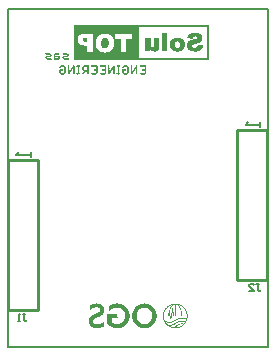
<source format=gbo>
G04*
G04 #@! TF.GenerationSoftware,Altium Limited,Altium Designer,22.5.1 (42)*
G04*
G04 Layer_Color=65535*
%FSLAX44Y44*%
%MOMM*%
G71*
G04*
G04 #@! TF.SameCoordinates,D327534F-E779-4237-818F-575770AB304D*
G04*
G04*
G04 #@! TF.FilePolarity,Positive*
G04*
G01*
G75*
%ADD10C,0.2000*%
%ADD12C,0.1500*%
%ADD24C,0.2540*%
G36*
X-59763Y130905D02*
X-59722D01*
Y130884D01*
X-59660D01*
Y130864D01*
X-59639D01*
Y130843D01*
X-59598D01*
Y130822D01*
X-59556D01*
Y130802D01*
X-59536D01*
Y130781D01*
X-59494D01*
Y130760D01*
X-59474D01*
Y130740D01*
X-59432D01*
Y130719D01*
X-59412D01*
Y130698D01*
X-59370D01*
Y130678D01*
X-59350D01*
Y130657D01*
X-59329D01*
Y130636D01*
X-59288D01*
Y130616D01*
X-59267D01*
Y130595D01*
X-59246D01*
Y130575D01*
X-59226D01*
Y130554D01*
X-59205D01*
Y130533D01*
X-59164D01*
Y130512D01*
X-59143D01*
Y130492D01*
X-59123D01*
Y130471D01*
X-59102D01*
Y130450D01*
X-59081D01*
Y130430D01*
X-59061D01*
Y130409D01*
X-59040D01*
Y130388D01*
X-58998D01*
Y130368D01*
X-58978D01*
Y130347D01*
X-58957D01*
Y130326D01*
X-58937D01*
Y130306D01*
X-58916D01*
Y130285D01*
X-58895D01*
Y130265D01*
X-58875D01*
Y130244D01*
X-58854D01*
Y130223D01*
X-58833D01*
Y130203D01*
X-58813D01*
Y130182D01*
X-58771D01*
Y130161D01*
X-58751D01*
Y130141D01*
X-58730D01*
Y130120D01*
X-58709D01*
Y130099D01*
X-58689D01*
Y130079D01*
X-58668D01*
Y130058D01*
X-58647D01*
Y130037D01*
X-58627D01*
Y130017D01*
X-58606D01*
Y129996D01*
X-58565D01*
Y129975D01*
X-58544D01*
Y129955D01*
X-58523D01*
Y129934D01*
X-58503D01*
Y129913D01*
X-58482D01*
Y129893D01*
X-58461D01*
Y129872D01*
X-58441D01*
Y129851D01*
X-58420D01*
Y129831D01*
X-58399D01*
Y129810D01*
X-58379D01*
Y129789D01*
X-58358D01*
Y129769D01*
X-58337D01*
Y129748D01*
X-58317D01*
Y129727D01*
X-58296D01*
Y129707D01*
X-58275D01*
Y129665D01*
X-58255D01*
Y129645D01*
X-58234D01*
Y129624D01*
X-58213D01*
Y129583D01*
X-58193D01*
Y129562D01*
X-58172D01*
Y129500D01*
X-58151D01*
Y129479D01*
X-58131D01*
Y129376D01*
X-58110D01*
Y129211D01*
X-58131D01*
Y129128D01*
X-58151D01*
Y129087D01*
X-58172D01*
Y129046D01*
X-58193D01*
Y129025D01*
X-58213D01*
Y129004D01*
X-58234D01*
Y128963D01*
X-58255D01*
Y128942D01*
X-58275D01*
Y128922D01*
X-58296D01*
Y128901D01*
X-58317D01*
Y128860D01*
X-58337D01*
Y128839D01*
X-58358D01*
Y128818D01*
X-58379D01*
Y128777D01*
X-58399D01*
Y128756D01*
X-58420D01*
Y128736D01*
X-58441D01*
Y128715D01*
X-58461D01*
Y128694D01*
X-58482D01*
Y128674D01*
X-58503D01*
Y128653D01*
X-58523D01*
Y128612D01*
X-58565D01*
Y128570D01*
X-58585D01*
Y128550D01*
X-58606D01*
Y128529D01*
X-58627D01*
Y128508D01*
X-58647D01*
Y128488D01*
X-58668D01*
Y128467D01*
X-58689D01*
Y128447D01*
X-58709D01*
Y128426D01*
X-58730D01*
Y128405D01*
X-58751D01*
Y128385D01*
X-58771D01*
Y128364D01*
X-58792D01*
Y128343D01*
X-58813D01*
Y128322D01*
X-58833D01*
Y128302D01*
X-58854D01*
Y128281D01*
X-58875D01*
Y128260D01*
X-58916D01*
Y128219D01*
X-58957D01*
Y128198D01*
X-58978D01*
Y128178D01*
X-58998D01*
Y128157D01*
X-59019D01*
Y128137D01*
X-59040D01*
Y128116D01*
X-59061D01*
Y128095D01*
X-59081D01*
Y128075D01*
X-59102D01*
Y128054D01*
X-59123D01*
Y128033D01*
X-59143D01*
Y128013D01*
X-59164D01*
Y127992D01*
X-59184D01*
Y127971D01*
X-59205D01*
Y127951D01*
X-59226D01*
Y127930D01*
X-59267D01*
Y127909D01*
X-59288D01*
Y127889D01*
X-59308D01*
Y127868D01*
X-59329D01*
Y127847D01*
X-59350D01*
Y127827D01*
X-59370D01*
Y127806D01*
X-59391D01*
Y127785D01*
X-59412D01*
Y127765D01*
X-59432D01*
Y127744D01*
X-59453D01*
Y127723D01*
X-59474D01*
Y127703D01*
X-59494D01*
Y127682D01*
X-59515D01*
Y127661D01*
X-59536D01*
Y127641D01*
X-59556D01*
Y127620D01*
X-59577D01*
Y127599D01*
X-59598D01*
Y127579D01*
X-59618D01*
Y127558D01*
X-59639D01*
Y127537D01*
X-59866D01*
Y127558D01*
X-60093D01*
Y127579D01*
X-60465D01*
Y127599D01*
X-60817D01*
Y127620D01*
X-61147D01*
Y127599D01*
X-61478D01*
Y127579D01*
X-61622D01*
Y127558D01*
X-61664D01*
Y127537D01*
X-61705D01*
Y127517D01*
X-61767D01*
Y127496D01*
X-61788D01*
Y127475D01*
X-61829D01*
Y127455D01*
X-61850D01*
Y127434D01*
X-61891D01*
Y127413D01*
X-61912D01*
Y127393D01*
X-61932D01*
Y127372D01*
X-61953D01*
Y127352D01*
X-61974D01*
Y127331D01*
X-61994D01*
Y127289D01*
X-62015D01*
Y127269D01*
X-62035D01*
Y127207D01*
X-62056D01*
Y127124D01*
X-62077D01*
Y127104D01*
X-62056D01*
Y127042D01*
X-62035D01*
Y126980D01*
X-62015D01*
Y126959D01*
X-61994D01*
Y126938D01*
X-61974D01*
Y126918D01*
X-61953D01*
Y126876D01*
X-61912D01*
Y126856D01*
X-61891D01*
Y126835D01*
X-61870D01*
Y126814D01*
X-61850D01*
Y126794D01*
X-61829D01*
Y126773D01*
X-61767D01*
Y126752D01*
X-61746D01*
Y126732D01*
X-61684D01*
Y126711D01*
X-61622D01*
Y126690D01*
X-61540D01*
Y126670D01*
X-59432D01*
Y126649D01*
X-59164D01*
Y126628D01*
X-58813D01*
Y126608D01*
X-58689D01*
Y126587D01*
X-58544D01*
Y126566D01*
X-58461D01*
Y126546D01*
X-58420D01*
Y126525D01*
X-58379D01*
Y126504D01*
X-58358D01*
Y126484D01*
X-58337D01*
Y126463D01*
X-58317D01*
Y126442D01*
X-58296D01*
Y126422D01*
X-58275D01*
Y126380D01*
X-58255D01*
Y126360D01*
X-58234D01*
Y126319D01*
X-58213D01*
Y126257D01*
X-58193D01*
Y126194D01*
X-58172D01*
Y125885D01*
X-58193D01*
Y125823D01*
X-58213D01*
Y125781D01*
X-58234D01*
Y125740D01*
X-58255D01*
Y125719D01*
X-58275D01*
Y125678D01*
X-58296D01*
Y125657D01*
X-58317D01*
Y125637D01*
X-58337D01*
Y125616D01*
X-58358D01*
Y125595D01*
X-58399D01*
Y125575D01*
X-58461D01*
Y125554D01*
X-58503D01*
Y125533D01*
X-58709D01*
Y125513D01*
X-58813D01*
Y125492D01*
X-59123D01*
Y125471D01*
X-59329D01*
Y125451D01*
X-59763D01*
Y125430D01*
X-62201D01*
Y125409D01*
X-62263D01*
Y125430D01*
X-62304D01*
Y125451D01*
X-62325D01*
Y125471D01*
X-62345D01*
Y125492D01*
X-62366D01*
Y125513D01*
X-62387D01*
Y125533D01*
X-62407D01*
Y125554D01*
X-62428D01*
Y125575D01*
X-62449D01*
Y125595D01*
X-62469D01*
Y125616D01*
X-62490D01*
Y125637D01*
X-62511D01*
Y125657D01*
X-62531D01*
Y125678D01*
X-62552D01*
Y125699D01*
X-62573D01*
Y125719D01*
X-62593D01*
Y125740D01*
X-62614D01*
Y125761D01*
X-62635D01*
Y125781D01*
X-62655D01*
Y125802D01*
X-62676D01*
Y125823D01*
X-62697D01*
Y125843D01*
X-62717D01*
Y125864D01*
X-62738D01*
Y125885D01*
X-62759D01*
Y125905D01*
X-62779D01*
Y125947D01*
X-62821D01*
Y125988D01*
X-62841D01*
Y126009D01*
X-62862D01*
Y126029D01*
X-62883D01*
Y126050D01*
X-62903D01*
Y126070D01*
X-62924D01*
Y126091D01*
X-62945D01*
Y126112D01*
X-62965D01*
Y126132D01*
X-62986D01*
Y126153D01*
X-63007D01*
Y126174D01*
X-63027D01*
Y126194D01*
X-63048D01*
Y126215D01*
X-63069D01*
Y126236D01*
X-63089D01*
Y126257D01*
X-63110D01*
Y126277D01*
X-63130D01*
Y126298D01*
X-63151D01*
Y126319D01*
X-63172D01*
Y126360D01*
X-63193D01*
Y126380D01*
X-63213D01*
Y126401D01*
X-63234D01*
Y126422D01*
X-63254D01*
Y126442D01*
X-63275D01*
Y126463D01*
X-63296D01*
Y126484D01*
X-63316D01*
Y126504D01*
X-63337D01*
Y126525D01*
X-63358D01*
Y126546D01*
X-63379D01*
Y126587D01*
X-63399D01*
Y126608D01*
X-63420D01*
Y126628D01*
X-63440D01*
Y126649D01*
X-63461D01*
Y126670D01*
X-63482D01*
Y126711D01*
X-63502D01*
Y126732D01*
X-63523D01*
Y126752D01*
X-63544D01*
Y126773D01*
X-63564D01*
Y126814D01*
X-63585D01*
Y126835D01*
X-63606D01*
Y126856D01*
X-63626D01*
Y126897D01*
X-63647D01*
Y126918D01*
X-63668D01*
Y126938D01*
X-63688D01*
Y126980D01*
X-63709D01*
Y127000D01*
X-63730D01*
Y127042D01*
X-63750D01*
Y127062D01*
X-63771D01*
Y127104D01*
X-63792D01*
Y127124D01*
X-63812D01*
Y127165D01*
X-63792D01*
Y127186D01*
X-63771D01*
Y127207D01*
X-63750D01*
Y127227D01*
X-63730D01*
Y127269D01*
X-63709D01*
Y127289D01*
X-63688D01*
Y127331D01*
X-63668D01*
Y127352D01*
X-63647D01*
Y127372D01*
X-63626D01*
Y127413D01*
X-63606D01*
Y127434D01*
X-63585D01*
Y127455D01*
X-63564D01*
Y127496D01*
X-63544D01*
Y127517D01*
X-63523D01*
Y127537D01*
X-63502D01*
Y127558D01*
X-63482D01*
Y127599D01*
X-63461D01*
Y127620D01*
X-63440D01*
Y127641D01*
X-63420D01*
Y127661D01*
X-63399D01*
Y127682D01*
X-63379D01*
Y127703D01*
X-63358D01*
Y127723D01*
X-63337D01*
Y127765D01*
X-63316D01*
Y127785D01*
X-63296D01*
Y127806D01*
X-63275D01*
Y127827D01*
X-63254D01*
Y127847D01*
X-63234D01*
Y127868D01*
X-63213D01*
Y127889D01*
X-63193D01*
Y127909D01*
X-63172D01*
Y127951D01*
X-63151D01*
Y127971D01*
X-63130D01*
Y127992D01*
X-63110D01*
Y128013D01*
X-63089D01*
Y128033D01*
X-63069D01*
Y128054D01*
X-63048D01*
Y128075D01*
X-63027D01*
Y128095D01*
X-63007D01*
Y128116D01*
X-62986D01*
Y128137D01*
X-62965D01*
Y128157D01*
X-62945D01*
Y128178D01*
X-62924D01*
Y128198D01*
X-62903D01*
Y128219D01*
X-62883D01*
Y128240D01*
X-62862D01*
Y128260D01*
X-62841D01*
Y128281D01*
X-62821D01*
Y128302D01*
X-62800D01*
Y128322D01*
X-62779D01*
Y128364D01*
X-62738D01*
Y128405D01*
X-62717D01*
Y128426D01*
X-62697D01*
Y128447D01*
X-62676D01*
Y128467D01*
X-62655D01*
Y128488D01*
X-62635D01*
Y128508D01*
X-62614D01*
Y128529D01*
X-62593D01*
Y128550D01*
X-62573D01*
Y128570D01*
X-62552D01*
Y128591D01*
X-62531D01*
Y128612D01*
X-62511D01*
Y128632D01*
X-62490D01*
Y128653D01*
X-62469D01*
Y128674D01*
X-62449D01*
Y128694D01*
X-62428D01*
Y128715D01*
X-62407D01*
Y128736D01*
X-62387D01*
Y128777D01*
X-62366D01*
Y128798D01*
X-62325D01*
Y128818D01*
X-62221D01*
Y128839D01*
X-61416D01*
Y128818D01*
X-60775D01*
Y128839D01*
X-60321D01*
Y128860D01*
X-60156D01*
Y128880D01*
X-60114D01*
Y128901D01*
X-60073D01*
Y128922D01*
X-60052D01*
Y128942D01*
X-60011D01*
Y128963D01*
X-59990D01*
Y128984D01*
X-59970D01*
Y129004D01*
X-59928D01*
Y129025D01*
X-59908D01*
Y129066D01*
X-59887D01*
Y129087D01*
X-59866D01*
Y129108D01*
X-59846D01*
Y129149D01*
X-59825D01*
Y129170D01*
X-59804D01*
Y129211D01*
X-59784D01*
Y129232D01*
X-59763D01*
Y129335D01*
X-59784D01*
Y129376D01*
X-59804D01*
Y129417D01*
X-59825D01*
Y129438D01*
X-59846D01*
Y129459D01*
X-59866D01*
Y129479D01*
X-59887D01*
Y129500D01*
X-59908D01*
Y129521D01*
X-59949D01*
Y129541D01*
X-59970D01*
Y129562D01*
X-60031D01*
Y129583D01*
X-60073D01*
Y129603D01*
X-60176D01*
Y129624D01*
X-60259D01*
Y129645D01*
X-60527D01*
Y129665D01*
X-62531D01*
Y129686D01*
X-62779D01*
Y129707D01*
X-63048D01*
Y129727D01*
X-63151D01*
Y129748D01*
X-63337D01*
Y129769D01*
X-63379D01*
Y129789D01*
X-63420D01*
Y129810D01*
X-63461D01*
Y129831D01*
X-63482D01*
Y129851D01*
X-63502D01*
Y129872D01*
X-63523D01*
Y129893D01*
X-63544D01*
Y129913D01*
X-63564D01*
Y129955D01*
X-63585D01*
Y129975D01*
X-63606D01*
Y130017D01*
X-63626D01*
Y130079D01*
X-63647D01*
Y130141D01*
X-63668D01*
Y130471D01*
X-63647D01*
Y130533D01*
X-63626D01*
Y130595D01*
X-63606D01*
Y130616D01*
X-63585D01*
Y130657D01*
X-63564D01*
Y130678D01*
X-63544D01*
Y130698D01*
X-63523D01*
Y130719D01*
X-63502D01*
Y130740D01*
X-63482D01*
Y130760D01*
X-63461D01*
Y130781D01*
X-63399D01*
Y130802D01*
X-63337D01*
Y130822D01*
X-63193D01*
Y130843D01*
X-62903D01*
Y130864D01*
X-62717D01*
Y130884D01*
X-61974D01*
Y130905D01*
X-60052D01*
Y130926D01*
X-59763D01*
Y130905D01*
D02*
G37*
G36*
X-74907Y130884D02*
X-74287D01*
Y130864D01*
X-74142D01*
Y130843D01*
X-74101D01*
Y130822D01*
X-74080D01*
Y130802D01*
X-74039D01*
Y130781D01*
X-73998D01*
Y130760D01*
X-73977D01*
Y130740D01*
X-73936D01*
Y130719D01*
X-73915D01*
Y130698D01*
X-73895D01*
Y130678D01*
X-73853D01*
Y130657D01*
X-73833D01*
Y130636D01*
X-73812D01*
Y130616D01*
X-73791D01*
Y130595D01*
X-73750D01*
Y130575D01*
X-73729D01*
Y130554D01*
X-73709D01*
Y130533D01*
X-73688D01*
Y130512D01*
X-73667D01*
Y130492D01*
X-73626D01*
Y130471D01*
X-73605D01*
Y130450D01*
X-73585D01*
Y130430D01*
X-73564D01*
Y130409D01*
X-73543D01*
Y130388D01*
X-73523D01*
Y130368D01*
X-73502D01*
Y130347D01*
X-73481D01*
Y130326D01*
X-73461D01*
Y130306D01*
X-73440D01*
Y130285D01*
X-73419D01*
Y130265D01*
X-73399D01*
Y130244D01*
X-73378D01*
Y130223D01*
X-73357D01*
Y130203D01*
X-73337D01*
Y130182D01*
X-73316D01*
Y130161D01*
X-73295D01*
Y130141D01*
X-73275D01*
Y130120D01*
X-73254D01*
Y130099D01*
X-73233D01*
Y130079D01*
X-73213D01*
Y130037D01*
X-73192D01*
Y130017D01*
X-73171D01*
Y129996D01*
X-73151D01*
Y129975D01*
X-73130D01*
Y129955D01*
X-73109D01*
Y129934D01*
X-73089D01*
Y129913D01*
X-73068D01*
Y129893D01*
X-73047D01*
Y129851D01*
X-73027D01*
Y129831D01*
X-73006D01*
Y129810D01*
X-72986D01*
Y129789D01*
X-72965D01*
Y129769D01*
X-72944D01*
Y129727D01*
X-72923D01*
Y129707D01*
X-72903D01*
Y129686D01*
X-72882D01*
Y129665D01*
X-72861D01*
Y129624D01*
X-72841D01*
Y129603D01*
X-72820D01*
Y129583D01*
X-72800D01*
Y129541D01*
X-72779D01*
Y129521D01*
X-72758D01*
Y129500D01*
X-72737D01*
Y129479D01*
X-72717D01*
Y129438D01*
X-72696D01*
Y129417D01*
X-72675D01*
Y129397D01*
X-72655D01*
Y129355D01*
X-72634D01*
Y129335D01*
X-72614D01*
Y129314D01*
X-72593D01*
Y129293D01*
X-72614D01*
Y129252D01*
X-72634D01*
Y129232D01*
X-72655D01*
Y129190D01*
X-72675D01*
Y129170D01*
X-72696D01*
Y129128D01*
X-72717D01*
Y129108D01*
X-72737D01*
Y129087D01*
X-72758D01*
Y129046D01*
X-72779D01*
Y129025D01*
X-72800D01*
Y128984D01*
X-72820D01*
Y128963D01*
X-72841D01*
Y128942D01*
X-72861D01*
Y128901D01*
X-72882D01*
Y128880D01*
X-72903D01*
Y128860D01*
X-72923D01*
Y128839D01*
X-72944D01*
Y128798D01*
X-72965D01*
Y128777D01*
X-72986D01*
Y128756D01*
X-73006D01*
Y128715D01*
X-73047D01*
Y128674D01*
X-73068D01*
Y128653D01*
X-73089D01*
Y128632D01*
X-73109D01*
Y128612D01*
X-73130D01*
Y128591D01*
X-73151D01*
Y128550D01*
X-73171D01*
Y128529D01*
X-73192D01*
Y128508D01*
X-73213D01*
Y128488D01*
X-73233D01*
Y128467D01*
X-73254D01*
Y128447D01*
X-73275D01*
Y128426D01*
X-73295D01*
Y128405D01*
X-73316D01*
Y128385D01*
X-73337D01*
Y128364D01*
X-73357D01*
Y128322D01*
X-73378D01*
Y128302D01*
X-73399D01*
Y128281D01*
X-73419D01*
Y128260D01*
X-73440D01*
Y128240D01*
X-73461D01*
Y128219D01*
X-73481D01*
Y128198D01*
X-73502D01*
Y128178D01*
X-73523D01*
Y128157D01*
X-73543D01*
Y128137D01*
X-73564D01*
Y128116D01*
X-73585D01*
Y128095D01*
X-73605D01*
Y128075D01*
X-73626D01*
Y128054D01*
X-73647D01*
Y128033D01*
X-73667D01*
Y128013D01*
X-73688D01*
Y127992D01*
X-73709D01*
Y127971D01*
X-73729D01*
Y127951D01*
X-73750D01*
Y127930D01*
X-73770D01*
Y127909D01*
X-73791D01*
Y127889D01*
X-73812D01*
Y127868D01*
X-73853D01*
Y127847D01*
X-73874D01*
Y127827D01*
X-73895D01*
Y127806D01*
X-73915D01*
Y127785D01*
X-73936D01*
Y127765D01*
X-73977D01*
Y127744D01*
X-73998D01*
Y127723D01*
X-74019D01*
Y127703D01*
X-74039D01*
Y127682D01*
X-74060D01*
Y127661D01*
X-74101D01*
Y127641D01*
X-74142D01*
Y127620D01*
X-74246D01*
Y127599D01*
X-74432D01*
Y127579D01*
X-75010D01*
Y127599D01*
X-75506D01*
Y127620D01*
X-75671D01*
Y127599D01*
X-76002D01*
Y127579D01*
X-76084D01*
Y127558D01*
X-76126D01*
Y127537D01*
X-76167D01*
Y127517D01*
X-76229D01*
Y127496D01*
X-76250D01*
Y127475D01*
X-76291D01*
Y127455D01*
X-76312D01*
Y127434D01*
X-76332D01*
Y127413D01*
X-76374D01*
Y127393D01*
X-76394D01*
Y127372D01*
X-76415D01*
Y127352D01*
X-76436D01*
Y127331D01*
X-76477D01*
Y127310D01*
X-76498D01*
Y127289D01*
X-76518D01*
Y127269D01*
X-76560D01*
Y127248D01*
X-76580D01*
Y127227D01*
X-76601D01*
Y127207D01*
X-76622D01*
Y127186D01*
X-76642D01*
Y127165D01*
X-76663D01*
Y127145D01*
X-76642D01*
Y127124D01*
X-76622D01*
Y127104D01*
X-76601D01*
Y127083D01*
X-76580D01*
Y127062D01*
X-76560D01*
Y127042D01*
X-76539D01*
Y127021D01*
X-76518D01*
Y127000D01*
X-76498D01*
Y126980D01*
X-76477D01*
Y126959D01*
X-76456D01*
Y126918D01*
X-76415D01*
Y126876D01*
X-76374D01*
Y126856D01*
X-76353D01*
Y126835D01*
X-76332D01*
Y126814D01*
X-76312D01*
Y126794D01*
X-76291D01*
Y126773D01*
X-76250D01*
Y126752D01*
X-76208D01*
Y126732D01*
X-76167D01*
Y126711D01*
X-76105D01*
Y126690D01*
X-76064D01*
Y126670D01*
X-73977D01*
Y126649D01*
X-73709D01*
Y126628D01*
X-73378D01*
Y126608D01*
X-73254D01*
Y126587D01*
X-73130D01*
Y126566D01*
X-73027D01*
Y126546D01*
X-73006D01*
Y126525D01*
X-72965D01*
Y126504D01*
X-72923D01*
Y126484D01*
X-72903D01*
Y126463D01*
X-72882D01*
Y126442D01*
X-72861D01*
Y126422D01*
X-72841D01*
Y126380D01*
X-72820D01*
Y126360D01*
X-72800D01*
Y126298D01*
X-72779D01*
Y126277D01*
X-72758D01*
Y126174D01*
X-72737D01*
Y126070D01*
X-72717D01*
Y125885D01*
X-72737D01*
Y125781D01*
X-72758D01*
Y125678D01*
X-72779D01*
Y125657D01*
X-72800D01*
Y125637D01*
X-72841D01*
Y125616D01*
X-72903D01*
Y125595D01*
X-73027D01*
Y125575D01*
X-73151D01*
Y125554D01*
X-73233D01*
Y125533D01*
X-73440D01*
Y125513D01*
X-73543D01*
Y125492D01*
X-73812D01*
Y125471D01*
X-74019D01*
Y125451D01*
X-74473D01*
Y125430D01*
X-75857D01*
Y125409D01*
X-76332D01*
Y125389D01*
X-76684D01*
Y125409D01*
X-76704D01*
Y125430D01*
X-76725D01*
Y125451D01*
X-76746D01*
Y125471D01*
X-76766D01*
Y125492D01*
X-76787D01*
Y125513D01*
X-76808D01*
Y125533D01*
X-76828D01*
Y125554D01*
X-76849D01*
Y125575D01*
X-76870D01*
Y125595D01*
X-76890D01*
Y125616D01*
X-76911D01*
Y125637D01*
X-76932D01*
Y125657D01*
X-76952D01*
Y125678D01*
X-76973D01*
Y125699D01*
X-76993D01*
Y125719D01*
X-77014D01*
Y125740D01*
X-77056D01*
Y125781D01*
X-77097D01*
Y125802D01*
X-77118D01*
Y125843D01*
X-77159D01*
Y125885D01*
X-77200D01*
Y125905D01*
X-77221D01*
Y125926D01*
X-77242D01*
Y125947D01*
X-77262D01*
Y125967D01*
X-77283D01*
Y125988D01*
X-77304D01*
Y126009D01*
X-77324D01*
Y126029D01*
X-77345D01*
Y126050D01*
X-77365D01*
Y126070D01*
X-77386D01*
Y126091D01*
X-77407D01*
Y126112D01*
X-77427D01*
Y126132D01*
X-77448D01*
Y126153D01*
X-77469D01*
Y126174D01*
X-77489D01*
Y126194D01*
X-77510D01*
Y126215D01*
X-77531D01*
Y126236D01*
X-77551D01*
Y126257D01*
X-77572D01*
Y126277D01*
X-77593D01*
Y126298D01*
X-77613D01*
Y126319D01*
X-77634D01*
Y126339D01*
X-77655D01*
Y126360D01*
X-77675D01*
Y126380D01*
X-77696D01*
Y126401D01*
X-77717D01*
Y126422D01*
X-77737D01*
Y126442D01*
X-77758D01*
Y126484D01*
X-77799D01*
Y126525D01*
X-77820D01*
Y126546D01*
X-77841D01*
Y126566D01*
X-77861D01*
Y126587D01*
X-77882D01*
Y126608D01*
X-77903D01*
Y126649D01*
X-77923D01*
Y126670D01*
X-77944D01*
Y126690D01*
X-77965D01*
Y126711D01*
X-77985D01*
Y126732D01*
X-78006D01*
Y126773D01*
X-78047D01*
Y126814D01*
X-78068D01*
Y126835D01*
X-78088D01*
Y126856D01*
X-78109D01*
Y126897D01*
X-78130D01*
Y126918D01*
X-78151D01*
Y126938D01*
X-78171D01*
Y126980D01*
X-78192D01*
Y127021D01*
X-78212D01*
Y127207D01*
X-78192D01*
Y127269D01*
X-78171D01*
Y127310D01*
X-78151D01*
Y127372D01*
X-78130D01*
Y127393D01*
X-78109D01*
Y127434D01*
X-78088D01*
Y127455D01*
X-78068D01*
Y127475D01*
X-78047D01*
Y127517D01*
X-78026D01*
Y127537D01*
X-78006D01*
Y127558D01*
X-77985D01*
Y127599D01*
X-77965D01*
Y127620D01*
X-77944D01*
Y127641D01*
X-77923D01*
Y127661D01*
X-77903D01*
Y127682D01*
X-77882D01*
Y127703D01*
X-77861D01*
Y127744D01*
X-77841D01*
Y127765D01*
X-77820D01*
Y127785D01*
X-77799D01*
Y127806D01*
X-77779D01*
Y127827D01*
X-77758D01*
Y127847D01*
X-77737D01*
Y127868D01*
X-77717D01*
Y127889D01*
X-77696D01*
Y127909D01*
X-77675D01*
Y127930D01*
X-77655D01*
Y127951D01*
X-77634D01*
Y127971D01*
X-77613D01*
Y127992D01*
X-77593D01*
Y128013D01*
X-77572D01*
Y128033D01*
X-77551D01*
Y128054D01*
X-77531D01*
Y128075D01*
X-77510D01*
Y128095D01*
X-77489D01*
Y128116D01*
X-77469D01*
Y128137D01*
X-77448D01*
Y128157D01*
X-77427D01*
Y128178D01*
X-77407D01*
Y128198D01*
X-77386D01*
Y128219D01*
X-77365D01*
Y128240D01*
X-77345D01*
Y128260D01*
X-77324D01*
Y128281D01*
X-77304D01*
Y128302D01*
X-77283D01*
Y128322D01*
X-77262D01*
Y128343D01*
X-77242D01*
Y128364D01*
X-77221D01*
Y128385D01*
X-77200D01*
Y128405D01*
X-77179D01*
Y128426D01*
X-77159D01*
Y128447D01*
X-77138D01*
Y128467D01*
X-77118D01*
Y128488D01*
X-77097D01*
Y128508D01*
X-77076D01*
Y128529D01*
X-77056D01*
Y128550D01*
X-77035D01*
Y128570D01*
X-77014D01*
Y128591D01*
X-76993D01*
Y128612D01*
X-76973D01*
Y128632D01*
X-76952D01*
Y128653D01*
X-76932D01*
Y128674D01*
X-76911D01*
Y128694D01*
X-76890D01*
Y128715D01*
X-76870D01*
Y128736D01*
X-76849D01*
Y128756D01*
X-76828D01*
Y128777D01*
X-76808D01*
Y128798D01*
X-76787D01*
Y128818D01*
X-76601D01*
Y128839D01*
X-75898D01*
Y128818D01*
X-75465D01*
Y128839D01*
X-75382D01*
Y128818D01*
X-75361D01*
Y128839D01*
X-74865D01*
Y128860D01*
X-74721D01*
Y128880D01*
X-74680D01*
Y128901D01*
X-74638D01*
Y128922D01*
X-74597D01*
Y128942D01*
X-74576D01*
Y128963D01*
X-74535D01*
Y129004D01*
X-74494D01*
Y129046D01*
X-74473D01*
Y129066D01*
X-74452D01*
Y129087D01*
X-74432D01*
Y129128D01*
X-74411D01*
Y129149D01*
X-74390D01*
Y129211D01*
X-74370D01*
Y129252D01*
X-74349D01*
Y129293D01*
X-74328D01*
Y129397D01*
X-74308D01*
Y129459D01*
X-74328D01*
Y129479D01*
X-74349D01*
Y129500D01*
X-74432D01*
Y129521D01*
X-74473D01*
Y129541D01*
X-74556D01*
Y129562D01*
X-74659D01*
Y129583D01*
X-74700D01*
Y129603D01*
X-74865D01*
Y129624D01*
X-74948D01*
Y129645D01*
X-75155D01*
Y129665D01*
X-75485D01*
Y129686D01*
X-76023D01*
Y129665D01*
X-77097D01*
Y129686D01*
X-77304D01*
Y129707D01*
X-77510D01*
Y129727D01*
X-77593D01*
Y129748D01*
X-77717D01*
Y129769D01*
X-77779D01*
Y129789D01*
X-77861D01*
Y129810D01*
X-77923D01*
Y129831D01*
X-77944D01*
Y129851D01*
X-77965D01*
Y129872D01*
X-77985D01*
Y129893D01*
X-78006D01*
Y129934D01*
X-78026D01*
Y129955D01*
X-78047D01*
Y129996D01*
X-78068D01*
Y130037D01*
X-78088D01*
Y130099D01*
X-78109D01*
Y130223D01*
X-78130D01*
Y130533D01*
X-78109D01*
Y130678D01*
X-78088D01*
Y130740D01*
X-78068D01*
Y130760D01*
X-78047D01*
Y130781D01*
X-77820D01*
Y130802D01*
X-77613D01*
Y130822D01*
X-77427D01*
Y130843D01*
X-77056D01*
Y130864D01*
X-76808D01*
Y130884D01*
X-76188D01*
Y130905D01*
X-74907D01*
Y130884D01*
D02*
G37*
G36*
X60025Y154933D02*
X60045D01*
Y144004D01*
Y143983D01*
Y125554D01*
X60025D01*
Y125533D01*
X-54185D01*
Y125554D01*
X-54205D01*
Y154230D01*
X-54185D01*
Y154912D01*
X-54164D01*
Y154953D01*
X-49701D01*
Y154974D01*
X60025D01*
Y154933D01*
D02*
G37*
G36*
X-68337Y130905D02*
X-67428D01*
Y130884D01*
X-67015D01*
Y130864D01*
X-66932D01*
Y130843D01*
X-66829D01*
Y130822D01*
X-66787D01*
Y130802D01*
X-66746D01*
Y130781D01*
X-66705D01*
Y130760D01*
X-66684D01*
Y130740D01*
X-66643D01*
Y130719D01*
X-66622D01*
Y130698D01*
X-66602D01*
Y130678D01*
X-66581D01*
Y130657D01*
X-66560D01*
Y130616D01*
X-66540D01*
Y130575D01*
X-66519D01*
Y130533D01*
X-66498D01*
Y130471D01*
X-66477D01*
Y130368D01*
X-66457D01*
Y130306D01*
X-66477D01*
Y130223D01*
X-66498D01*
Y130120D01*
X-66519D01*
Y130079D01*
X-66540D01*
Y130037D01*
X-66560D01*
Y129975D01*
X-66581D01*
Y129955D01*
X-66602D01*
Y129913D01*
X-66622D01*
Y129893D01*
X-66643D01*
Y129851D01*
X-66663D01*
Y129831D01*
X-66684D01*
Y129810D01*
X-66705D01*
Y129789D01*
X-66725D01*
Y129769D01*
X-66787D01*
Y129748D01*
X-66973D01*
Y129727D01*
X-67077D01*
Y129707D01*
X-67366D01*
Y129686D01*
X-67676D01*
Y129665D01*
X-68812D01*
Y129645D01*
X-68915D01*
Y129624D01*
X-68957D01*
Y129603D01*
X-69019D01*
Y129583D01*
X-69060D01*
Y129562D01*
X-69101D01*
Y129541D01*
X-69143D01*
Y129521D01*
X-69163D01*
Y129500D01*
X-69205D01*
Y129479D01*
X-69225D01*
Y129459D01*
X-69267D01*
Y129438D01*
X-69287D01*
Y129417D01*
X-69308D01*
Y129397D01*
X-69329D01*
Y129376D01*
X-69349D01*
Y129355D01*
X-69391D01*
Y129335D01*
X-69411D01*
Y129314D01*
X-69432D01*
Y129273D01*
X-69453D01*
Y129252D01*
X-69473D01*
Y129232D01*
X-69494D01*
Y129211D01*
X-69515D01*
Y129190D01*
X-69535D01*
Y129149D01*
X-69556D01*
Y129128D01*
X-69577D01*
Y129087D01*
X-69597D01*
Y129046D01*
X-69618D01*
Y128963D01*
X-69597D01*
Y128942D01*
X-69577D01*
Y128922D01*
X-69556D01*
Y128901D01*
X-69494D01*
Y128880D01*
X-69432D01*
Y128860D01*
X-69287D01*
Y128839D01*
X-68647D01*
Y128818D01*
X-68626D01*
Y128839D01*
X-68296D01*
Y128818D01*
X-67965D01*
Y128839D01*
X-66870D01*
Y128818D01*
X-66829D01*
Y128839D01*
X-66787D01*
Y128818D01*
X-66746D01*
Y128798D01*
X-66705D01*
Y128756D01*
X-66663D01*
Y128715D01*
X-66643D01*
Y128694D01*
X-66602D01*
Y128653D01*
X-66581D01*
Y128632D01*
X-66560D01*
Y128612D01*
X-66540D01*
Y128591D01*
X-66519D01*
Y128570D01*
X-66498D01*
Y128550D01*
X-66477D01*
Y128529D01*
X-66457D01*
Y128508D01*
X-66436D01*
Y128488D01*
X-66416D01*
Y128467D01*
X-66395D01*
Y128447D01*
X-66374D01*
Y128426D01*
X-66354D01*
Y128405D01*
X-66333D01*
Y128385D01*
X-66312D01*
Y128364D01*
X-66292D01*
Y128343D01*
X-66271D01*
Y128322D01*
X-66250D01*
Y128281D01*
X-66230D01*
Y128260D01*
X-66209D01*
Y128240D01*
X-66188D01*
Y128219D01*
X-66168D01*
Y128198D01*
X-66147D01*
Y128178D01*
X-66126D01*
Y128157D01*
X-66106D01*
Y128137D01*
X-66085D01*
Y128116D01*
X-66064D01*
Y128095D01*
X-66044D01*
Y128075D01*
X-66023D01*
Y128054D01*
X-66002D01*
Y128033D01*
X-65982D01*
Y128013D01*
X-65961D01*
Y127992D01*
X-65940D01*
Y127971D01*
X-65920D01*
Y127951D01*
X-65899D01*
Y127909D01*
X-65858D01*
Y127868D01*
X-65837D01*
Y127847D01*
X-65816D01*
Y127827D01*
X-65796D01*
Y127806D01*
X-65775D01*
Y127785D01*
X-65754D01*
Y127765D01*
X-65734D01*
Y127744D01*
X-65713D01*
Y127703D01*
X-65692D01*
Y127682D01*
X-65672D01*
Y127661D01*
X-65651D01*
Y127641D01*
X-65630D01*
Y127620D01*
X-65610D01*
Y127579D01*
X-65589D01*
Y127558D01*
X-65568D01*
Y127537D01*
X-65548D01*
Y127517D01*
X-65527D01*
Y127496D01*
X-65507D01*
Y127455D01*
X-65486D01*
Y127434D01*
X-65465D01*
Y127413D01*
X-65444D01*
Y127372D01*
X-65424D01*
Y127352D01*
X-65403D01*
Y127331D01*
X-65382D01*
Y127310D01*
X-65362D01*
Y127269D01*
X-65341D01*
Y127248D01*
X-65321D01*
Y127207D01*
X-65300D01*
Y127186D01*
X-65279D01*
Y127165D01*
X-65258D01*
Y127124D01*
X-65279D01*
Y127083D01*
X-65300D01*
Y127062D01*
X-65321D01*
Y127021D01*
X-65341D01*
Y127000D01*
X-65362D01*
Y126980D01*
X-65382D01*
Y126938D01*
X-65403D01*
Y126918D01*
X-65424D01*
Y126876D01*
X-65444D01*
Y126856D01*
X-65465D01*
Y126835D01*
X-65486D01*
Y126814D01*
X-65507D01*
Y126773D01*
X-65527D01*
Y126752D01*
X-65548D01*
Y126732D01*
X-65568D01*
Y126690D01*
X-65589D01*
Y126670D01*
X-65610D01*
Y126649D01*
X-65630D01*
Y126628D01*
X-65651D01*
Y126608D01*
X-65672D01*
Y126587D01*
X-65692D01*
Y126566D01*
X-65713D01*
Y126525D01*
X-65734D01*
Y126504D01*
X-65754D01*
Y126484D01*
X-65775D01*
Y126463D01*
X-65796D01*
Y126442D01*
X-65816D01*
Y126422D01*
X-65837D01*
Y126401D01*
X-65858D01*
Y126360D01*
X-65878D01*
Y126339D01*
X-65899D01*
Y126319D01*
X-65920D01*
Y126298D01*
X-65940D01*
Y126277D01*
X-65961D01*
Y126257D01*
X-65982D01*
Y126236D01*
X-66002D01*
Y126215D01*
X-66023D01*
Y126194D01*
X-66044D01*
Y126174D01*
X-66064D01*
Y126153D01*
X-66085D01*
Y126132D01*
X-66106D01*
Y126112D01*
X-66126D01*
Y126091D01*
X-66147D01*
Y126070D01*
X-66168D01*
Y126029D01*
X-66209D01*
Y125988D01*
X-66250D01*
Y125947D01*
X-66271D01*
Y125926D01*
X-66312D01*
Y125885D01*
X-66354D01*
Y125843D01*
X-66374D01*
Y125823D01*
X-66395D01*
Y125802D01*
X-66416D01*
Y125781D01*
X-66436D01*
Y125761D01*
X-66457D01*
Y125740D01*
X-66477D01*
Y125719D01*
X-66498D01*
Y125699D01*
X-66519D01*
Y125678D01*
X-66540D01*
Y125657D01*
X-66560D01*
Y125637D01*
X-66581D01*
Y125616D01*
X-66602D01*
Y125595D01*
X-66622D01*
Y125575D01*
X-66643D01*
Y125554D01*
X-66663D01*
Y125533D01*
X-66684D01*
Y125513D01*
X-66705D01*
Y125492D01*
X-66725D01*
Y125471D01*
X-66746D01*
Y125451D01*
X-66767D01*
Y125430D01*
X-70258D01*
Y125451D01*
X-70424D01*
Y125471D01*
X-70506D01*
Y125492D01*
X-70630D01*
Y125513D01*
X-70672D01*
Y125533D01*
X-70733D01*
Y125554D01*
X-70775D01*
Y125575D01*
X-70795D01*
Y125595D01*
X-70816D01*
Y125678D01*
X-70837D01*
Y125719D01*
X-70858D01*
Y125823D01*
X-70878D01*
Y125905D01*
X-70899D01*
Y126009D01*
X-70919D01*
Y126319D01*
X-70940D01*
Y127951D01*
X-70961D01*
Y128240D01*
X-70940D01*
Y129149D01*
X-70919D01*
Y129500D01*
X-70899D01*
Y129541D01*
X-70878D01*
Y129583D01*
X-70858D01*
Y129645D01*
X-70837D01*
Y129665D01*
X-70816D01*
Y129707D01*
X-70795D01*
Y129727D01*
X-70775D01*
Y129769D01*
X-70754D01*
Y129789D01*
X-70733D01*
Y129810D01*
X-70713D01*
Y129831D01*
X-70692D01*
Y129851D01*
X-70672D01*
Y129893D01*
X-70651D01*
Y129913D01*
X-70630D01*
Y129934D01*
X-70609D01*
Y129955D01*
X-70589D01*
Y129975D01*
X-70568D01*
Y129996D01*
X-70548D01*
Y130017D01*
X-70527D01*
Y130037D01*
X-70506D01*
Y130058D01*
X-70486D01*
Y130079D01*
X-70465D01*
Y130099D01*
X-70444D01*
Y130120D01*
X-70424D01*
Y130141D01*
X-70403D01*
Y130161D01*
X-70382D01*
Y130182D01*
X-70362D01*
Y130203D01*
X-70341D01*
Y130223D01*
X-70320D01*
Y130244D01*
X-70300D01*
Y130265D01*
X-70279D01*
Y130285D01*
X-70258D01*
Y130306D01*
X-70238D01*
Y130326D01*
X-70217D01*
Y130347D01*
X-70196D01*
Y130368D01*
X-70176D01*
Y130388D01*
X-70155D01*
Y130409D01*
X-70134D01*
Y130430D01*
X-70114D01*
Y130450D01*
X-70072D01*
Y130471D01*
X-70052D01*
Y130492D01*
X-70031D01*
Y130512D01*
X-70010D01*
Y130533D01*
X-69990D01*
Y130554D01*
X-69969D01*
Y130575D01*
X-69948D01*
Y130595D01*
X-69907D01*
Y130616D01*
X-69886D01*
Y130636D01*
X-69845D01*
Y130657D01*
X-69825D01*
Y130678D01*
X-69804D01*
Y130698D01*
X-69763D01*
Y130719D01*
X-69742D01*
Y130740D01*
X-69680D01*
Y130760D01*
X-69659D01*
Y130781D01*
X-69618D01*
Y130802D01*
X-69577D01*
Y130822D01*
X-69535D01*
Y130843D01*
X-69453D01*
Y130864D01*
X-69411D01*
Y130884D01*
X-69225D01*
Y130905D01*
X-68874D01*
Y130926D01*
X-68337D01*
Y130905D01*
D02*
G37*
G36*
X-757Y120761D02*
X-716D01*
Y120740D01*
X-696D01*
Y120719D01*
X-633D01*
Y120699D01*
X-613D01*
Y120678D01*
X-571D01*
Y120658D01*
X-530D01*
Y120637D01*
X-509D01*
Y120616D01*
X-468D01*
Y120596D01*
X-448D01*
Y120575D01*
X-406D01*
Y120554D01*
X-365D01*
Y120534D01*
X-344D01*
Y120513D01*
X-303D01*
Y120492D01*
X-282D01*
Y120472D01*
X-241D01*
Y120451D01*
X-220D01*
Y120430D01*
X-200D01*
Y120410D01*
X-179D01*
Y115100D01*
X-200D01*
Y114335D01*
X-220D01*
Y113984D01*
Y113964D01*
Y113922D01*
X-241D01*
Y113716D01*
X-262D01*
Y113406D01*
X-282D01*
Y113261D01*
X-303D01*
Y113220D01*
X-324D01*
Y113199D01*
X-365D01*
Y113179D01*
X-386D01*
Y113158D01*
X-427D01*
Y113137D01*
X-448D01*
Y113117D01*
X-468D01*
Y113096D01*
X-509D01*
Y113075D01*
X-551D01*
Y113055D01*
X-571D01*
Y113034D01*
X-613D01*
Y113013D01*
X-633D01*
Y112993D01*
X-696D01*
Y112972D01*
X-716D01*
Y112951D01*
X-757D01*
Y112931D01*
X-840D01*
Y112951D01*
X-881D01*
Y112972D01*
X-923D01*
Y112993D01*
X-964D01*
Y113013D01*
X-985D01*
Y113034D01*
X-1026D01*
Y113055D01*
X-1067D01*
Y113075D01*
X-1088D01*
Y113096D01*
X-1129D01*
Y113117D01*
X-1150D01*
Y113137D01*
X-1171D01*
Y113158D01*
X-1191D01*
Y113179D01*
X-1212D01*
Y113199D01*
X-1233D01*
Y113220D01*
X-1253D01*
Y113241D01*
X-1274D01*
Y113282D01*
X-1295D01*
Y113344D01*
X-1315D01*
Y113406D01*
X-1336D01*
Y113612D01*
X-1357D01*
Y113819D01*
X-1377D01*
Y113984D01*
X-1398D01*
Y114831D01*
X-1419D01*
Y115389D01*
X-1398D01*
Y116753D01*
X-1419D01*
Y117104D01*
X-1439D01*
Y117476D01*
X-1460D01*
Y117641D01*
X-1481D01*
Y117662D01*
X-1542D01*
Y117641D01*
X-1563D01*
Y117620D01*
X-1584D01*
Y117600D01*
X-1604D01*
Y117579D01*
X-1625D01*
Y117558D01*
X-1646D01*
Y117538D01*
X-1666D01*
Y117517D01*
X-1687D01*
Y117497D01*
X-1708D01*
Y117476D01*
X-1728D01*
Y117455D01*
X-1749D01*
Y117414D01*
X-1770D01*
Y117393D01*
X-1790D01*
Y117352D01*
X-1811D01*
Y117331D01*
X-1832D01*
Y117311D01*
X-1852D01*
Y117269D01*
X-1873D01*
Y117249D01*
X-1894D01*
Y117207D01*
X-1914D01*
Y117187D01*
X-1935D01*
Y117145D01*
X-1956D01*
Y117125D01*
X-1976D01*
Y117104D01*
X-1997D01*
Y117063D01*
X-2018D01*
Y117042D01*
X-2038D01*
Y117001D01*
X-2059D01*
Y116980D01*
X-2080D01*
Y116939D01*
X-2100D01*
Y116918D01*
X-2121D01*
Y116897D01*
X-2142D01*
Y116856D01*
X-2162D01*
Y116835D01*
X-2183D01*
Y116794D01*
X-2204D01*
Y116774D01*
X-2224D01*
Y116732D01*
X-2245D01*
Y116712D01*
X-2266D01*
Y116670D01*
X-2286D01*
Y116650D01*
X-2307D01*
Y116608D01*
X-2328D01*
Y116587D01*
X-2348D01*
Y116546D01*
X-2369D01*
Y116525D01*
X-2390D01*
Y116484D01*
X-2410D01*
Y116463D01*
X-2431D01*
Y116422D01*
X-2452D01*
Y116402D01*
X-2472D01*
Y116381D01*
X-2493D01*
Y116340D01*
X-2514D01*
Y116319D01*
X-2534D01*
Y116278D01*
X-2555D01*
Y116236D01*
X-2576D01*
Y116216D01*
X-2596D01*
Y116174D01*
X-2617D01*
Y116154D01*
X-2637D01*
Y116112D01*
X-2658D01*
Y116092D01*
X-2679D01*
Y116050D01*
X-2700D01*
Y116030D01*
X-2720D01*
Y116009D01*
X-2741D01*
Y115968D01*
X-2761D01*
Y115926D01*
X-2782D01*
Y115906D01*
X-2803D01*
Y115864D01*
X-2824D01*
Y115844D01*
X-2844D01*
Y115802D01*
X-2865D01*
Y115782D01*
X-2885D01*
Y115740D01*
X-2906D01*
Y115720D01*
X-2927D01*
Y115679D01*
X-2947D01*
Y115658D01*
X-2968D01*
Y115617D01*
X-2989D01*
Y115575D01*
X-3009D01*
Y115555D01*
X-3030D01*
Y115513D01*
X-3051D01*
Y115492D01*
X-3071D01*
Y115472D01*
X-3092D01*
Y115430D01*
X-3113D01*
Y115410D01*
X-3133D01*
Y115369D01*
X-3154D01*
Y115327D01*
X-3175D01*
Y115307D01*
X-3195D01*
Y115265D01*
X-3216D01*
Y115245D01*
X-3237D01*
Y115203D01*
X-3257D01*
Y115183D01*
X-3278D01*
Y115141D01*
X-3299D01*
Y115121D01*
X-3319D01*
Y115079D01*
X-3340D01*
Y115059D01*
X-3361D01*
Y115017D01*
X-3381D01*
Y114976D01*
X-3402D01*
Y114955D01*
X-3423D01*
Y114935D01*
X-3443D01*
Y114893D01*
X-3464D01*
Y114873D01*
X-3485D01*
Y114831D01*
X-3505D01*
Y114811D01*
X-3526D01*
Y114769D01*
X-3547D01*
Y114728D01*
X-3567D01*
Y114707D01*
X-3588D01*
Y114666D01*
X-3609D01*
Y114645D01*
X-3629D01*
Y114604D01*
X-3650D01*
Y114584D01*
X-3670D01*
Y114542D01*
X-3691D01*
Y114522D01*
X-3712D01*
Y114480D01*
X-3733D01*
Y114439D01*
X-3753D01*
Y114418D01*
X-3774D01*
Y114397D01*
X-3794D01*
Y114356D01*
X-3815D01*
Y114335D01*
X-3836D01*
Y114294D01*
X-3857D01*
Y114274D01*
X-3877D01*
Y114232D01*
X-3898D01*
Y114212D01*
X-3918D01*
Y114170D01*
X-3939D01*
Y114129D01*
X-3960D01*
Y114108D01*
X-3980D01*
Y114067D01*
X-4001D01*
Y114046D01*
X-4022D01*
Y114005D01*
X-4042D01*
Y113984D01*
X-4063D01*
Y113964D01*
X-4084D01*
Y113922D01*
X-4104D01*
Y113902D01*
X-4125D01*
Y113860D01*
X-4146D01*
Y113819D01*
X-4166D01*
Y113798D01*
X-4187D01*
Y113757D01*
X-4208D01*
Y113736D01*
X-4228D01*
Y113695D01*
X-4249D01*
Y113674D01*
X-4270D01*
Y113633D01*
X-4290D01*
Y113612D01*
X-4311D01*
Y113592D01*
X-4332D01*
Y113551D01*
X-4352D01*
Y113530D01*
X-4373D01*
Y113489D01*
X-4394D01*
Y113468D01*
X-4414D01*
Y113427D01*
X-4435D01*
Y113385D01*
X-4456D01*
Y113364D01*
X-4476D01*
Y113323D01*
X-4497D01*
Y113302D01*
X-4518D01*
Y113282D01*
X-4538D01*
Y113241D01*
X-4559D01*
Y113220D01*
X-4580D01*
Y113179D01*
X-4600D01*
Y113158D01*
X-4621D01*
Y113117D01*
X-4642D01*
Y113096D01*
X-4662D01*
Y113075D01*
X-4683D01*
Y113055D01*
X-4703D01*
Y113034D01*
X-4745D01*
Y113013D01*
X-4766D01*
Y112993D01*
X-4848D01*
Y112972D01*
X-5055D01*
Y112993D01*
X-5179D01*
Y113013D01*
X-5199D01*
Y113034D01*
X-5261D01*
Y113055D01*
X-5303D01*
Y113075D01*
X-5323D01*
Y113096D01*
X-5365D01*
Y113117D01*
X-5385D01*
Y113137D01*
X-5427D01*
Y113158D01*
X-5447D01*
Y113179D01*
X-5468D01*
Y113220D01*
X-5489D01*
Y113241D01*
X-5509D01*
Y113282D01*
X-5530D01*
Y113302D01*
X-5551D01*
Y113344D01*
X-5571D01*
Y113406D01*
X-5592D01*
Y113468D01*
X-5613D01*
Y113612D01*
X-5633D01*
Y113736D01*
X-5654D01*
Y116959D01*
X-5633D01*
Y117683D01*
X-5613D01*
Y118984D01*
X-5592D01*
Y119583D01*
X-5571D01*
Y120451D01*
X-5551D01*
Y120513D01*
X-5509D01*
Y120534D01*
X-5489D01*
Y120554D01*
X-5468D01*
Y120575D01*
X-5427D01*
Y120596D01*
X-5385D01*
Y120616D01*
X-5323D01*
Y120637D01*
X-5261D01*
Y120658D01*
X-5199D01*
Y120678D01*
X-4931D01*
Y120658D01*
X-4869D01*
Y120637D01*
X-4807D01*
Y120616D01*
X-4745D01*
Y120596D01*
X-4724D01*
Y120575D01*
X-4683D01*
Y120554D01*
X-4642D01*
Y120534D01*
X-4621D01*
Y120513D01*
X-4600D01*
Y120492D01*
X-4580D01*
Y120472D01*
X-4559D01*
Y120451D01*
X-4538D01*
Y120410D01*
X-4518D01*
Y120182D01*
X-4497D01*
Y120038D01*
X-4476D01*
Y119666D01*
X-4456D01*
Y119377D01*
X-4435D01*
Y117393D01*
X-4414D01*
Y116587D01*
X-4394D01*
Y116340D01*
X-4373D01*
Y116009D01*
X-4311D01*
Y116030D01*
X-4290D01*
Y116050D01*
X-4270D01*
Y116092D01*
X-4249D01*
Y116112D01*
X-4228D01*
Y116133D01*
X-4208D01*
Y116154D01*
X-4187D01*
Y116195D01*
X-4166D01*
Y116216D01*
X-4146D01*
Y116236D01*
X-4125D01*
Y116278D01*
X-4104D01*
Y116298D01*
X-4084D01*
Y116319D01*
X-4063D01*
Y116360D01*
X-4042D01*
Y116381D01*
X-4022D01*
Y116422D01*
X-4001D01*
Y116443D01*
X-3980D01*
Y116463D01*
X-3960D01*
Y116505D01*
X-3939D01*
Y116525D01*
X-3918D01*
Y116546D01*
X-3898D01*
Y116567D01*
X-3877D01*
Y116608D01*
X-3857D01*
Y116629D01*
X-3836D01*
Y116670D01*
X-3815D01*
Y116691D01*
X-3794D01*
Y116732D01*
X-3774D01*
Y116753D01*
X-3753D01*
Y116774D01*
X-3733D01*
Y116815D01*
X-3712D01*
Y116835D01*
X-3691D01*
Y116877D01*
X-3670D01*
Y116897D01*
X-3650D01*
Y116918D01*
X-3629D01*
Y116959D01*
X-3609D01*
Y116980D01*
X-3588D01*
Y117021D01*
X-3567D01*
Y117042D01*
X-3547D01*
Y117083D01*
X-3526D01*
Y117104D01*
X-3505D01*
Y117145D01*
X-3485D01*
Y117166D01*
X-3464D01*
Y117207D01*
X-3443D01*
Y117228D01*
X-3423D01*
Y117269D01*
X-3402D01*
Y117290D01*
X-3381D01*
Y117331D01*
X-3361D01*
Y117352D01*
X-3340D01*
Y117393D01*
X-3319D01*
Y117414D01*
X-3299D01*
Y117435D01*
X-3278D01*
Y117476D01*
X-3257D01*
Y117497D01*
X-3237D01*
Y117538D01*
X-3216D01*
Y117579D01*
X-3195D01*
Y117600D01*
X-3175D01*
Y117641D01*
X-3154D01*
Y117662D01*
X-3133D01*
Y117703D01*
X-3113D01*
Y117724D01*
X-3092D01*
Y117765D01*
X-3071D01*
Y117786D01*
X-3051D01*
Y117807D01*
X-3030D01*
Y117848D01*
X-3009D01*
Y117889D01*
X-2989D01*
Y117910D01*
X-2968D01*
Y117951D01*
X-2947D01*
Y117972D01*
X-2927D01*
Y118013D01*
X-2906D01*
Y118034D01*
X-2885D01*
Y118075D01*
X-2865D01*
Y118096D01*
X-2844D01*
Y118137D01*
X-2824D01*
Y118178D01*
X-2803D01*
Y118199D01*
X-2782D01*
Y118240D01*
X-2761D01*
Y118261D01*
X-2741D01*
Y118302D01*
X-2720D01*
Y118323D01*
X-2700D01*
Y118364D01*
X-2679D01*
Y118406D01*
X-2658D01*
Y118426D01*
X-2637D01*
Y118468D01*
X-2617D01*
Y118488D01*
X-2596D01*
Y118530D01*
X-2576D01*
Y118550D01*
X-2555D01*
Y118571D01*
X-2534D01*
Y118633D01*
X-2514D01*
Y118653D01*
X-2493D01*
Y118674D01*
X-2472D01*
Y118715D01*
X-2452D01*
Y118736D01*
X-2431D01*
Y118778D01*
X-2410D01*
Y118798D01*
X-2390D01*
Y118840D01*
X-2369D01*
Y118860D01*
X-2348D01*
Y118902D01*
X-2328D01*
Y118943D01*
X-2307D01*
Y118963D01*
X-2286D01*
Y119005D01*
X-2266D01*
Y119025D01*
X-2245D01*
Y119067D01*
X-2224D01*
Y119087D01*
X-2204D01*
Y119108D01*
X-2183D01*
Y119149D01*
X-2162D01*
Y119191D01*
X-2142D01*
Y119232D01*
X-2121D01*
Y119253D01*
X-2100D01*
Y119273D01*
X-2080D01*
Y119315D01*
X-2059D01*
Y119335D01*
X-2038D01*
Y119377D01*
X-2018D01*
Y119397D01*
X-1997D01*
Y119439D01*
X-1976D01*
Y119459D01*
X-1956D01*
Y119501D01*
X-1935D01*
Y119521D01*
X-1914D01*
Y119542D01*
X-1894D01*
Y119583D01*
X-1873D01*
Y119625D01*
X-1852D01*
Y119645D01*
X-1832D01*
Y119687D01*
X-1811D01*
Y119707D01*
X-1790D01*
Y119748D01*
X-1770D01*
Y119769D01*
X-1749D01*
Y119810D01*
X-1728D01*
Y119831D01*
X-1708D01*
Y119852D01*
X-1687D01*
Y119893D01*
X-1666D01*
Y119914D01*
X-1646D01*
Y119955D01*
X-1625D01*
Y119976D01*
X-1604D01*
Y119996D01*
X-1584D01*
Y120038D01*
X-1563D01*
Y120058D01*
X-1542D01*
Y120100D01*
X-1522D01*
Y120120D01*
X-1501D01*
Y120141D01*
X-1481D01*
Y120182D01*
X-1460D01*
Y120203D01*
X-1439D01*
Y120244D01*
X-1419D01*
Y120265D01*
X-1398D01*
Y120306D01*
X-1377D01*
Y120327D01*
X-1357D01*
Y120348D01*
X-1336D01*
Y120389D01*
X-1315D01*
Y120410D01*
X-1295D01*
Y120430D01*
X-1274D01*
Y120451D01*
X-1253D01*
Y120492D01*
X-1233D01*
Y120513D01*
X-1212D01*
Y120534D01*
X-1191D01*
Y120554D01*
X-1171D01*
Y120575D01*
X-1129D01*
Y120596D01*
X-1109D01*
Y120616D01*
X-1088D01*
Y120637D01*
X-1047D01*
Y120658D01*
X-1026D01*
Y120678D01*
X-985D01*
Y120699D01*
X-964D01*
Y120719D01*
X-923D01*
Y120740D01*
X-881D01*
Y120761D01*
X-840D01*
Y120781D01*
X-757D01*
Y120761D01*
D02*
G37*
G36*
X-54061Y120719D02*
X-53957D01*
Y120699D01*
X-53916D01*
Y120678D01*
X-53854D01*
Y120658D01*
X-53833D01*
Y120637D01*
X-53792D01*
Y120616D01*
X-53751D01*
Y120596D01*
X-53730D01*
Y120575D01*
X-53689D01*
Y120554D01*
X-53668D01*
Y120534D01*
X-53627D01*
Y120513D01*
X-53606D01*
Y120492D01*
X-53586D01*
Y120472D01*
X-53544D01*
Y120451D01*
X-53524D01*
Y120430D01*
X-53482D01*
Y120410D01*
X-53462D01*
Y120389D01*
X-53441D01*
Y120368D01*
X-53400D01*
Y120327D01*
X-53379D01*
Y115430D01*
X-53400D01*
Y114480D01*
X-53420D01*
Y113984D01*
X-53441D01*
Y113819D01*
X-53462D01*
Y113571D01*
X-53482D01*
Y113468D01*
X-53503D01*
Y113406D01*
X-53524D01*
Y113344D01*
X-53544D01*
Y113323D01*
X-53565D01*
Y113261D01*
X-53586D01*
Y113241D01*
X-53606D01*
Y113220D01*
X-53627D01*
Y113199D01*
X-53647D01*
Y113158D01*
X-53668D01*
Y113137D01*
X-53710D01*
Y113096D01*
X-53751D01*
Y113075D01*
X-53772D01*
Y113055D01*
X-53813D01*
Y113034D01*
X-53854D01*
Y113013D01*
X-53875D01*
Y112993D01*
X-53957D01*
Y112972D01*
X-54123D01*
Y112993D01*
X-54226D01*
Y113013D01*
X-54247D01*
Y113034D01*
X-54288D01*
Y113055D01*
X-54329D01*
Y113075D01*
X-54350D01*
Y113096D01*
X-54371D01*
Y113117D01*
X-54391D01*
Y113137D01*
X-54433D01*
Y113158D01*
X-54453D01*
Y113199D01*
X-54474D01*
Y113220D01*
X-54495D01*
Y113241D01*
X-54515D01*
Y113282D01*
X-54536D01*
Y113302D01*
X-54557D01*
Y113344D01*
X-54577D01*
Y113385D01*
X-54598D01*
Y113468D01*
X-54619D01*
Y113530D01*
X-54639D01*
Y113695D01*
X-54660D01*
Y113922D01*
X-54681D01*
Y114108D01*
X-54701D01*
Y114955D01*
X-54722D01*
Y115596D01*
X-54701D01*
Y116753D01*
X-54722D01*
Y117125D01*
X-54742D01*
Y117538D01*
X-54763D01*
Y117683D01*
X-54784D01*
Y117703D01*
X-54825D01*
Y117683D01*
X-54846D01*
Y117662D01*
X-54866D01*
Y117620D01*
X-54887D01*
Y117600D01*
X-54908D01*
Y117579D01*
X-54928D01*
Y117558D01*
X-54949D01*
Y117517D01*
X-54970D01*
Y117497D01*
X-54990D01*
Y117476D01*
X-55011D01*
Y117455D01*
X-55032D01*
Y117435D01*
X-55052D01*
Y117393D01*
X-55073D01*
Y117373D01*
X-55094D01*
Y117331D01*
X-55114D01*
Y117311D01*
X-55135D01*
Y117290D01*
X-55156D01*
Y117249D01*
X-55176D01*
Y117228D01*
X-55197D01*
Y117207D01*
X-55218D01*
Y117166D01*
X-55238D01*
Y117145D01*
X-55259D01*
Y117125D01*
X-55280D01*
Y117104D01*
X-55300D01*
Y117063D01*
X-55321D01*
Y117042D01*
X-55342D01*
Y117001D01*
X-55362D01*
Y116980D01*
X-55383D01*
Y116959D01*
X-55404D01*
Y116918D01*
X-55424D01*
Y116897D01*
X-55445D01*
Y116856D01*
X-55466D01*
Y116835D01*
X-55486D01*
Y116794D01*
X-55507D01*
Y116774D01*
X-55528D01*
Y116753D01*
X-55548D01*
Y116712D01*
X-55569D01*
Y116691D01*
X-55590D01*
Y116650D01*
X-55610D01*
Y116629D01*
X-55631D01*
Y116587D01*
X-55652D01*
Y116567D01*
X-55672D01*
Y116546D01*
X-55693D01*
Y116505D01*
X-55714D01*
Y116484D01*
X-55734D01*
Y116443D01*
X-55755D01*
Y116402D01*
X-55775D01*
Y116381D01*
X-55796D01*
Y116340D01*
X-55817D01*
Y116319D01*
X-55837D01*
Y116278D01*
X-55858D01*
Y116257D01*
X-55879D01*
Y116236D01*
X-55900D01*
Y116195D01*
X-55920D01*
Y116174D01*
X-55941D01*
Y116133D01*
X-55961D01*
Y116112D01*
X-55982D01*
Y116071D01*
X-56003D01*
Y116030D01*
X-56023D01*
Y116009D01*
X-56044D01*
Y115968D01*
X-56065D01*
Y115947D01*
X-56085D01*
Y115906D01*
X-56106D01*
Y115885D01*
X-56127D01*
Y115864D01*
X-56147D01*
Y115823D01*
X-56168D01*
Y115802D01*
X-56189D01*
Y115761D01*
X-56209D01*
Y115740D01*
X-56230D01*
Y115699D01*
X-56251D01*
Y115658D01*
X-56271D01*
Y115637D01*
X-56292D01*
Y115596D01*
X-56313D01*
Y115575D01*
X-56333D01*
Y115534D01*
X-56354D01*
Y115513D01*
X-56375D01*
Y115492D01*
X-56395D01*
Y115451D01*
X-56416D01*
Y115430D01*
X-56437D01*
Y115389D01*
X-56457D01*
Y115369D01*
X-56478D01*
Y115327D01*
X-56499D01*
Y115286D01*
X-56519D01*
Y115265D01*
X-56540D01*
Y115224D01*
X-56561D01*
Y115203D01*
X-56581D01*
Y115183D01*
X-56602D01*
Y115141D01*
X-56623D01*
Y115121D01*
X-56643D01*
Y115079D01*
X-56664D01*
Y115059D01*
X-56685D01*
Y115017D01*
X-56705D01*
Y114997D01*
X-56726D01*
Y114955D01*
X-56747D01*
Y114935D01*
X-56767D01*
Y114914D01*
X-56788D01*
Y114873D01*
X-56809D01*
Y114852D01*
X-56829D01*
Y114811D01*
X-56850D01*
Y114769D01*
X-56870D01*
Y114749D01*
X-56891D01*
Y114707D01*
X-56912D01*
Y114687D01*
X-56933D01*
Y114645D01*
X-56953D01*
Y114625D01*
X-56974D01*
Y114584D01*
X-56995D01*
Y114563D01*
X-57015D01*
Y114542D01*
X-57036D01*
Y114501D01*
X-57056D01*
Y114480D01*
X-57077D01*
Y114439D01*
X-57098D01*
Y114397D01*
X-57118D01*
Y114377D01*
X-57139D01*
Y114335D01*
X-57160D01*
Y114315D01*
X-57180D01*
Y114274D01*
X-57201D01*
Y114253D01*
X-57222D01*
Y114212D01*
X-57242D01*
Y114191D01*
X-57263D01*
Y114170D01*
X-57284D01*
Y114129D01*
X-57304D01*
Y114088D01*
X-57325D01*
Y114067D01*
X-57346D01*
Y114026D01*
X-57366D01*
Y114005D01*
X-57387D01*
Y113964D01*
X-57408D01*
Y113943D01*
X-57428D01*
Y113902D01*
X-57449D01*
Y113881D01*
X-57470D01*
Y113860D01*
X-57490D01*
Y113819D01*
X-57511D01*
Y113798D01*
X-57532D01*
Y113757D01*
X-57552D01*
Y113736D01*
X-57573D01*
Y113695D01*
X-57594D01*
Y113674D01*
X-57614D01*
Y113654D01*
X-57635D01*
Y113612D01*
X-57656D01*
Y113592D01*
X-57676D01*
Y113551D01*
X-57697D01*
Y113530D01*
X-57718D01*
Y113509D01*
X-57738D01*
Y113489D01*
X-57759D01*
Y113468D01*
X-57780D01*
Y113427D01*
X-57800D01*
Y113406D01*
X-57821D01*
Y113364D01*
X-57842D01*
Y113344D01*
X-57862D01*
Y113323D01*
X-57883D01*
Y113302D01*
X-57903D01*
Y113282D01*
X-57924D01*
Y113241D01*
X-57945D01*
Y113220D01*
X-57965D01*
Y113199D01*
X-57986D01*
Y113179D01*
X-58007D01*
Y113158D01*
X-58028D01*
Y113137D01*
X-58048D01*
Y113117D01*
X-58069D01*
Y113075D01*
X-58089D01*
Y113055D01*
X-58131D01*
Y113034D01*
X-58151D01*
Y113013D01*
X-58172D01*
Y112993D01*
X-58234D01*
Y112972D01*
X-58275D01*
Y112951D01*
X-58441D01*
Y112972D01*
X-58503D01*
Y112993D01*
X-58585D01*
Y113013D01*
X-58606D01*
Y113034D01*
X-58647D01*
Y113055D01*
X-58689D01*
Y113075D01*
X-58709D01*
Y113096D01*
X-58751D01*
Y113117D01*
X-58771D01*
Y113137D01*
X-58813D01*
Y113158D01*
X-58854D01*
Y113179D01*
X-58875D01*
Y113199D01*
X-58895D01*
Y113220D01*
X-58916D01*
Y113241D01*
X-58937D01*
Y113261D01*
X-58957D01*
Y113509D01*
X-58978D01*
Y113695D01*
X-58998D01*
Y113922D01*
X-59019D01*
Y114439D01*
X-59040D01*
Y114914D01*
X-59061D01*
Y118592D01*
X-59040D01*
Y119108D01*
X-59019D01*
Y119625D01*
X-58998D01*
Y119852D01*
X-58978D01*
Y119873D01*
Y120038D01*
X-58957D01*
Y120265D01*
X-58937D01*
Y120306D01*
X-58916D01*
Y120368D01*
X-58895D01*
Y120410D01*
X-58875D01*
Y120430D01*
X-58854D01*
Y120472D01*
X-58833D01*
Y120492D01*
X-58813D01*
Y120513D01*
X-58792D01*
Y120534D01*
X-58751D01*
Y120554D01*
X-58730D01*
Y120575D01*
X-58689D01*
Y120596D01*
X-58668D01*
Y120616D01*
X-58627D01*
Y120637D01*
X-58585D01*
Y120658D01*
X-58523D01*
Y120678D01*
X-58275D01*
Y120658D01*
X-58213D01*
Y120637D01*
X-58151D01*
Y120616D01*
X-58110D01*
Y120596D01*
X-58089D01*
Y120575D01*
X-58048D01*
Y120554D01*
X-58028D01*
Y120534D01*
X-57986D01*
Y120513D01*
X-57965D01*
Y120492D01*
X-57945D01*
Y120472D01*
X-57924D01*
Y120430D01*
X-57903D01*
Y120410D01*
X-57883D01*
Y120368D01*
X-57862D01*
Y120327D01*
X-57842D01*
Y120286D01*
X-57821D01*
Y120141D01*
X-57800D01*
Y120017D01*
X-57780D01*
Y119728D01*
X-57759D01*
Y119542D01*
X-57738D01*
Y118922D01*
X-57718D01*
Y117662D01*
X-57738D01*
Y117497D01*
X-57718D01*
Y116525D01*
X-57697D01*
Y116298D01*
X-57676D01*
Y116009D01*
X-57614D01*
Y116030D01*
X-57594D01*
Y116050D01*
X-57573D01*
Y116092D01*
X-57552D01*
Y116112D01*
X-57532D01*
Y116133D01*
X-57511D01*
Y116174D01*
X-57490D01*
Y116195D01*
X-57470D01*
Y116216D01*
X-57449D01*
Y116236D01*
X-57428D01*
Y116278D01*
X-57408D01*
Y116298D01*
X-57387D01*
Y116319D01*
X-57366D01*
Y116360D01*
X-57346D01*
Y116381D01*
X-57325D01*
Y116402D01*
X-57304D01*
Y116422D01*
X-57284D01*
Y116463D01*
X-57263D01*
Y116484D01*
X-57242D01*
Y116525D01*
X-57222D01*
Y116546D01*
X-57201D01*
Y116567D01*
X-57180D01*
Y116608D01*
X-57160D01*
Y116629D01*
X-57139D01*
Y116670D01*
X-57118D01*
Y116691D01*
X-57098D01*
Y116712D01*
X-57077D01*
Y116753D01*
X-57056D01*
Y116774D01*
X-57036D01*
Y116815D01*
X-57015D01*
Y116835D01*
X-56995D01*
Y116856D01*
X-56974D01*
Y116897D01*
X-56953D01*
Y116918D01*
X-56933D01*
Y116959D01*
X-56912D01*
Y116980D01*
X-56891D01*
Y117001D01*
X-56870D01*
Y117042D01*
X-56850D01*
Y117063D01*
X-56829D01*
Y117104D01*
X-56809D01*
Y117125D01*
X-56788D01*
Y117166D01*
X-56767D01*
Y117187D01*
X-56747D01*
Y117207D01*
X-56726D01*
Y117249D01*
X-56705D01*
Y117269D01*
X-56685D01*
Y117311D01*
X-56664D01*
Y117331D01*
X-56643D01*
Y117373D01*
X-56623D01*
Y117393D01*
X-56602D01*
Y117414D01*
X-56581D01*
Y117455D01*
X-56561D01*
Y117497D01*
X-56540D01*
Y117517D01*
X-56519D01*
Y117558D01*
X-56499D01*
Y117579D01*
X-56478D01*
Y117620D01*
X-56457D01*
Y117641D01*
X-56437D01*
Y117683D01*
X-56416D01*
Y117703D01*
X-56395D01*
Y117724D01*
X-56375D01*
Y117765D01*
X-56354D01*
Y117786D01*
X-56333D01*
Y117827D01*
X-56313D01*
Y117848D01*
X-56292D01*
Y117889D01*
X-56271D01*
Y117930D01*
X-56251D01*
Y117951D01*
X-56230D01*
Y117992D01*
X-56209D01*
Y118013D01*
X-56189D01*
Y118054D01*
X-56168D01*
Y118075D01*
X-56147D01*
Y118116D01*
X-56127D01*
Y118137D01*
X-56106D01*
Y118158D01*
X-56085D01*
Y118199D01*
X-56065D01*
Y118240D01*
X-56044D01*
Y118261D01*
X-56023D01*
Y118302D01*
X-56003D01*
Y118323D01*
X-55982D01*
Y118364D01*
X-55961D01*
Y118385D01*
X-55941D01*
Y118426D01*
X-55920D01*
Y118447D01*
X-55900D01*
Y118488D01*
X-55879D01*
Y118530D01*
X-55858D01*
Y118550D01*
X-55837D01*
Y118592D01*
X-55817D01*
Y118612D01*
X-55796D01*
Y118653D01*
X-55775D01*
Y118674D01*
X-55755D01*
Y118695D01*
X-55734D01*
Y118736D01*
X-55714D01*
Y118757D01*
X-55693D01*
Y118798D01*
X-55672D01*
Y118840D01*
X-55652D01*
Y118860D01*
X-55631D01*
Y118902D01*
X-55610D01*
Y118922D01*
X-55590D01*
Y118963D01*
X-55569D01*
Y118984D01*
X-55548D01*
Y119025D01*
X-55528D01*
Y119046D01*
X-55507D01*
Y119067D01*
X-55486D01*
Y119108D01*
X-55466D01*
Y119129D01*
X-55445D01*
Y119170D01*
X-55424D01*
Y119191D01*
X-55404D01*
Y119232D01*
X-55383D01*
Y119273D01*
X-55362D01*
Y119294D01*
X-55342D01*
Y119335D01*
X-55321D01*
Y119356D01*
X-55300D01*
Y119397D01*
X-55280D01*
Y119418D01*
X-55259D01*
Y119439D01*
X-55238D01*
Y119480D01*
X-55218D01*
Y119501D01*
X-55197D01*
Y119542D01*
X-55176D01*
Y119563D01*
X-55156D01*
Y119604D01*
X-55135D01*
Y119625D01*
X-55114D01*
Y119645D01*
X-55094D01*
Y119687D01*
X-55073D01*
Y119707D01*
X-55052D01*
Y119748D01*
X-55032D01*
Y119769D01*
X-55011D01*
Y119810D01*
X-54990D01*
Y119831D01*
X-54970D01*
Y119873D01*
X-54949D01*
Y119893D01*
X-54928D01*
Y119935D01*
X-54908D01*
Y119955D01*
X-54887D01*
Y119996D01*
X-54866D01*
Y120017D01*
X-54846D01*
Y120058D01*
X-54825D01*
Y120079D01*
X-54805D01*
Y120100D01*
X-54784D01*
Y120141D01*
X-54763D01*
Y120162D01*
X-54742D01*
Y120182D01*
X-54722D01*
Y120224D01*
X-54701D01*
Y120244D01*
X-54681D01*
Y120265D01*
X-54660D01*
Y120306D01*
X-54639D01*
Y120327D01*
X-54619D01*
Y120348D01*
X-54598D01*
Y120389D01*
X-54577D01*
Y120410D01*
X-54557D01*
Y120451D01*
X-54536D01*
Y120472D01*
X-54515D01*
Y120492D01*
X-54495D01*
Y120534D01*
X-54474D01*
Y120554D01*
X-54453D01*
Y120575D01*
X-54433D01*
Y120596D01*
X-54412D01*
Y120616D01*
X-54391D01*
Y120637D01*
X-54371D01*
Y120658D01*
X-54350D01*
Y120678D01*
X-54309D01*
Y120699D01*
X-54288D01*
Y120719D01*
X-54205D01*
Y120740D01*
X-54061D01*
Y120719D01*
D02*
G37*
G36*
X-20075D02*
X-19971D01*
Y120699D01*
X-19930D01*
Y120678D01*
X-19868D01*
Y120658D01*
X-19848D01*
Y120637D01*
X-19806D01*
Y120616D01*
X-19765D01*
Y120596D01*
X-19744D01*
Y120575D01*
X-19703D01*
Y120554D01*
X-19682D01*
Y120534D01*
X-19641D01*
Y120513D01*
X-19620D01*
Y120492D01*
X-19599D01*
Y120472D01*
X-19558D01*
Y120451D01*
X-19538D01*
Y120430D01*
X-19517D01*
Y120410D01*
X-19496D01*
Y114811D01*
X-19517D01*
Y114377D01*
X-19538D01*
Y113964D01*
X-19558D01*
Y113633D01*
X-19579D01*
Y113489D01*
X-19599D01*
Y113241D01*
X-19620D01*
Y113220D01*
X-19641D01*
Y113199D01*
X-19682D01*
Y113179D01*
X-19703D01*
Y113158D01*
X-19744D01*
Y113137D01*
X-19765D01*
Y113117D01*
X-19785D01*
Y113096D01*
X-19827D01*
Y113075D01*
X-19868D01*
Y113055D01*
X-19889D01*
Y113034D01*
X-19930D01*
Y113013D01*
X-19951D01*
Y112993D01*
X-20013D01*
Y112972D01*
X-20033D01*
Y112951D01*
X-20075D01*
Y112931D01*
X-20157D01*
Y112951D01*
X-20199D01*
Y112972D01*
X-20219D01*
Y112993D01*
X-20281D01*
Y113013D01*
X-20302D01*
Y113034D01*
X-20343D01*
Y113055D01*
X-20385D01*
Y113075D01*
X-20405D01*
Y113096D01*
X-20447D01*
Y113117D01*
X-20467D01*
Y113137D01*
X-20488D01*
Y113158D01*
X-20509D01*
Y113179D01*
X-20529D01*
Y113199D01*
X-20550D01*
Y113220D01*
X-20571D01*
Y113241D01*
X-20591D01*
Y113282D01*
X-20612D01*
Y113323D01*
X-20633D01*
Y113468D01*
X-20653D01*
Y113592D01*
X-20674D01*
Y113819D01*
X-20694D01*
Y114108D01*
X-20715D01*
Y114418D01*
X-20736D01*
Y117249D01*
X-20756D01*
Y117455D01*
X-20777D01*
Y117662D01*
X-20798D01*
Y117683D01*
X-20839D01*
Y117662D01*
X-20880D01*
Y117641D01*
X-20922D01*
Y117620D01*
X-20942D01*
Y117600D01*
X-20963D01*
Y117579D01*
X-20984D01*
Y117538D01*
X-21005D01*
Y117517D01*
X-21025D01*
Y117497D01*
X-21046D01*
Y117455D01*
X-21066D01*
Y117435D01*
X-21087D01*
Y117414D01*
X-21108D01*
Y117393D01*
X-21128D01*
Y117352D01*
X-21149D01*
Y117331D01*
X-21170D01*
Y117311D01*
X-21190D01*
Y117269D01*
X-21211D01*
Y117249D01*
X-21232D01*
Y117207D01*
X-21252D01*
Y117187D01*
X-21273D01*
Y117166D01*
X-21294D01*
Y117125D01*
X-21314D01*
Y117104D01*
X-21335D01*
Y117063D01*
X-21356D01*
Y117042D01*
X-21376D01*
Y117021D01*
X-21397D01*
Y116980D01*
X-21418D01*
Y116959D01*
X-21438D01*
Y116918D01*
X-21459D01*
Y116897D01*
X-21480D01*
Y116856D01*
X-21500D01*
Y116835D01*
X-21521D01*
Y116815D01*
X-21542D01*
Y116774D01*
X-21562D01*
Y116753D01*
X-21583D01*
Y116712D01*
X-21604D01*
Y116691D01*
X-21624D01*
Y116650D01*
X-21645D01*
Y116629D01*
X-21666D01*
Y116608D01*
X-21686D01*
Y116567D01*
X-21707D01*
Y116546D01*
X-21727D01*
Y116505D01*
X-21748D01*
Y116484D01*
X-21769D01*
Y116443D01*
X-21790D01*
Y116422D01*
X-21810D01*
Y116402D01*
X-21831D01*
Y116360D01*
X-21851D01*
Y116340D01*
X-21872D01*
Y116298D01*
X-21893D01*
Y116278D01*
X-21913D01*
Y116236D01*
X-21934D01*
Y116216D01*
X-21955D01*
Y116174D01*
X-21976D01*
Y116133D01*
X-21996D01*
Y116112D01*
X-22017D01*
Y116092D01*
X-22037D01*
Y116050D01*
X-22058D01*
Y116030D01*
X-22079D01*
Y115988D01*
X-22099D01*
Y115968D01*
X-22120D01*
Y115926D01*
X-22141D01*
Y115906D01*
X-22161D01*
Y115885D01*
X-22182D01*
Y115844D01*
X-22203D01*
Y115823D01*
X-22223D01*
Y115782D01*
X-22244D01*
Y115761D01*
X-22265D01*
Y115720D01*
X-22285D01*
Y115679D01*
X-22306D01*
Y115658D01*
X-22327D01*
Y115617D01*
X-22347D01*
Y115596D01*
X-22368D01*
Y115555D01*
X-22389D01*
Y115534D01*
X-22409D01*
Y115513D01*
X-22430D01*
Y115472D01*
X-22451D01*
Y115451D01*
X-22471D01*
Y115410D01*
X-22492D01*
Y115369D01*
X-22513D01*
Y115348D01*
X-22533D01*
Y115307D01*
X-22554D01*
Y115286D01*
X-22575D01*
Y115245D01*
X-22595D01*
Y115224D01*
X-22616D01*
Y115183D01*
X-22637D01*
Y115162D01*
X-22657D01*
Y115141D01*
X-22678D01*
Y115100D01*
X-22699D01*
Y115079D01*
X-22719D01*
Y115038D01*
X-22740D01*
Y115017D01*
X-22761D01*
Y114976D01*
X-22781D01*
Y114935D01*
X-22802D01*
Y114914D01*
X-22822D01*
Y114873D01*
X-22843D01*
Y114852D01*
X-22864D01*
Y114811D01*
X-22885D01*
Y114790D01*
X-22905D01*
Y114769D01*
X-22926D01*
Y114728D01*
X-22947D01*
Y114707D01*
X-22967D01*
Y114666D01*
X-22988D01*
Y114645D01*
X-23008D01*
Y114604D01*
X-23029D01*
Y114563D01*
X-23050D01*
Y114542D01*
X-23070D01*
Y114501D01*
X-23091D01*
Y114480D01*
X-23112D01*
Y114439D01*
X-23132D01*
Y114418D01*
X-23153D01*
Y114397D01*
X-23174D01*
Y114356D01*
X-23194D01*
Y114335D01*
X-23215D01*
Y114294D01*
X-23236D01*
Y114274D01*
X-23256D01*
Y114232D01*
X-23277D01*
Y114191D01*
X-23298D01*
Y114170D01*
X-23318D01*
Y114150D01*
X-23339D01*
Y114108D01*
X-23360D01*
Y114088D01*
X-23380D01*
Y114046D01*
X-23401D01*
Y114026D01*
X-23422D01*
Y113984D01*
X-23442D01*
Y113964D01*
X-23463D01*
Y113922D01*
X-23484D01*
Y113902D01*
X-23504D01*
Y113881D01*
X-23525D01*
Y113840D01*
X-23546D01*
Y113819D01*
X-23566D01*
Y113778D01*
X-23587D01*
Y113757D01*
X-23608D01*
Y113716D01*
X-23628D01*
Y113695D01*
X-23649D01*
Y113674D01*
X-23670D01*
Y113633D01*
X-23690D01*
Y113612D01*
X-23711D01*
Y113571D01*
X-23732D01*
Y113551D01*
X-23752D01*
Y113509D01*
X-23773D01*
Y113489D01*
X-23794D01*
Y113468D01*
X-23814D01*
Y113427D01*
X-23835D01*
Y113406D01*
X-23856D01*
Y113364D01*
X-23876D01*
Y113344D01*
X-23897D01*
Y113302D01*
X-23918D01*
Y113282D01*
X-23938D01*
Y113261D01*
X-23959D01*
Y113220D01*
X-23979D01*
Y113199D01*
X-24000D01*
Y113158D01*
X-24021D01*
Y113137D01*
X-24042D01*
Y113117D01*
X-24062D01*
Y113096D01*
X-24083D01*
Y113075D01*
X-24104D01*
Y113055D01*
X-24124D01*
Y113034D01*
X-24165D01*
Y113013D01*
X-24207D01*
Y112993D01*
X-24269D01*
Y112972D01*
X-24351D01*
Y112951D01*
X-24475D01*
Y112972D01*
X-24558D01*
Y112993D01*
X-24661D01*
Y113013D01*
X-24703D01*
Y113034D01*
X-24744D01*
Y113055D01*
X-24785D01*
Y113075D01*
X-24806D01*
Y113096D01*
X-24847D01*
Y113117D01*
X-24868D01*
Y113137D01*
X-24889D01*
Y113158D01*
X-24909D01*
Y113179D01*
X-24930D01*
Y113199D01*
X-24950D01*
Y113241D01*
X-24971D01*
Y113261D01*
X-24992D01*
Y113302D01*
X-25013D01*
Y113344D01*
X-25033D01*
Y113385D01*
X-25054D01*
Y113757D01*
X-25075D01*
Y118695D01*
X-25054D01*
Y119439D01*
X-25033D01*
Y119666D01*
X-25013D01*
Y119893D01*
X-24992D01*
Y120120D01*
X-24971D01*
Y120224D01*
X-24950D01*
Y120368D01*
X-24930D01*
Y120389D01*
X-24909D01*
Y120451D01*
X-24889D01*
Y120492D01*
X-24868D01*
Y120534D01*
X-24847D01*
Y120575D01*
X-24827D01*
Y120596D01*
X-24806D01*
Y120658D01*
X-24785D01*
Y120678D01*
X-24310D01*
Y120658D01*
X-24186D01*
Y120637D01*
X-24145D01*
Y120616D01*
X-24104D01*
Y120596D01*
X-24083D01*
Y120575D01*
X-24062D01*
Y120534D01*
X-24042D01*
Y120513D01*
X-24021D01*
Y120492D01*
X-24000D01*
Y120430D01*
X-23979D01*
Y120410D01*
X-23959D01*
Y120286D01*
X-23938D01*
Y120224D01*
X-23918D01*
Y119976D01*
X-23897D01*
Y119769D01*
X-23876D01*
Y119521D01*
X-23856D01*
Y118757D01*
X-23835D01*
Y117579D01*
X-23856D01*
Y116918D01*
X-23835D01*
Y116422D01*
X-23814D01*
Y116216D01*
X-23794D01*
Y116154D01*
X-23773D01*
Y116050D01*
X-23752D01*
Y115988D01*
X-23711D01*
Y116009D01*
X-23690D01*
Y116030D01*
X-23670D01*
Y116050D01*
X-23649D01*
Y116071D01*
X-23628D01*
Y116092D01*
X-23608D01*
Y116133D01*
X-23587D01*
Y116154D01*
X-23566D01*
Y116174D01*
X-23546D01*
Y116216D01*
X-23525D01*
Y116236D01*
X-23504D01*
Y116257D01*
X-23484D01*
Y116278D01*
X-23463D01*
Y116319D01*
X-23442D01*
Y116340D01*
X-23422D01*
Y116360D01*
X-23401D01*
Y116381D01*
X-23380D01*
Y116422D01*
X-23360D01*
Y116443D01*
X-23339D01*
Y116463D01*
X-23318D01*
Y116505D01*
X-23298D01*
Y116525D01*
X-23277D01*
Y116546D01*
X-23256D01*
Y116587D01*
X-23236D01*
Y116608D01*
X-23215D01*
Y116650D01*
X-23194D01*
Y116670D01*
X-23174D01*
Y116691D01*
X-23153D01*
Y116712D01*
X-23132D01*
Y116753D01*
X-23112D01*
Y116774D01*
X-23091D01*
Y116794D01*
X-23070D01*
Y116835D01*
X-23050D01*
Y116856D01*
X-23029D01*
Y116897D01*
X-23008D01*
Y116918D01*
X-22988D01*
Y116939D01*
X-22967D01*
Y116980D01*
X-22947D01*
Y117001D01*
X-22926D01*
Y117042D01*
X-22905D01*
Y117063D01*
X-22885D01*
Y117104D01*
X-22864D01*
Y117125D01*
X-22843D01*
Y117145D01*
X-22822D01*
Y117187D01*
X-22802D01*
Y117207D01*
X-22781D01*
Y117249D01*
X-22761D01*
Y117290D01*
X-22740D01*
Y117311D01*
X-22719D01*
Y117352D01*
X-22699D01*
Y117373D01*
X-22678D01*
Y117393D01*
X-22657D01*
Y117435D01*
X-22637D01*
Y117455D01*
X-22616D01*
Y117497D01*
X-22595D01*
Y117517D01*
X-22575D01*
Y117558D01*
X-22554D01*
Y117600D01*
X-22533D01*
Y117620D01*
X-22513D01*
Y117662D01*
X-22492D01*
Y117683D01*
X-22471D01*
Y117724D01*
X-22451D01*
Y117745D01*
X-22430D01*
Y117786D01*
X-22409D01*
Y117807D01*
X-22389D01*
Y117827D01*
X-22368D01*
Y117868D01*
X-22347D01*
Y117910D01*
X-22327D01*
Y117930D01*
X-22306D01*
Y117972D01*
X-22285D01*
Y117992D01*
X-22265D01*
Y118034D01*
X-22244D01*
Y118054D01*
X-22223D01*
Y118096D01*
X-22203D01*
Y118116D01*
X-22182D01*
Y118158D01*
X-22161D01*
Y118199D01*
X-22141D01*
Y118220D01*
X-22120D01*
Y118261D01*
X-22099D01*
Y118282D01*
X-22079D01*
Y118323D01*
X-22058D01*
Y118344D01*
X-22037D01*
Y118385D01*
X-22017D01*
Y118426D01*
X-21996D01*
Y118447D01*
X-21976D01*
Y118488D01*
X-21955D01*
Y118509D01*
X-21934D01*
Y118530D01*
X-21913D01*
Y118571D01*
X-21893D01*
Y118592D01*
X-21872D01*
Y118633D01*
X-21851D01*
Y118653D01*
X-21831D01*
Y118695D01*
X-21810D01*
Y118736D01*
X-21790D01*
Y118757D01*
X-21769D01*
Y118798D01*
X-21748D01*
Y118819D01*
X-21727D01*
Y118860D01*
X-21707D01*
Y118881D01*
X-21686D01*
Y118922D01*
X-21666D01*
Y118943D01*
X-21645D01*
Y118984D01*
X-21624D01*
Y119025D01*
X-21604D01*
Y119046D01*
X-21583D01*
Y119067D01*
X-21562D01*
Y119108D01*
X-21542D01*
Y119129D01*
X-21521D01*
Y119170D01*
X-21500D01*
Y119191D01*
X-21480D01*
Y119232D01*
X-21459D01*
Y119253D01*
X-21438D01*
Y119273D01*
X-21418D01*
Y119315D01*
X-21397D01*
Y119335D01*
X-21376D01*
Y119377D01*
X-21356D01*
Y119397D01*
X-21335D01*
Y119439D01*
X-21314D01*
Y119459D01*
X-21294D01*
Y119501D01*
X-21273D01*
Y119521D01*
X-21252D01*
Y119542D01*
X-21232D01*
Y119583D01*
X-21211D01*
Y119604D01*
X-21190D01*
Y119645D01*
X-21170D01*
Y119687D01*
X-21149D01*
Y119707D01*
X-21128D01*
Y119748D01*
X-21108D01*
Y119769D01*
X-21087D01*
Y119810D01*
X-21066D01*
Y119831D01*
X-21046D01*
Y119852D01*
X-21025D01*
Y119893D01*
X-21005D01*
Y119914D01*
X-20984D01*
Y119955D01*
X-20963D01*
Y119976D01*
X-20942D01*
Y120017D01*
X-20922D01*
Y120038D01*
X-20901D01*
Y120079D01*
X-20880D01*
Y120120D01*
X-20860D01*
Y120141D01*
X-20839D01*
Y120162D01*
X-20819D01*
Y120182D01*
X-20798D01*
Y120224D01*
X-20777D01*
Y120244D01*
X-20756D01*
Y120265D01*
X-20736D01*
Y120306D01*
X-20715D01*
Y120327D01*
X-20694D01*
Y120348D01*
X-20674D01*
Y120368D01*
X-20653D01*
Y120389D01*
X-20633D01*
Y120430D01*
X-20591D01*
Y120472D01*
X-20571D01*
Y120492D01*
X-20550D01*
Y120513D01*
X-20529D01*
Y120534D01*
X-20509D01*
Y120554D01*
X-20488D01*
Y120575D01*
X-20447D01*
Y120596D01*
X-20426D01*
Y120616D01*
X-20405D01*
Y120637D01*
X-20385D01*
Y120658D01*
X-20364D01*
Y120678D01*
X-20323D01*
Y120699D01*
X-20281D01*
Y120719D01*
X-20199D01*
Y120740D01*
X-20075D01*
Y120719D01*
D02*
G37*
G36*
X-8918Y120761D02*
X-8877D01*
Y120740D01*
X-8856D01*
Y120719D01*
X-8836D01*
Y120678D01*
X-8794D01*
Y120637D01*
X-8774D01*
Y120616D01*
X-8732D01*
Y120575D01*
X-8712D01*
Y120554D01*
X-8691D01*
Y120534D01*
X-8670D01*
Y120513D01*
X-8650D01*
Y120492D01*
X-8629D01*
Y120472D01*
X-8608D01*
Y120451D01*
X-8588D01*
Y120430D01*
X-8567D01*
Y120410D01*
X-8546D01*
Y120389D01*
X-8526D01*
Y120368D01*
X-8505D01*
Y120348D01*
X-8484D01*
Y120327D01*
X-8464D01*
Y120306D01*
X-8443D01*
Y120286D01*
X-8422D01*
Y120265D01*
X-8402D01*
Y120244D01*
X-8381D01*
Y120224D01*
X-8360D01*
Y120203D01*
X-8340D01*
Y120182D01*
X-8319D01*
Y120162D01*
X-8298D01*
Y120141D01*
X-8278D01*
Y120120D01*
X-8257D01*
Y120100D01*
X-8237D01*
Y120079D01*
X-8216D01*
Y120058D01*
X-8195D01*
Y120038D01*
X-8174D01*
Y120017D01*
X-8154D01*
Y119996D01*
X-8133D01*
Y119976D01*
X-8112D01*
Y119955D01*
X-8092D01*
Y119935D01*
X-8071D01*
Y119914D01*
X-8051D01*
Y119893D01*
X-8030D01*
Y119873D01*
X-8009D01*
Y119852D01*
X-7988D01*
Y119831D01*
X-7968D01*
Y119810D01*
X-7947D01*
Y119790D01*
X-7927D01*
Y119769D01*
X-7906D01*
Y119748D01*
X-7885D01*
Y119728D01*
X-7865D01*
Y119707D01*
X-7844D01*
Y119687D01*
X-7823D01*
Y119666D01*
X-7803D01*
Y119645D01*
X-7782D01*
Y119625D01*
X-7761D01*
Y119604D01*
X-7741D01*
Y119583D01*
X-7720D01*
Y119563D01*
X-7699D01*
Y119542D01*
X-7679D01*
Y119521D01*
X-7658D01*
Y119501D01*
X-7637D01*
Y119480D01*
X-7617D01*
Y119459D01*
X-7596D01*
Y119439D01*
X-7575D01*
Y119418D01*
X-7555D01*
Y119397D01*
X-7534D01*
Y119377D01*
X-7513D01*
Y119356D01*
X-7493D01*
Y119335D01*
X-7472D01*
Y119315D01*
X-7451D01*
Y119253D01*
X-7431D01*
Y119211D01*
X-7410D01*
Y114356D01*
X-7431D01*
Y114335D01*
X-7451D01*
Y114315D01*
X-7472D01*
Y114294D01*
X-7493D01*
Y114274D01*
X-7513D01*
Y114253D01*
X-7534D01*
Y114232D01*
X-7555D01*
Y114212D01*
X-7575D01*
Y114191D01*
X-7596D01*
Y114170D01*
X-7617D01*
Y114150D01*
X-7637D01*
Y114129D01*
X-7658D01*
Y114108D01*
X-7679D01*
Y114088D01*
X-7699D01*
Y114067D01*
X-7720D01*
Y114046D01*
X-7741D01*
Y114026D01*
X-7761D01*
Y114005D01*
X-7782D01*
Y113984D01*
X-7803D01*
Y113943D01*
X-7844D01*
Y113902D01*
X-7865D01*
Y113881D01*
X-7885D01*
Y113860D01*
X-7906D01*
Y113840D01*
X-7927D01*
Y113819D01*
X-7947D01*
Y113798D01*
X-7968D01*
Y113778D01*
X-7988D01*
Y113757D01*
X-8009D01*
Y113736D01*
X-8030D01*
Y113716D01*
X-8051D01*
Y113695D01*
X-8071D01*
Y113674D01*
X-8092D01*
Y113654D01*
X-8112D01*
Y113633D01*
X-8133D01*
Y113612D01*
X-8154D01*
Y113592D01*
X-8174D01*
Y113571D01*
X-8195D01*
Y113551D01*
X-8216D01*
Y113530D01*
X-8237D01*
Y113509D01*
X-8257D01*
Y113489D01*
X-8278D01*
Y113468D01*
X-8298D01*
Y113447D01*
X-8319D01*
Y113427D01*
X-8340D01*
Y113406D01*
X-8360D01*
Y113385D01*
X-8381D01*
Y113364D01*
X-8402D01*
Y113344D01*
X-8422D01*
Y113323D01*
X-8443D01*
Y113302D01*
X-8464D01*
Y113282D01*
X-8484D01*
Y113261D01*
X-8505D01*
Y113241D01*
X-8526D01*
Y113220D01*
X-8546D01*
Y113199D01*
X-8567D01*
Y113179D01*
X-8588D01*
Y113158D01*
X-8608D01*
Y113137D01*
X-8629D01*
Y113117D01*
X-8650D01*
Y113096D01*
X-8691D01*
Y113075D01*
X-8712D01*
Y113055D01*
X-8732D01*
Y113034D01*
X-8753D01*
Y113013D01*
X-8774D01*
Y112993D01*
X-8794D01*
Y112972D01*
X-8815D01*
Y112951D01*
X-9249D01*
Y112931D01*
X-11501D01*
Y112951D01*
X-11563D01*
Y112993D01*
X-11604D01*
Y113034D01*
X-11645D01*
Y113055D01*
X-11666D01*
Y113075D01*
X-11687D01*
Y113096D01*
X-11707D01*
Y113117D01*
X-11728D01*
Y113137D01*
X-11749D01*
Y113158D01*
X-11769D01*
Y113179D01*
X-11790D01*
Y113199D01*
X-11811D01*
Y113220D01*
X-11831D01*
Y113241D01*
X-11852D01*
Y113261D01*
X-11873D01*
Y113282D01*
X-11893D01*
Y113302D01*
X-11914D01*
Y113323D01*
X-11935D01*
Y113344D01*
X-11976D01*
Y113364D01*
X-11997D01*
Y113385D01*
X-12017D01*
Y113406D01*
X-12038D01*
Y113427D01*
X-12059D01*
Y113447D01*
X-12079D01*
Y113468D01*
X-12100D01*
Y113489D01*
X-12121D01*
Y113509D01*
X-12141D01*
Y113530D01*
X-12162D01*
Y113551D01*
X-12203D01*
Y113592D01*
X-12244D01*
Y113612D01*
X-12265D01*
Y113633D01*
X-12286D01*
Y113654D01*
X-12306D01*
Y113674D01*
X-12327D01*
Y113695D01*
X-12348D01*
Y113716D01*
X-12369D01*
Y113736D01*
X-12389D01*
Y113757D01*
X-12410D01*
Y113778D01*
X-12430D01*
Y113798D01*
X-12451D01*
Y113840D01*
X-12492D01*
Y113881D01*
X-12513D01*
Y113902D01*
X-12534D01*
Y113922D01*
X-12554D01*
Y113943D01*
X-12575D01*
Y113964D01*
X-12596D01*
Y113984D01*
X-12616D01*
Y114005D01*
X-12637D01*
Y114046D01*
X-12658D01*
Y114067D01*
X-12678D01*
Y114088D01*
X-12699D01*
Y114108D01*
X-12720D01*
Y114129D01*
X-12740D01*
Y114170D01*
X-12761D01*
Y114191D01*
X-12782D01*
Y114212D01*
X-12802D01*
Y114253D01*
X-12823D01*
Y114274D01*
X-12844D01*
Y114315D01*
X-12864D01*
Y114356D01*
X-12885D01*
Y114439D01*
X-12906D01*
Y114563D01*
X-12926D01*
Y114625D01*
X-12947D01*
Y114831D01*
X-12968D01*
Y115038D01*
X-12988D01*
Y116546D01*
X-12968D01*
Y116856D01*
X-12947D01*
Y117042D01*
X-12926D01*
Y117083D01*
X-12906D01*
Y117166D01*
X-12885D01*
Y117207D01*
X-12864D01*
Y117228D01*
X-12844D01*
Y117269D01*
X-12823D01*
Y117290D01*
X-12802D01*
Y117311D01*
X-12782D01*
Y117331D01*
X-12761D01*
Y117352D01*
X-12637D01*
Y117373D01*
X-12554D01*
Y117393D01*
X-12389D01*
Y117414D01*
X-12203D01*
Y117435D01*
X-12038D01*
Y117455D01*
X-11377D01*
Y117476D01*
X-11170D01*
Y117455D01*
X-10385D01*
Y117435D01*
X-10261D01*
Y117414D01*
X-10096D01*
Y117393D01*
X-9972D01*
Y117373D01*
X-9931D01*
Y117352D01*
X-9869D01*
Y117331D01*
X-9827D01*
Y117311D01*
X-9807D01*
Y117290D01*
X-9786D01*
Y117269D01*
X-9765D01*
Y117249D01*
X-9745D01*
Y117228D01*
X-9724D01*
Y117187D01*
X-9703D01*
Y117166D01*
X-9683D01*
Y117104D01*
X-9662D01*
Y117063D01*
X-9641D01*
Y117001D01*
X-9621D01*
Y116918D01*
X-9600D01*
Y116732D01*
X-9621D01*
Y116650D01*
X-9641D01*
Y116587D01*
X-9662D01*
Y116567D01*
X-9683D01*
Y116525D01*
X-9703D01*
Y116505D01*
X-9724D01*
Y116484D01*
X-9745D01*
Y116463D01*
X-9765D01*
Y116443D01*
X-9786D01*
Y116422D01*
X-9827D01*
Y116402D01*
X-9869D01*
Y116381D01*
X-9910D01*
Y116360D01*
X-9993D01*
Y116340D01*
X-10034D01*
Y116319D01*
X-10158D01*
Y116298D01*
X-10220D01*
Y116278D01*
X-10344D01*
Y116257D01*
X-10571D01*
Y116236D01*
X-11294D01*
Y116216D01*
X-11707D01*
Y116195D01*
X-11728D01*
Y115307D01*
X-11707D01*
Y115059D01*
X-11687D01*
Y115017D01*
X-11666D01*
Y114935D01*
X-11645D01*
Y114893D01*
X-11625D01*
Y114852D01*
X-11604D01*
Y114811D01*
X-11583D01*
Y114769D01*
X-11563D01*
Y114728D01*
X-11542D01*
Y114707D01*
X-11521D01*
Y114687D01*
X-11501D01*
Y114666D01*
X-11480D01*
Y114625D01*
X-11459D01*
Y114604D01*
X-11439D01*
Y114584D01*
X-11418D01*
Y114563D01*
X-11397D01*
Y114542D01*
X-11377D01*
Y114522D01*
X-11356D01*
Y114501D01*
X-11336D01*
Y114480D01*
X-11294D01*
Y114459D01*
X-11273D01*
Y114439D01*
X-11253D01*
Y114418D01*
X-11212D01*
Y114397D01*
X-11191D01*
Y114377D01*
X-11149D01*
Y114356D01*
X-11129D01*
Y114335D01*
X-11087D01*
Y114315D01*
X-11046D01*
Y114294D01*
X-10943D01*
Y114274D01*
X-9249D01*
Y114294D01*
X-9228D01*
Y114315D01*
X-9208D01*
Y114335D01*
X-9187D01*
Y114377D01*
X-9166D01*
Y114397D01*
X-9146D01*
Y114418D01*
X-9125D01*
Y114439D01*
X-9104D01*
Y114459D01*
X-9083D01*
Y114480D01*
X-9063D01*
Y114501D01*
X-9042D01*
Y114522D01*
X-9021D01*
Y114563D01*
X-9001D01*
Y114584D01*
X-8980D01*
Y114604D01*
X-8960D01*
Y114625D01*
X-8939D01*
Y114645D01*
X-8918D01*
Y114666D01*
X-8898D01*
Y114687D01*
X-8877D01*
Y114707D01*
X-8856D01*
Y114728D01*
X-8836D01*
Y114769D01*
X-8815D01*
Y114790D01*
X-8794D01*
Y114811D01*
X-8774D01*
Y114831D01*
X-8753D01*
Y114852D01*
X-8732D01*
Y114893D01*
X-8712D01*
Y114914D01*
X-8691D01*
Y114955D01*
X-8670D01*
Y114997D01*
X-8650D01*
Y115864D01*
X-8629D01*
Y117435D01*
X-8650D01*
Y118778D01*
X-8670D01*
Y118798D01*
X-8691D01*
Y118840D01*
X-8732D01*
Y118860D01*
X-8753D01*
Y118881D01*
X-8774D01*
Y118902D01*
X-8794D01*
Y118922D01*
X-8815D01*
Y118943D01*
X-8836D01*
Y118963D01*
X-8856D01*
Y118984D01*
X-8877D01*
Y119005D01*
X-8898D01*
Y119046D01*
X-8939D01*
Y119087D01*
X-8980D01*
Y119129D01*
X-9001D01*
Y119149D01*
X-9042D01*
Y119170D01*
X-9063D01*
Y119191D01*
X-9083D01*
Y119211D01*
X-9104D01*
Y119232D01*
X-9125D01*
Y119253D01*
X-9166D01*
Y119273D01*
X-9187D01*
Y119294D01*
X-9208D01*
Y119315D01*
X-9249D01*
Y119335D01*
X-9290D01*
Y119356D01*
X-9311D01*
Y119377D01*
X-9352D01*
Y119397D01*
X-9414D01*
Y119418D01*
X-9455D01*
Y119439D01*
X-11087D01*
Y119418D01*
X-11108D01*
Y119397D01*
X-11129D01*
Y119377D01*
X-11149D01*
Y119356D01*
X-11170D01*
Y119335D01*
X-11191D01*
Y119315D01*
X-11212D01*
Y119294D01*
X-11232D01*
Y119273D01*
X-11253D01*
Y119253D01*
X-11273D01*
Y119232D01*
X-11294D01*
Y119211D01*
X-11315D01*
Y119191D01*
X-11336D01*
Y119170D01*
X-11356D01*
Y119149D01*
X-11377D01*
Y119129D01*
X-11397D01*
Y119108D01*
X-11418D01*
Y119087D01*
X-11459D01*
Y119046D01*
X-11501D01*
Y119025D01*
X-11521D01*
Y119005D01*
X-11542D01*
Y118984D01*
X-11563D01*
Y118963D01*
X-11583D01*
Y118943D01*
X-11604D01*
Y118922D01*
X-11625D01*
Y118902D01*
X-11645D01*
Y118881D01*
X-11666D01*
Y118860D01*
X-11687D01*
Y118840D01*
X-11728D01*
Y118819D01*
X-11749D01*
Y118798D01*
X-11769D01*
Y118778D01*
X-11790D01*
Y118757D01*
X-11831D01*
Y118736D01*
X-11852D01*
Y118715D01*
X-11873D01*
Y118695D01*
X-11914D01*
Y118674D01*
X-11935D01*
Y118653D01*
X-11976D01*
Y118633D01*
X-11997D01*
Y118612D01*
X-12017D01*
Y118592D01*
X-12059D01*
Y118571D01*
X-12079D01*
Y118550D01*
X-12141D01*
Y118530D01*
X-12162D01*
Y118509D01*
X-12203D01*
Y118488D01*
X-12244D01*
Y118468D01*
X-12265D01*
Y118447D01*
X-12327D01*
Y118426D01*
X-12369D01*
Y118406D01*
X-12430D01*
Y118385D01*
X-12492D01*
Y118406D01*
X-12534D01*
Y118426D01*
X-12554D01*
Y118447D01*
X-12596D01*
Y118468D01*
X-12616D01*
Y118488D01*
X-12658D01*
Y118509D01*
X-12678D01*
Y118530D01*
X-12699D01*
Y118550D01*
X-12740D01*
Y118571D01*
X-12761D01*
Y118592D01*
X-12782D01*
Y118612D01*
X-12802D01*
Y118633D01*
X-12823D01*
Y118653D01*
X-12844D01*
Y118695D01*
X-12864D01*
Y118715D01*
X-12885D01*
Y118736D01*
X-12906D01*
Y118798D01*
X-12926D01*
Y118819D01*
X-12947D01*
Y119108D01*
X-12926D01*
Y119129D01*
X-12906D01*
Y119191D01*
X-12885D01*
Y119211D01*
X-12864D01*
Y119253D01*
X-12844D01*
Y119294D01*
X-12823D01*
Y119315D01*
X-12802D01*
Y119356D01*
X-12782D01*
Y119397D01*
X-12761D01*
Y119418D01*
X-12740D01*
Y119459D01*
X-12720D01*
Y119480D01*
X-12699D01*
Y119521D01*
X-12678D01*
Y119542D01*
X-12658D01*
Y119563D01*
X-12637D01*
Y119583D01*
X-12616D01*
Y119625D01*
X-12596D01*
Y119645D01*
X-12575D01*
Y119666D01*
X-12554D01*
Y119687D01*
X-12534D01*
Y119728D01*
X-12513D01*
Y119748D01*
X-12492D01*
Y119769D01*
X-12472D01*
Y119790D01*
X-12451D01*
Y119810D01*
X-12430D01*
Y119831D01*
X-12410D01*
Y119852D01*
X-12389D01*
Y119873D01*
X-12369D01*
Y119893D01*
X-12348D01*
Y119935D01*
X-12327D01*
Y119955D01*
X-12306D01*
Y119976D01*
X-12286D01*
Y119996D01*
X-12265D01*
Y120017D01*
X-12244D01*
Y120038D01*
X-12224D01*
Y120058D01*
X-12203D01*
Y120079D01*
X-12183D01*
Y120100D01*
X-12162D01*
Y120120D01*
X-12141D01*
Y120141D01*
X-12121D01*
Y120162D01*
X-12100D01*
Y120182D01*
X-12079D01*
Y120203D01*
X-12059D01*
Y120224D01*
X-12038D01*
Y120244D01*
X-12017D01*
Y120265D01*
X-11997D01*
Y120286D01*
X-11976D01*
Y120306D01*
X-11955D01*
Y120327D01*
X-11935D01*
Y120348D01*
X-11914D01*
Y120368D01*
X-11893D01*
Y120389D01*
X-11873D01*
Y120410D01*
X-11852D01*
Y120430D01*
X-11831D01*
Y120451D01*
X-11811D01*
Y120472D01*
X-11790D01*
Y120492D01*
X-11769D01*
Y120513D01*
X-11749D01*
Y120534D01*
X-11728D01*
Y120554D01*
X-11707D01*
Y120575D01*
X-11687D01*
Y120596D01*
X-11666D01*
Y120637D01*
X-11645D01*
Y120658D01*
X-11625D01*
Y120678D01*
X-11604D01*
Y120699D01*
X-11583D01*
Y120719D01*
X-11563D01*
Y120740D01*
X-11542D01*
Y120761D01*
X-11501D01*
Y120781D01*
X-8918D01*
Y120761D01*
D02*
G37*
G36*
X-62160D02*
X-62118D01*
Y120740D01*
X-62098D01*
Y120719D01*
X-62077D01*
Y120699D01*
X-62056D01*
Y120678D01*
X-62035D01*
Y120658D01*
X-62015D01*
Y120637D01*
X-61994D01*
Y120616D01*
X-61974D01*
Y120596D01*
X-61953D01*
Y120575D01*
X-61932D01*
Y120554D01*
X-61912D01*
Y120534D01*
X-61891D01*
Y120513D01*
X-61870D01*
Y120492D01*
X-61850D01*
Y120472D01*
X-61829D01*
Y120451D01*
X-61808D01*
Y120430D01*
X-61788D01*
Y120410D01*
X-61767D01*
Y120389D01*
X-61746D01*
Y120368D01*
X-61726D01*
Y120348D01*
X-61705D01*
Y120327D01*
X-61684D01*
Y120286D01*
X-61643D01*
Y120244D01*
X-61602D01*
Y120224D01*
X-61581D01*
Y120182D01*
X-61540D01*
Y120141D01*
X-61498D01*
Y120120D01*
X-61478D01*
Y120100D01*
X-61457D01*
Y120079D01*
X-61436D01*
Y120038D01*
X-61395D01*
Y119996D01*
X-61354D01*
Y119976D01*
X-61333D01*
Y119935D01*
X-61292D01*
Y119893D01*
X-61251D01*
Y119873D01*
X-61230D01*
Y119852D01*
X-61209D01*
Y119831D01*
X-61189D01*
Y119790D01*
X-61147D01*
Y119748D01*
X-61106D01*
Y119728D01*
X-61085D01*
Y119687D01*
X-61044D01*
Y119645D01*
X-61002D01*
Y119625D01*
X-60982D01*
Y119604D01*
X-60961D01*
Y119583D01*
X-60941D01*
Y119542D01*
X-60899D01*
Y119501D01*
X-60858D01*
Y119480D01*
X-60837D01*
Y119439D01*
X-60796D01*
Y119397D01*
X-60755D01*
Y119377D01*
X-60734D01*
Y119356D01*
X-60713D01*
Y119335D01*
X-60693D01*
Y119294D01*
X-60651D01*
Y119253D01*
X-60631D01*
Y119232D01*
X-60610D01*
Y114459D01*
X-60631D01*
Y114439D01*
X-60651D01*
Y114418D01*
X-60672D01*
Y114397D01*
X-60693D01*
Y114377D01*
X-60713D01*
Y114356D01*
X-60734D01*
Y114335D01*
X-60755D01*
Y114315D01*
X-60775D01*
Y114294D01*
X-60796D01*
Y114274D01*
X-60817D01*
Y114253D01*
X-60837D01*
Y114232D01*
X-60858D01*
Y114212D01*
X-60879D01*
Y114191D01*
X-60899D01*
Y114170D01*
X-60920D01*
Y114150D01*
X-60941D01*
Y114129D01*
X-60961D01*
Y114088D01*
X-61002D01*
Y114046D01*
X-61044D01*
Y114026D01*
X-61065D01*
Y113984D01*
X-61106D01*
Y113943D01*
X-61147D01*
Y113902D01*
X-61168D01*
Y113881D01*
X-61189D01*
Y113860D01*
X-61209D01*
Y113840D01*
X-61230D01*
Y113819D01*
X-61251D01*
Y113798D01*
X-61271D01*
Y113778D01*
X-61292D01*
Y113757D01*
X-61312D01*
Y113736D01*
X-61333D01*
Y113716D01*
X-61354D01*
Y113695D01*
X-61374D01*
Y113674D01*
X-61395D01*
Y113654D01*
X-61416D01*
Y113633D01*
X-61436D01*
Y113612D01*
X-61457D01*
Y113592D01*
X-61478D01*
Y113571D01*
X-61498D01*
Y113551D01*
X-61519D01*
Y113530D01*
X-61540D01*
Y113509D01*
X-61560D01*
Y113489D01*
X-61581D01*
Y113468D01*
X-61602D01*
Y113447D01*
X-61622D01*
Y113427D01*
X-61643D01*
Y113406D01*
X-61664D01*
Y113385D01*
X-61684D01*
Y113364D01*
X-61705D01*
Y113344D01*
X-61726D01*
Y113323D01*
X-61746D01*
Y113302D01*
X-61767D01*
Y113282D01*
X-61788D01*
Y113261D01*
X-61808D01*
Y113241D01*
X-61829D01*
Y113220D01*
X-61850D01*
Y113199D01*
X-61870D01*
Y113179D01*
X-61891D01*
Y113158D01*
X-61912D01*
Y113137D01*
X-61932D01*
Y113117D01*
X-61953D01*
Y113096D01*
X-61974D01*
Y113075D01*
X-61994D01*
Y113055D01*
X-62015D01*
Y113034D01*
X-62035D01*
Y113013D01*
X-62056D01*
Y112993D01*
X-62098D01*
Y112972D01*
X-62118D01*
Y112951D01*
X-62242D01*
Y112931D01*
X-64370D01*
Y112951D01*
X-64763D01*
Y112972D01*
X-64783D01*
Y112993D01*
X-64804D01*
Y113013D01*
X-64825D01*
Y113034D01*
X-64866D01*
Y113055D01*
X-64887D01*
Y113075D01*
X-64907D01*
Y113096D01*
X-64928D01*
Y113117D01*
X-64949D01*
Y113137D01*
X-64969D01*
Y113158D01*
X-65011D01*
Y113199D01*
X-65052D01*
Y113220D01*
X-65073D01*
Y113241D01*
X-65093D01*
Y113261D01*
X-65114D01*
Y113282D01*
X-65135D01*
Y113302D01*
X-65155D01*
Y113323D01*
X-65176D01*
Y113344D01*
X-65197D01*
Y113364D01*
X-65217D01*
Y113385D01*
X-65238D01*
Y113406D01*
X-65258D01*
Y113427D01*
X-65279D01*
Y113447D01*
X-65300D01*
Y113468D01*
X-65321D01*
Y113489D01*
X-65341D01*
Y113509D01*
X-65362D01*
Y113530D01*
X-65382D01*
Y113551D01*
X-65403D01*
Y113571D01*
X-65424D01*
Y113592D01*
X-65444D01*
Y113612D01*
X-65465D01*
Y113633D01*
X-65486D01*
Y113654D01*
X-65507D01*
Y113674D01*
X-65527D01*
Y113695D01*
X-65548D01*
Y113716D01*
X-65568D01*
Y113736D01*
X-65589D01*
Y113757D01*
X-65610D01*
Y113778D01*
X-65630D01*
Y113798D01*
X-65651D01*
Y113819D01*
X-65672D01*
Y113840D01*
X-65692D01*
Y113860D01*
X-65713D01*
Y113902D01*
X-65754D01*
Y113943D01*
X-65775D01*
Y113964D01*
X-65796D01*
Y113984D01*
X-65816D01*
Y114005D01*
X-65837D01*
Y114026D01*
X-65858D01*
Y114046D01*
X-65878D01*
Y114067D01*
X-65899D01*
Y114088D01*
X-65920D01*
Y114108D01*
X-65940D01*
Y114129D01*
X-65961D01*
Y114150D01*
X-65982D01*
Y114170D01*
X-66002D01*
Y114191D01*
X-66023D01*
Y114212D01*
X-66044D01*
Y114232D01*
X-66064D01*
Y114253D01*
X-66085D01*
Y114274D01*
X-66106D01*
Y114294D01*
X-66126D01*
Y114315D01*
X-66147D01*
Y114335D01*
X-66168D01*
Y114356D01*
X-66188D01*
Y114377D01*
X-66209D01*
Y114397D01*
X-66230D01*
Y114418D01*
X-66250D01*
Y114439D01*
X-66271D01*
Y114459D01*
X-66292D01*
Y116340D01*
X-66271D01*
Y116650D01*
X-66250D01*
Y116856D01*
X-66230D01*
Y116939D01*
X-66209D01*
Y117042D01*
X-66188D01*
Y117104D01*
X-66168D01*
Y117145D01*
X-66147D01*
Y117187D01*
X-66126D01*
Y117207D01*
X-66106D01*
Y117249D01*
X-66085D01*
Y117269D01*
X-66064D01*
Y117290D01*
X-66044D01*
Y117311D01*
X-66002D01*
Y117331D01*
X-65982D01*
Y117352D01*
X-65899D01*
Y117373D01*
X-65837D01*
Y117393D01*
X-65734D01*
Y117414D01*
X-65630D01*
Y117435D01*
X-65507D01*
Y117455D01*
X-64928D01*
Y117476D01*
X-64556D01*
Y117455D01*
X-63626D01*
Y117435D01*
X-63502D01*
Y117414D01*
X-63379D01*
Y117393D01*
X-63254D01*
Y117373D01*
X-63193D01*
Y117352D01*
X-63110D01*
Y117331D01*
X-63089D01*
Y117311D01*
X-63069D01*
Y117290D01*
X-63048D01*
Y117269D01*
X-63027D01*
Y117249D01*
X-62986D01*
Y117207D01*
X-62965D01*
Y117187D01*
X-62945D01*
Y117145D01*
X-62924D01*
Y117125D01*
X-62903D01*
Y117083D01*
X-62883D01*
Y117042D01*
X-62862D01*
Y117021D01*
X-62841D01*
Y116980D01*
X-62821D01*
Y116939D01*
X-62800D01*
Y116897D01*
X-62779D01*
Y116815D01*
X-62800D01*
Y116774D01*
X-62821D01*
Y116732D01*
X-62841D01*
Y116691D01*
X-62862D01*
Y116650D01*
X-62883D01*
Y116608D01*
X-62903D01*
Y116587D01*
X-62924D01*
Y116546D01*
X-62945D01*
Y116525D01*
X-62965D01*
Y116505D01*
X-62986D01*
Y116463D01*
X-63007D01*
Y116443D01*
X-63027D01*
Y116422D01*
X-63048D01*
Y116402D01*
X-63069D01*
Y116381D01*
X-63089D01*
Y116360D01*
X-63130D01*
Y116340D01*
X-63172D01*
Y116319D01*
X-63254D01*
Y116298D01*
X-63337D01*
Y116278D01*
X-63482D01*
Y116257D01*
X-63688D01*
Y116236D01*
X-64556D01*
Y116216D01*
X-64907D01*
Y116195D01*
X-64928D01*
Y115885D01*
X-64949D01*
Y115575D01*
X-64969D01*
Y115307D01*
X-64949D01*
Y115100D01*
X-64928D01*
Y114976D01*
X-64907D01*
Y114935D01*
X-64887D01*
Y114914D01*
X-64866D01*
Y114873D01*
X-64845D01*
Y114852D01*
X-64825D01*
Y114811D01*
X-64804D01*
Y114769D01*
X-64783D01*
Y114749D01*
X-64763D01*
Y114728D01*
X-64742D01*
Y114707D01*
X-64721D01*
Y114666D01*
X-64701D01*
Y114645D01*
X-64680D01*
Y114625D01*
X-64659D01*
Y114604D01*
X-64639D01*
Y114584D01*
X-64618D01*
Y114563D01*
X-64597D01*
Y114542D01*
X-64577D01*
Y114522D01*
X-64556D01*
Y114501D01*
X-64535D01*
Y114480D01*
X-64494D01*
Y114459D01*
X-64474D01*
Y114439D01*
X-64453D01*
Y114418D01*
X-64412D01*
Y114397D01*
X-64391D01*
Y114377D01*
X-64349D01*
Y114356D01*
X-64329D01*
Y114335D01*
X-64288D01*
Y114315D01*
X-64246D01*
Y114294D01*
X-64164D01*
Y114274D01*
X-62717D01*
Y114294D01*
X-62676D01*
Y114315D01*
X-62614D01*
Y114335D01*
X-62573D01*
Y114356D01*
X-62552D01*
Y114377D01*
X-62511D01*
Y114397D01*
X-62469D01*
Y114418D01*
X-62449D01*
Y114439D01*
X-62428D01*
Y114459D01*
X-62407D01*
Y114480D01*
X-62366D01*
Y114501D01*
X-62345D01*
Y114522D01*
X-62325D01*
Y114542D01*
X-62304D01*
Y114563D01*
X-62284D01*
Y114584D01*
X-62263D01*
Y114604D01*
X-62242D01*
Y114625D01*
X-62221D01*
Y114645D01*
X-62201D01*
Y114666D01*
X-62180D01*
Y114707D01*
X-62160D01*
Y114728D01*
X-62139D01*
Y114749D01*
X-62118D01*
Y114769D01*
X-62098D01*
Y114790D01*
X-62077D01*
Y114811D01*
X-62056D01*
Y114831D01*
X-62035D01*
Y114852D01*
X-62015D01*
Y114873D01*
X-61994D01*
Y114893D01*
X-61974D01*
Y114914D01*
X-61953D01*
Y114955D01*
X-61932D01*
Y114997D01*
X-61953D01*
Y118736D01*
X-61932D01*
Y118757D01*
X-61953D01*
Y118819D01*
X-61974D01*
Y118840D01*
X-61994D01*
Y118860D01*
X-62015D01*
Y118881D01*
X-62035D01*
Y118902D01*
X-62056D01*
Y118922D01*
X-62077D01*
Y118943D01*
X-62098D01*
Y118963D01*
X-62118D01*
Y118984D01*
X-62139D01*
Y119005D01*
X-62160D01*
Y119025D01*
X-62180D01*
Y119046D01*
X-62201D01*
Y119067D01*
X-62221D01*
Y119087D01*
X-62242D01*
Y119108D01*
X-62263D01*
Y119129D01*
X-62284D01*
Y119149D01*
X-62325D01*
Y119170D01*
X-62345D01*
Y119191D01*
X-62366D01*
Y119211D01*
X-62387D01*
Y119232D01*
X-62407D01*
Y119253D01*
X-62428D01*
Y119273D01*
X-62469D01*
Y119294D01*
X-62490D01*
Y119315D01*
X-62531D01*
Y119335D01*
X-62573D01*
Y119356D01*
X-62593D01*
Y119377D01*
X-62635D01*
Y119397D01*
X-62697D01*
Y119418D01*
X-62800D01*
Y119439D01*
X-64308D01*
Y119418D01*
X-64329D01*
Y119397D01*
X-64349D01*
Y119377D01*
X-64370D01*
Y119356D01*
X-64391D01*
Y119335D01*
X-64412D01*
Y119315D01*
X-64432D01*
Y119294D01*
X-64453D01*
Y119273D01*
X-64474D01*
Y119253D01*
X-64494D01*
Y119232D01*
X-64515D01*
Y119211D01*
X-64535D01*
Y119191D01*
X-64556D01*
Y119170D01*
X-64577D01*
Y119149D01*
X-64597D01*
Y119129D01*
X-64618D01*
Y119108D01*
X-64639D01*
Y119087D01*
X-64659D01*
Y119067D01*
X-64680D01*
Y119046D01*
X-64721D01*
Y119005D01*
X-64763D01*
Y118984D01*
X-64783D01*
Y118963D01*
X-64804D01*
Y118943D01*
X-64825D01*
Y118922D01*
X-64845D01*
Y118902D01*
X-64866D01*
Y118881D01*
X-64887D01*
Y118860D01*
X-64907D01*
Y118840D01*
X-64949D01*
Y118819D01*
X-64969D01*
Y118798D01*
X-64990D01*
Y118778D01*
X-65011D01*
Y118757D01*
X-65031D01*
Y118736D01*
X-65073D01*
Y118715D01*
X-65093D01*
Y118695D01*
X-65135D01*
Y118674D01*
X-65155D01*
Y118653D01*
X-65176D01*
Y118633D01*
X-65217D01*
Y118612D01*
X-65238D01*
Y118592D01*
X-65279D01*
Y118571D01*
X-65300D01*
Y118550D01*
X-65362D01*
Y118530D01*
X-65382D01*
Y118509D01*
X-65424D01*
Y118488D01*
X-65465D01*
Y118468D01*
X-65507D01*
Y118447D01*
X-65568D01*
Y118426D01*
X-65610D01*
Y118406D01*
X-65775D01*
Y118426D01*
X-65837D01*
Y118447D01*
X-65899D01*
Y118468D01*
X-65920D01*
Y118488D01*
X-65961D01*
Y118509D01*
X-65982D01*
Y118530D01*
X-66002D01*
Y118550D01*
X-66044D01*
Y118592D01*
X-66064D01*
Y118612D01*
X-66085D01*
Y118633D01*
X-66106D01*
Y118674D01*
X-66126D01*
Y118695D01*
X-66147D01*
Y118736D01*
X-66168D01*
Y118778D01*
X-66188D01*
Y118819D01*
X-66209D01*
Y118943D01*
X-66230D01*
Y119087D01*
X-66209D01*
Y119191D01*
X-66188D01*
Y119211D01*
Y119232D01*
X-66168D01*
Y119273D01*
X-66147D01*
Y119315D01*
X-66126D01*
Y119335D01*
X-66106D01*
Y119356D01*
X-66085D01*
Y119397D01*
X-66064D01*
Y119418D01*
X-66044D01*
Y119439D01*
X-66023D01*
Y119480D01*
X-66002D01*
Y119501D01*
X-65982D01*
Y119521D01*
X-65961D01*
Y119563D01*
X-65940D01*
Y119583D01*
X-65920D01*
Y119604D01*
X-65899D01*
Y119625D01*
X-65878D01*
Y119645D01*
X-65858D01*
Y119687D01*
X-65837D01*
Y119707D01*
X-65816D01*
Y119728D01*
X-65796D01*
Y119748D01*
X-65775D01*
Y119769D01*
X-65754D01*
Y119790D01*
X-65734D01*
Y119810D01*
X-65713D01*
Y119831D01*
X-65692D01*
Y119852D01*
X-65672D01*
Y119873D01*
X-65651D01*
Y119893D01*
X-65630D01*
Y119914D01*
X-65610D01*
Y119935D01*
X-65589D01*
Y119955D01*
X-65568D01*
Y119976D01*
X-65548D01*
Y119996D01*
X-65527D01*
Y120017D01*
X-65507D01*
Y120038D01*
X-65486D01*
Y120058D01*
X-65465D01*
Y120079D01*
X-65444D01*
Y120100D01*
X-65424D01*
Y120120D01*
X-65403D01*
Y120141D01*
X-65382D01*
Y120162D01*
X-65362D01*
Y120182D01*
X-65341D01*
Y120203D01*
X-65321D01*
Y120224D01*
X-65300D01*
Y120244D01*
X-65279D01*
Y120265D01*
X-65258D01*
Y120286D01*
X-65217D01*
Y120327D01*
X-65176D01*
Y120348D01*
X-65155D01*
Y120368D01*
X-65135D01*
Y120389D01*
X-65114D01*
Y120410D01*
X-65093D01*
Y120430D01*
X-65073D01*
Y120451D01*
X-65052D01*
Y120472D01*
X-65031D01*
Y120492D01*
X-65011D01*
Y120513D01*
X-64990D01*
Y120534D01*
X-64969D01*
Y120554D01*
X-64949D01*
Y120575D01*
X-64928D01*
Y120596D01*
X-64907D01*
Y120616D01*
X-64887D01*
Y120637D01*
X-64866D01*
Y120658D01*
X-64845D01*
Y120678D01*
X-64825D01*
Y120699D01*
X-64804D01*
Y120719D01*
X-64783D01*
Y120740D01*
X-64763D01*
Y120761D01*
X-64721D01*
Y120781D01*
X-62160D01*
Y120761D01*
D02*
G37*
G36*
X-42346Y120740D02*
X-41995D01*
Y120719D01*
X-41851D01*
Y120699D01*
X-41789D01*
Y120678D01*
X-41706D01*
Y120658D01*
X-41685D01*
Y120637D01*
X-41644D01*
Y120616D01*
X-41603D01*
Y120596D01*
X-41582D01*
Y120575D01*
X-41541D01*
Y120554D01*
X-41520D01*
Y120534D01*
X-41499D01*
Y120513D01*
X-41479D01*
Y120492D01*
X-41458D01*
Y120451D01*
X-41437D01*
Y120410D01*
X-41417D01*
Y120327D01*
X-41396D01*
Y120224D01*
X-41375D01*
Y120017D01*
X-41355D01*
Y119790D01*
X-41334D01*
Y119583D01*
X-41313D01*
Y114418D01*
X-41334D01*
Y114108D01*
X-41355D01*
Y113819D01*
X-41375D01*
Y113551D01*
X-41396D01*
Y113489D01*
X-41417D01*
Y113385D01*
X-41437D01*
Y113364D01*
X-41458D01*
Y113302D01*
X-41479D01*
Y113282D01*
X-41499D01*
Y113241D01*
X-41520D01*
Y113220D01*
X-41541D01*
Y113199D01*
X-41561D01*
Y113158D01*
X-41582D01*
Y113137D01*
X-41603D01*
Y113117D01*
X-41623D01*
Y113096D01*
X-41665D01*
Y113075D01*
X-41685D01*
Y113055D01*
X-41727D01*
Y113034D01*
X-41768D01*
Y113013D01*
X-41789D01*
Y112993D01*
X-41892D01*
Y112972D01*
X-42036D01*
Y112993D01*
X-42140D01*
Y113013D01*
X-42161D01*
Y113034D01*
X-42202D01*
Y113055D01*
X-42243D01*
Y113075D01*
X-42264D01*
Y113096D01*
X-42305D01*
Y113137D01*
X-42346D01*
Y113179D01*
X-42367D01*
Y113199D01*
X-42388D01*
Y113220D01*
X-42408D01*
Y113241D01*
X-42429D01*
Y113261D01*
X-42450D01*
Y113302D01*
X-42470D01*
Y113344D01*
X-42491D01*
Y113385D01*
X-42512D01*
Y113447D01*
X-42532D01*
Y113489D01*
X-42553D01*
Y113612D01*
X-42574D01*
Y113695D01*
X-42594D01*
Y113881D01*
X-42615D01*
Y114108D01*
X-42636D01*
Y115079D01*
X-42656D01*
Y115100D01*
X-43834D01*
Y115079D01*
X-43875D01*
Y115059D01*
X-43896D01*
Y115038D01*
X-43917D01*
Y115017D01*
X-43937D01*
Y114997D01*
X-43958D01*
Y114976D01*
X-43979D01*
Y114955D01*
X-43999D01*
Y114935D01*
X-44020D01*
Y114914D01*
X-44040D01*
Y114893D01*
X-44061D01*
Y114873D01*
X-44082D01*
Y114852D01*
X-44103D01*
Y114831D01*
X-44123D01*
Y114811D01*
X-44144D01*
Y114790D01*
X-44165D01*
Y114769D01*
X-44185D01*
Y114749D01*
X-44206D01*
Y114728D01*
X-44226D01*
Y114707D01*
X-44247D01*
Y114687D01*
X-44268D01*
Y114666D01*
X-44289D01*
Y114645D01*
X-44309D01*
Y114625D01*
X-44330D01*
Y114604D01*
X-44350D01*
Y114584D01*
X-44371D01*
Y114563D01*
X-44392D01*
Y114542D01*
X-44412D01*
Y114522D01*
X-44433D01*
Y114501D01*
X-44454D01*
Y114480D01*
X-44474D01*
Y114459D01*
X-44495D01*
Y114439D01*
X-44516D01*
Y114418D01*
X-44536D01*
Y114397D01*
X-44557D01*
Y114377D01*
X-44578D01*
Y114356D01*
X-44598D01*
Y114335D01*
X-44619D01*
Y114315D01*
X-44640D01*
Y114294D01*
X-44660D01*
Y114274D01*
X-44681D01*
Y114253D01*
X-44702D01*
Y114232D01*
X-44722D01*
Y114212D01*
X-44743D01*
Y114191D01*
X-44764D01*
Y114170D01*
X-44784D01*
Y114150D01*
X-44805D01*
Y114129D01*
X-44826D01*
Y114108D01*
X-44846D01*
Y114088D01*
X-44867D01*
Y114067D01*
X-44888D01*
Y114046D01*
X-44908D01*
Y114026D01*
X-44929D01*
Y114005D01*
X-44950D01*
Y113984D01*
X-44991D01*
Y113964D01*
X-45012D01*
Y113943D01*
X-45032D01*
Y113922D01*
X-45053D01*
Y113902D01*
X-45074D01*
Y113881D01*
X-45094D01*
Y113860D01*
X-45115D01*
Y113840D01*
X-45135D01*
Y113819D01*
X-45156D01*
Y113798D01*
X-45177D01*
Y113778D01*
X-45198D01*
Y113757D01*
X-45218D01*
Y113736D01*
X-45239D01*
Y113716D01*
X-45259D01*
Y113695D01*
X-45301D01*
Y113674D01*
X-45321D01*
Y113654D01*
X-45342D01*
Y113633D01*
X-45363D01*
Y113612D01*
X-45383D01*
Y113592D01*
X-45404D01*
Y113571D01*
X-45425D01*
Y113551D01*
X-45445D01*
Y113530D01*
X-45466D01*
Y113509D01*
X-45487D01*
Y113489D01*
X-45528D01*
Y113447D01*
X-45569D01*
Y113427D01*
X-45590D01*
Y113406D01*
X-45611D01*
Y113385D01*
X-45631D01*
Y113364D01*
X-45652D01*
Y113344D01*
X-45673D01*
Y113323D01*
X-45693D01*
Y113302D01*
X-45735D01*
Y113282D01*
X-45755D01*
Y113261D01*
X-45776D01*
Y113241D01*
X-45797D01*
Y113220D01*
X-45817D01*
Y113199D01*
X-45859D01*
Y113179D01*
X-45879D01*
Y113158D01*
X-45900D01*
Y113137D01*
X-45941D01*
Y113117D01*
X-45962D01*
Y113096D01*
X-46024D01*
Y113075D01*
X-46045D01*
Y113055D01*
X-46086D01*
Y113034D01*
X-46148D01*
Y113013D01*
X-46189D01*
Y112993D01*
X-46313D01*
Y112972D01*
X-46354D01*
Y112993D01*
X-46437D01*
Y113013D01*
X-46478D01*
Y113034D01*
X-46499D01*
Y113055D01*
X-46540D01*
Y113075D01*
X-46561D01*
Y113096D01*
X-46602D01*
Y113137D01*
X-46623D01*
Y113158D01*
X-46644D01*
Y113179D01*
X-46664D01*
Y113199D01*
X-46685D01*
Y113220D01*
X-46706D01*
Y113261D01*
X-46726D01*
Y113282D01*
X-46747D01*
Y113302D01*
X-46768D01*
Y113344D01*
X-46788D01*
Y113364D01*
X-46809D01*
Y113406D01*
X-46830D01*
Y113447D01*
X-46850D01*
Y113468D01*
X-46871D01*
Y113509D01*
X-46892D01*
Y113571D01*
X-46871D01*
Y113633D01*
X-46850D01*
Y113674D01*
X-46830D01*
Y113716D01*
X-46809D01*
Y113757D01*
X-46788D01*
Y113778D01*
X-46768D01*
Y113840D01*
X-46747D01*
Y113860D01*
X-46726D01*
Y113902D01*
X-46706D01*
Y113943D01*
X-46685D01*
Y113964D01*
X-46664D01*
Y114005D01*
X-46644D01*
Y114026D01*
X-46623D01*
Y114067D01*
X-46602D01*
Y114088D01*
X-46582D01*
Y114108D01*
X-46561D01*
Y114129D01*
X-46540D01*
Y114170D01*
X-46520D01*
Y114191D01*
X-46499D01*
Y114212D01*
X-46478D01*
Y114253D01*
X-46458D01*
Y114274D01*
X-46437D01*
Y114294D01*
X-46417D01*
Y114315D01*
X-46396D01*
Y114335D01*
X-46375D01*
Y114356D01*
X-46354D01*
Y114377D01*
X-46334D01*
Y114418D01*
X-46313D01*
Y114439D01*
X-46293D01*
Y114459D01*
X-46272D01*
Y114480D01*
X-46251D01*
Y114501D01*
X-46231D01*
Y114522D01*
X-46210D01*
Y114542D01*
X-46189D01*
Y114563D01*
X-46168D01*
Y114584D01*
X-46148D01*
Y114604D01*
X-46127D01*
Y114645D01*
X-46107D01*
Y114666D01*
X-46086D01*
Y114687D01*
X-46065D01*
Y114707D01*
X-46045D01*
Y114728D01*
X-46024D01*
Y114749D01*
X-46003D01*
Y114769D01*
X-45983D01*
Y114790D01*
X-45962D01*
Y114811D01*
X-45941D01*
Y114831D01*
X-45921D01*
Y114852D01*
X-45900D01*
Y114873D01*
X-45879D01*
Y114914D01*
X-45859D01*
Y114935D01*
X-45838D01*
Y114955D01*
X-45817D01*
Y114997D01*
X-45797D01*
Y115017D01*
X-45776D01*
Y115059D01*
X-45755D01*
Y115100D01*
X-45735D01*
Y115141D01*
X-45714D01*
Y115224D01*
X-45693D01*
Y115348D01*
X-45714D01*
Y115410D01*
X-45735D01*
Y115451D01*
X-45755D01*
Y115472D01*
X-45776D01*
Y115513D01*
X-45797D01*
Y115534D01*
X-45817D01*
Y115555D01*
X-45838D01*
Y115575D01*
X-45859D01*
Y115617D01*
X-45879D01*
Y115637D01*
X-45900D01*
Y115658D01*
X-45921D01*
Y115679D01*
X-45941D01*
Y115699D01*
X-45962D01*
Y115720D01*
X-45983D01*
Y115740D01*
X-46003D01*
Y115761D01*
X-46024D01*
Y115802D01*
X-46045D01*
Y115823D01*
X-46065D01*
Y115844D01*
X-46086D01*
Y115864D01*
X-46127D01*
Y115906D01*
X-46168D01*
Y115926D01*
X-46189D01*
Y115947D01*
X-46210D01*
Y115968D01*
X-46231D01*
Y115988D01*
X-46251D01*
Y116009D01*
X-46272D01*
Y116030D01*
X-46293D01*
Y116050D01*
X-46313D01*
Y116071D01*
X-46334D01*
Y116092D01*
X-46354D01*
Y116112D01*
X-46375D01*
Y116133D01*
X-46417D01*
Y116154D01*
X-46437D01*
Y116174D01*
X-46458D01*
Y116195D01*
X-46478D01*
Y116216D01*
X-46499D01*
Y116236D01*
X-46520D01*
Y116257D01*
X-46540D01*
Y116278D01*
X-46561D01*
Y116298D01*
X-46582D01*
Y116319D01*
X-46602D01*
Y116340D01*
X-46623D01*
Y116360D01*
X-46664D01*
Y116402D01*
X-46706D01*
Y116422D01*
X-46726D01*
Y116443D01*
X-46747D01*
Y116463D01*
X-46768D01*
Y116484D01*
X-46788D01*
Y116505D01*
X-46809D01*
Y116525D01*
X-46830D01*
Y116546D01*
X-46850D01*
Y116567D01*
X-46871D01*
Y119273D01*
X-46850D01*
Y119315D01*
X-46830D01*
Y119335D01*
X-46809D01*
Y119356D01*
X-46788D01*
Y119377D01*
X-46768D01*
Y119397D01*
X-46747D01*
Y119418D01*
X-46726D01*
Y119439D01*
X-46706D01*
Y119459D01*
X-46685D01*
Y119480D01*
X-46664D01*
Y119501D01*
X-46644D01*
Y119521D01*
X-46623D01*
Y119542D01*
X-46602D01*
Y119563D01*
X-46582D01*
Y119583D01*
X-46561D01*
Y119604D01*
X-46540D01*
Y119625D01*
X-46520D01*
Y119645D01*
X-46499D01*
Y119666D01*
X-46478D01*
Y119687D01*
X-46458D01*
Y119707D01*
X-46437D01*
Y119728D01*
X-46417D01*
Y119748D01*
X-46396D01*
Y119769D01*
X-46375D01*
Y119790D01*
X-46354D01*
Y119810D01*
X-46334D01*
Y119831D01*
X-46313D01*
Y119852D01*
X-46293D01*
Y119873D01*
X-46272D01*
Y119893D01*
X-46251D01*
Y119914D01*
X-46231D01*
Y119935D01*
X-46210D01*
Y119955D01*
X-46189D01*
Y119976D01*
X-46168D01*
Y119996D01*
X-46148D01*
Y120017D01*
X-46127D01*
Y120038D01*
X-46107D01*
Y120058D01*
X-46086D01*
Y120079D01*
X-46065D01*
Y120120D01*
X-46024D01*
Y120162D01*
X-46003D01*
Y120182D01*
X-45983D01*
Y120203D01*
X-45962D01*
Y120224D01*
X-45941D01*
Y120244D01*
X-45921D01*
Y120265D01*
X-45900D01*
Y120286D01*
X-45879D01*
Y120306D01*
X-45859D01*
Y120327D01*
X-45838D01*
Y120348D01*
X-45817D01*
Y120368D01*
X-45797D01*
Y120389D01*
X-45776D01*
Y120410D01*
X-45755D01*
Y120430D01*
X-45735D01*
Y120451D01*
X-45714D01*
Y120472D01*
X-45693D01*
Y120492D01*
X-45673D01*
Y120513D01*
X-45652D01*
Y120534D01*
X-45631D01*
Y120554D01*
X-45611D01*
Y120575D01*
X-45569D01*
Y120616D01*
X-45528D01*
Y120637D01*
X-45507D01*
Y120658D01*
X-45466D01*
Y120678D01*
X-45363D01*
Y120699D01*
X-44805D01*
Y120719D01*
X-43793D01*
Y120740D01*
X-43255D01*
Y120761D01*
X-42346D01*
Y120740D01*
D02*
G37*
G36*
X-50115D02*
X-49701D01*
Y120719D01*
X-49371D01*
Y120699D01*
X-49247D01*
Y120678D01*
X-49040D01*
Y120658D01*
X-48978D01*
Y120637D01*
X-48937D01*
Y120616D01*
X-48896D01*
Y120596D01*
X-48875D01*
Y120575D01*
X-48834D01*
Y120554D01*
X-48813D01*
Y120534D01*
X-48792D01*
Y120513D01*
X-48772D01*
Y120492D01*
X-48751D01*
Y120472D01*
X-48730D01*
Y120451D01*
X-48710D01*
Y120410D01*
X-48689D01*
Y120389D01*
X-48668D01*
Y120348D01*
X-48648D01*
Y120286D01*
X-48627D01*
Y120244D01*
X-48606D01*
Y119955D01*
X-48627D01*
Y119914D01*
X-48648D01*
Y119852D01*
X-48668D01*
Y119831D01*
X-48689D01*
Y119810D01*
X-48710D01*
Y119769D01*
X-48730D01*
Y119748D01*
X-48751D01*
Y119707D01*
X-48772D01*
Y119687D01*
X-48813D01*
Y119666D01*
X-48834D01*
Y119645D01*
X-48854D01*
Y119625D01*
X-48896D01*
Y119604D01*
X-48916D01*
Y119583D01*
X-48958D01*
Y119563D01*
X-48999D01*
Y119542D01*
X-49061D01*
Y119521D01*
X-49102D01*
Y119501D01*
X-49164D01*
Y119480D01*
X-49247D01*
Y119459D01*
X-49309D01*
Y119439D01*
X-49454D01*
Y119418D01*
X-49557D01*
Y119397D01*
X-49619D01*
Y119377D01*
X-49639D01*
Y114335D01*
X-49619D01*
Y114315D01*
X-49577D01*
Y114294D01*
X-49495D01*
Y114274D01*
X-49391D01*
Y114253D01*
X-49350D01*
Y114232D01*
X-49268D01*
Y114212D01*
X-49226D01*
Y114191D01*
X-49185D01*
Y114170D01*
X-49123D01*
Y114150D01*
X-49082D01*
Y114129D01*
X-49020D01*
Y114108D01*
X-48999D01*
Y114088D01*
X-48958D01*
Y114067D01*
X-48916D01*
Y114046D01*
X-48896D01*
Y114026D01*
X-48854D01*
Y114005D01*
X-48834D01*
Y113984D01*
X-48813D01*
Y113964D01*
X-48792D01*
Y113943D01*
X-48751D01*
Y113922D01*
X-48730D01*
Y113902D01*
X-48710D01*
Y113881D01*
X-48689D01*
Y113840D01*
X-48668D01*
Y113819D01*
X-48648D01*
Y113798D01*
X-48627D01*
Y113778D01*
X-48606D01*
Y113736D01*
X-48586D01*
Y113695D01*
X-48565D01*
Y113654D01*
X-48545D01*
Y113612D01*
X-48524D01*
Y113551D01*
X-48545D01*
Y113530D01*
X-48565D01*
Y113489D01*
X-48586D01*
Y113468D01*
X-48606D01*
Y113427D01*
X-48627D01*
Y113406D01*
X-48648D01*
Y113364D01*
X-48668D01*
Y113344D01*
X-48689D01*
Y113323D01*
X-48710D01*
Y113282D01*
X-48730D01*
Y113261D01*
X-48751D01*
Y113220D01*
X-48772D01*
Y113199D01*
X-48792D01*
Y113179D01*
X-48813D01*
Y113158D01*
X-48834D01*
Y113137D01*
X-48875D01*
Y113117D01*
X-48896D01*
Y113096D01*
X-48937D01*
Y113075D01*
X-48958D01*
Y113055D01*
X-49061D01*
Y113034D01*
X-49226D01*
Y113013D01*
X-49433D01*
Y112993D01*
X-50135D01*
Y112972D01*
X-50549D01*
Y112951D01*
X-51086D01*
Y112972D01*
X-51251D01*
Y112993D01*
X-51458D01*
Y113013D01*
X-51540D01*
Y113034D01*
X-51623D01*
Y113055D01*
X-51685D01*
Y113075D01*
X-51726D01*
Y113096D01*
X-51747D01*
Y113117D01*
X-51768D01*
Y113137D01*
X-51788D01*
Y113158D01*
X-51809D01*
Y113179D01*
X-51829D01*
Y113220D01*
X-51850D01*
Y113241D01*
X-51871D01*
Y113302D01*
X-51891D01*
Y113323D01*
X-51912D01*
Y113406D01*
X-51933D01*
Y113509D01*
X-51953D01*
Y113695D01*
X-51933D01*
Y113798D01*
X-51912D01*
Y113860D01*
X-51891D01*
Y113881D01*
X-51871D01*
Y113922D01*
X-51850D01*
Y113943D01*
X-51829D01*
Y113964D01*
X-51809D01*
Y113984D01*
X-51788D01*
Y114005D01*
X-51768D01*
Y114026D01*
X-51726D01*
Y114046D01*
X-51705D01*
Y114067D01*
X-51664D01*
Y114088D01*
X-51623D01*
Y114108D01*
X-51602D01*
Y114129D01*
X-51540D01*
Y114150D01*
X-51499D01*
Y114170D01*
X-51437D01*
Y114191D01*
X-51375D01*
Y114212D01*
X-51334D01*
Y114232D01*
X-51210D01*
Y114253D01*
X-51168D01*
Y114274D01*
X-51044D01*
Y114294D01*
X-50982D01*
Y114315D01*
X-50941D01*
Y114335D01*
X-50920D01*
Y119377D01*
X-50941D01*
Y119397D01*
X-51024D01*
Y119418D01*
X-51106D01*
Y119439D01*
X-51251D01*
Y119459D01*
X-51313D01*
Y119480D01*
X-51396D01*
Y119501D01*
X-51458D01*
Y119521D01*
X-51499D01*
Y119542D01*
X-51561D01*
Y119563D01*
X-51602D01*
Y119583D01*
X-51644D01*
Y119604D01*
X-51664D01*
Y119625D01*
X-51705D01*
Y119645D01*
X-51726D01*
Y119666D01*
X-51747D01*
Y119687D01*
X-51768D01*
Y119707D01*
X-51788D01*
Y119728D01*
X-51809D01*
Y119748D01*
X-51829D01*
Y119769D01*
X-51850D01*
Y119790D01*
X-51871D01*
Y119831D01*
X-51891D01*
Y119852D01*
X-51912D01*
Y119914D01*
X-51933D01*
Y119976D01*
X-51953D01*
Y120058D01*
X-51974D01*
Y120141D01*
X-51953D01*
Y120224D01*
X-51933D01*
Y120286D01*
X-51912D01*
Y120348D01*
X-51891D01*
Y120368D01*
X-51871D01*
Y120410D01*
X-51850D01*
Y120430D01*
X-51829D01*
Y120472D01*
X-51809D01*
Y120492D01*
X-51788D01*
Y120513D01*
X-51768D01*
Y120534D01*
X-51726D01*
Y120554D01*
X-51705D01*
Y120575D01*
X-51664D01*
Y120596D01*
X-51644D01*
Y120616D01*
X-51602D01*
Y120637D01*
X-51561D01*
Y120658D01*
X-51499D01*
Y120678D01*
X-51313D01*
Y120699D01*
X-51189D01*
Y120719D01*
X-50879D01*
Y120740D01*
X-50507D01*
Y120761D01*
X-50115D01*
Y120740D01*
D02*
G37*
G36*
X5193Y120761D02*
X5936D01*
Y120740D01*
X6246D01*
Y120719D01*
X6494D01*
Y120699D01*
X6598D01*
Y120678D01*
X6742D01*
Y120658D01*
X6804D01*
Y120637D01*
X6845D01*
Y120616D01*
X6887D01*
Y120596D01*
X6908D01*
Y120575D01*
X6928D01*
Y120554D01*
X6970D01*
Y120513D01*
X6990D01*
Y120492D01*
X7011D01*
Y120451D01*
X7031D01*
Y120389D01*
X7052D01*
Y120368D01*
X7073D01*
Y120244D01*
X7093D01*
Y120100D01*
X7114D01*
Y119893D01*
X7135D01*
Y119108D01*
X7155D01*
Y114542D01*
X7135D01*
Y113922D01*
X7114D01*
Y113716D01*
X7093D01*
Y113592D01*
X7073D01*
Y113385D01*
X7052D01*
Y113302D01*
X7031D01*
Y113220D01*
X7011D01*
Y113179D01*
X6990D01*
Y113158D01*
X6970D01*
Y113117D01*
X6949D01*
Y113096D01*
X6908D01*
Y113075D01*
X6866D01*
Y113055D01*
X6783D01*
Y113034D01*
X6680D01*
Y113013D01*
X6577D01*
Y112993D01*
X6350D01*
Y112972D01*
X6164D01*
Y112951D01*
X4841D01*
Y112931D01*
X3561D01*
Y112951D01*
X2672D01*
Y112972D01*
X2465D01*
Y112993D01*
X2135D01*
Y113013D01*
X2032D01*
Y113034D01*
X1928D01*
Y113055D01*
X1866D01*
Y113075D01*
X1846D01*
Y113096D01*
X1804D01*
Y113117D01*
X1784D01*
Y113137D01*
X1763D01*
Y113158D01*
X1742D01*
Y113179D01*
X1722D01*
Y113220D01*
X1701D01*
Y113241D01*
X1681D01*
Y113302D01*
X1660D01*
Y113344D01*
X1639D01*
Y113447D01*
X1619D01*
Y113736D01*
X1639D01*
Y113860D01*
X1660D01*
Y113902D01*
X1681D01*
Y114005D01*
X1701D01*
Y114046D01*
X1722D01*
Y114067D01*
X1763D01*
Y114088D01*
X1866D01*
Y114108D01*
X1928D01*
Y114129D01*
X2073D01*
Y114150D01*
X2176D01*
Y114170D01*
X2445D01*
Y114191D01*
X2837D01*
Y114212D01*
X3085D01*
Y114232D01*
X3498D01*
Y114253D01*
X3808D01*
Y114274D01*
X5668D01*
Y114294D01*
X5875D01*
Y114315D01*
X5895D01*
Y114728D01*
X5916D01*
Y115513D01*
X5936D01*
Y115534D01*
X5916D01*
Y115906D01*
X5895D01*
Y116050D01*
X5875D01*
Y116092D01*
X5854D01*
Y116112D01*
X5833D01*
Y116154D01*
X5792D01*
Y116174D01*
X5771D01*
Y116195D01*
X5730D01*
Y116216D01*
X5461D01*
Y116236D01*
X4841D01*
Y116257D01*
X4470D01*
Y116278D01*
X4304D01*
Y116298D01*
X4242D01*
Y116319D01*
X4118D01*
Y116340D01*
X4077D01*
Y116360D01*
X3994D01*
Y116381D01*
X3974D01*
Y116402D01*
X3932D01*
Y116422D01*
X3912D01*
Y116443D01*
X3891D01*
Y116463D01*
X3870D01*
Y116505D01*
X3850D01*
Y116525D01*
X3829D01*
Y116567D01*
X3808D01*
Y116629D01*
X3788D01*
Y116691D01*
X3767D01*
Y116939D01*
X3788D01*
Y117021D01*
X3808D01*
Y117145D01*
X3829D01*
Y117187D01*
X3850D01*
Y117249D01*
X3870D01*
Y117269D01*
X3891D01*
Y117290D01*
X3932D01*
Y117311D01*
X4015D01*
Y117331D01*
X4056D01*
Y117352D01*
X4160D01*
Y117373D01*
X4222D01*
Y117393D01*
X4346D01*
Y117414D01*
X4449D01*
Y117435D01*
X4593D01*
Y117455D01*
X5069D01*
Y117476D01*
X5627D01*
Y117497D01*
X5709D01*
Y117517D01*
X5730D01*
Y117538D01*
X5771D01*
Y117558D01*
X5792D01*
Y117579D01*
X5813D01*
Y117600D01*
X5833D01*
Y117620D01*
X5854D01*
Y117662D01*
X5875D01*
Y117683D01*
X5895D01*
Y117786D01*
X5916D01*
Y118137D01*
X5936D01*
Y118406D01*
X5916D01*
Y119025D01*
X5895D01*
Y119397D01*
X5875D01*
Y119418D01*
X5627D01*
Y119439D01*
X3788D01*
Y119459D01*
X3478D01*
Y119480D01*
X3127D01*
Y119501D01*
X2693D01*
Y119521D01*
X2465D01*
Y119542D01*
X2197D01*
Y119563D01*
X2114D01*
Y119583D01*
X1970D01*
Y119604D01*
X1908D01*
Y119625D01*
X1825D01*
Y119645D01*
X1742D01*
Y119666D01*
X1701D01*
Y119687D01*
X1681D01*
Y119707D01*
X1660D01*
Y119790D01*
X1639D01*
Y120306D01*
X1660D01*
Y120410D01*
X1681D01*
Y120472D01*
X1701D01*
Y120492D01*
X1722D01*
Y120513D01*
X1763D01*
Y120534D01*
X1784D01*
Y120554D01*
X1825D01*
Y120575D01*
X1866D01*
Y120596D01*
X1887D01*
Y120616D01*
X1949D01*
Y120637D01*
X1990D01*
Y120658D01*
X2032D01*
Y120678D01*
X2300D01*
Y120699D01*
X2486D01*
Y120719D01*
X2899D01*
Y120740D01*
X3271D01*
Y120761D01*
X3870D01*
Y120781D01*
X5193D01*
Y120761D01*
D02*
G37*
G36*
X-15530Y120699D02*
X-15344D01*
Y120678D01*
X-15075D01*
Y120658D01*
X-15034D01*
Y120637D01*
X-14972D01*
Y120616D01*
X-14930D01*
Y120596D01*
X-14910D01*
Y120575D01*
X-14868D01*
Y120554D01*
X-14848D01*
Y120534D01*
X-14827D01*
Y120513D01*
X-14806D01*
Y120472D01*
X-14786D01*
Y120451D01*
X-14765D01*
Y120430D01*
X-14744D01*
Y120389D01*
X-14724D01*
Y120348D01*
X-14703D01*
Y120286D01*
X-14682D01*
Y120182D01*
X-14662D01*
Y120058D01*
X-14682D01*
Y119955D01*
X-14703D01*
Y119914D01*
X-14724D01*
Y119873D01*
X-14744D01*
Y119810D01*
X-14765D01*
Y119790D01*
X-14786D01*
Y119748D01*
X-14806D01*
Y119728D01*
X-14827D01*
Y119707D01*
X-14848D01*
Y119687D01*
X-14868D01*
Y119666D01*
X-14889D01*
Y119645D01*
X-14910D01*
Y119625D01*
X-14930D01*
Y119604D01*
X-14951D01*
Y119583D01*
X-14992D01*
Y119563D01*
X-15034D01*
Y119542D01*
X-15096D01*
Y119521D01*
X-15137D01*
Y119501D01*
X-15199D01*
Y119480D01*
X-15282D01*
Y119459D01*
X-15364D01*
Y119439D01*
X-15654D01*
Y119418D01*
X-15674D01*
Y117125D01*
Y117104D01*
Y114294D01*
X-15654D01*
Y114274D01*
X-15550D01*
Y114253D01*
X-15509D01*
Y114232D01*
X-15385D01*
Y114212D01*
X-15323D01*
Y114191D01*
X-15240D01*
Y114170D01*
X-15158D01*
Y114150D01*
X-15116D01*
Y114129D01*
X-15034D01*
Y114108D01*
X-15013D01*
Y114088D01*
X-14951D01*
Y114067D01*
X-14930D01*
Y114046D01*
X-14889D01*
Y114026D01*
X-14868D01*
Y114005D01*
X-14848D01*
Y113984D01*
X-14827D01*
Y113964D01*
X-14806D01*
Y113943D01*
X-14786D01*
Y113922D01*
X-14765D01*
Y113902D01*
X-14744D01*
Y113840D01*
X-14724D01*
Y113798D01*
X-14703D01*
Y113757D01*
X-14682D01*
Y113654D01*
X-14662D01*
Y113427D01*
X-14682D01*
Y113344D01*
X-14703D01*
Y113282D01*
X-14724D01*
Y113261D01*
X-14744D01*
Y113220D01*
X-14765D01*
Y113199D01*
X-14786D01*
Y113179D01*
X-14806D01*
Y113158D01*
X-14827D01*
Y113137D01*
X-14868D01*
Y113117D01*
X-14889D01*
Y113096D01*
X-14951D01*
Y113075D01*
X-14992D01*
Y113055D01*
X-15096D01*
Y113034D01*
X-15220D01*
Y113013D01*
X-15302D01*
Y112993D01*
X-15509D01*
Y112972D01*
X-15654D01*
Y112951D01*
X-16129D01*
Y112931D01*
X-16438D01*
Y112951D01*
X-16976D01*
Y112972D01*
X-17141D01*
Y112993D01*
X-17389D01*
Y113013D01*
X-17492D01*
Y113034D01*
X-17616D01*
Y113055D01*
X-17678D01*
Y113075D01*
X-17740D01*
Y113096D01*
X-17802D01*
Y113117D01*
X-17823D01*
Y113137D01*
X-17864D01*
Y113158D01*
X-17905D01*
Y113179D01*
X-17926D01*
Y113199D01*
X-17947D01*
Y113241D01*
X-17967D01*
Y113282D01*
X-17988D01*
Y113323D01*
X-18009D01*
Y113427D01*
X-18029D01*
Y113654D01*
X-18009D01*
Y113778D01*
X-17988D01*
Y113819D01*
X-17967D01*
Y113860D01*
X-17947D01*
Y113902D01*
X-17926D01*
Y113922D01*
X-17905D01*
Y113964D01*
X-17885D01*
Y113984D01*
X-17864D01*
Y114005D01*
X-17843D01*
Y114026D01*
X-17823D01*
Y114046D01*
X-17802D01*
Y114067D01*
X-17761D01*
Y114088D01*
X-17719D01*
Y114108D01*
X-17678D01*
Y114129D01*
X-17616D01*
Y114150D01*
X-17575D01*
Y114170D01*
X-17471D01*
Y114191D01*
X-17389D01*
Y114212D01*
X-17306D01*
Y114232D01*
X-17182D01*
Y114253D01*
X-17120D01*
Y114274D01*
X-17038D01*
Y114294D01*
X-17017D01*
Y119418D01*
X-17038D01*
Y119439D01*
X-17327D01*
Y119459D01*
X-17409D01*
Y119480D01*
X-17492D01*
Y119501D01*
X-17575D01*
Y119521D01*
X-17595D01*
Y119542D01*
X-17678D01*
Y119563D01*
X-17699D01*
Y119583D01*
X-17740D01*
Y119604D01*
X-17761D01*
Y119625D01*
X-17781D01*
Y119645D01*
X-17823D01*
Y119687D01*
X-17843D01*
Y119707D01*
X-17864D01*
Y119728D01*
X-17885D01*
Y119748D01*
X-17905D01*
Y119790D01*
X-17926D01*
Y119810D01*
X-17947D01*
Y119873D01*
X-17967D01*
Y119914D01*
X-17988D01*
Y119955D01*
X-18009D01*
Y120265D01*
X-17988D01*
Y120327D01*
X-17967D01*
Y120389D01*
X-17947D01*
Y120430D01*
X-17926D01*
Y120451D01*
X-17905D01*
Y120492D01*
X-17885D01*
Y120513D01*
X-17864D01*
Y120534D01*
X-17843D01*
Y120554D01*
X-17823D01*
Y120575D01*
X-17802D01*
Y120596D01*
X-17781D01*
Y120616D01*
X-17740D01*
Y120637D01*
X-17678D01*
Y120658D01*
X-17637D01*
Y120678D01*
X-17162D01*
Y120699D01*
X-16852D01*
Y120719D01*
X-15530D01*
Y120699D01*
D02*
G37*
G36*
X-28132Y120740D02*
X-27554D01*
Y120719D01*
X-27409D01*
Y120699D01*
X-27347D01*
Y120678D01*
X-27264D01*
Y120658D01*
X-27223D01*
Y120637D01*
X-27182D01*
Y120616D01*
X-27120D01*
Y120596D01*
X-27099D01*
Y120575D01*
X-27037D01*
Y120554D01*
X-27017D01*
Y120534D01*
X-26975D01*
Y120513D01*
X-26934D01*
Y120492D01*
X-26913D01*
Y120472D01*
X-26872D01*
Y120451D01*
X-26851D01*
Y120430D01*
X-26831D01*
Y120410D01*
X-26810D01*
Y120389D01*
X-26769D01*
Y120368D01*
X-26748D01*
Y120327D01*
X-26727D01*
Y115162D01*
X-26748D01*
Y114253D01*
X-26769D01*
Y114005D01*
X-26789D01*
Y113654D01*
X-26810D01*
Y113509D01*
X-26831D01*
Y113302D01*
X-26851D01*
Y113261D01*
X-26872D01*
Y113241D01*
X-26893D01*
Y113220D01*
X-26913D01*
Y113199D01*
X-26934D01*
Y113179D01*
X-26955D01*
Y113158D01*
X-26975D01*
Y113137D01*
X-26996D01*
Y113117D01*
X-27017D01*
Y113096D01*
X-27037D01*
Y113075D01*
X-27058D01*
Y113055D01*
X-27099D01*
Y113034D01*
X-27244D01*
Y113013D01*
X-27368D01*
Y112993D01*
X-27657D01*
Y112972D01*
X-27843D01*
Y112951D01*
X-28628D01*
Y112931D01*
X-29950D01*
Y112951D01*
X-31087D01*
Y112972D01*
X-31293D01*
Y112993D01*
X-31582D01*
Y113013D01*
X-31706D01*
Y113034D01*
X-31851D01*
Y113055D01*
X-31975D01*
Y113075D01*
X-31996D01*
Y113096D01*
X-32058D01*
Y113117D01*
X-32078D01*
Y113137D01*
X-32099D01*
Y113158D01*
X-32120D01*
Y113179D01*
X-32140D01*
Y113199D01*
X-32161D01*
Y113220D01*
X-32182D01*
Y113261D01*
X-32202D01*
Y113302D01*
X-32223D01*
Y113344D01*
X-32244D01*
Y113427D01*
X-32264D01*
Y113489D01*
X-32285D01*
Y113674D01*
X-32264D01*
Y113736D01*
X-32244D01*
Y113840D01*
X-32223D01*
Y113881D01*
X-32202D01*
Y113902D01*
X-32182D01*
Y113943D01*
X-32161D01*
Y113964D01*
X-32140D01*
Y114005D01*
X-32120D01*
Y114026D01*
X-32099D01*
Y114046D01*
X-32078D01*
Y114067D01*
X-32058D01*
Y114088D01*
X-32016D01*
Y114108D01*
X-31996D01*
Y114129D01*
X-31913D01*
Y114150D01*
X-31851D01*
Y114170D01*
X-31355D01*
Y114191D01*
X-30921D01*
Y114212D01*
X-30529D01*
Y114232D01*
X-29682D01*
Y114253D01*
X-29103D01*
Y114274D01*
X-28070D01*
Y114294D01*
X-28050D01*
Y114397D01*
X-28070D01*
Y116009D01*
X-28091D01*
Y116195D01*
X-28112D01*
Y116216D01*
X-28442D01*
Y116236D01*
X-29330D01*
Y116257D01*
X-29537D01*
Y116278D01*
X-29661D01*
Y116298D01*
X-29764D01*
Y116319D01*
X-29847D01*
Y116340D01*
X-29888D01*
Y116360D01*
X-29909D01*
Y116381D01*
X-29950D01*
Y116402D01*
X-29971D01*
Y116422D01*
X-29992D01*
Y116443D01*
X-30012D01*
Y116463D01*
X-30033D01*
Y116484D01*
X-30054D01*
Y116525D01*
X-30074D01*
Y116546D01*
X-30095D01*
Y116587D01*
X-30116D01*
Y116629D01*
X-30136D01*
Y116650D01*
X-30157D01*
Y116691D01*
X-30178D01*
Y116732D01*
X-30198D01*
Y116774D01*
X-30219D01*
Y116815D01*
X-30240D01*
Y116897D01*
X-30219D01*
Y116939D01*
X-30198D01*
Y116980D01*
X-30178D01*
Y117021D01*
X-30157D01*
Y117063D01*
X-30136D01*
Y117104D01*
X-30116D01*
Y117145D01*
X-30095D01*
Y117166D01*
X-30074D01*
Y117187D01*
X-30054D01*
Y117228D01*
X-30033D01*
Y117249D01*
X-30012D01*
Y117269D01*
X-29992D01*
Y117290D01*
X-29971D01*
Y117311D01*
X-29930D01*
Y117331D01*
X-29888D01*
Y117352D01*
X-29764D01*
Y117373D01*
X-29702D01*
Y117393D01*
X-29537D01*
Y117414D01*
X-29392D01*
Y117435D01*
X-29248D01*
Y117455D01*
X-28793D01*
Y117476D01*
X-28442D01*
Y117497D01*
X-28112D01*
Y117517D01*
X-28091D01*
Y117703D01*
X-28070D01*
Y119315D01*
X-28050D01*
Y119418D01*
X-28070D01*
Y119439D01*
X-30694D01*
Y119459D01*
X-31045D01*
Y119480D01*
X-31417D01*
Y119501D01*
X-31644D01*
Y119521D01*
X-31768D01*
Y119542D01*
X-31913D01*
Y119563D01*
X-31954D01*
Y119583D01*
X-32016D01*
Y119604D01*
X-32037D01*
Y119625D01*
X-32078D01*
Y119645D01*
X-32099D01*
Y119666D01*
X-32120D01*
Y119687D01*
X-32140D01*
Y119707D01*
X-32161D01*
Y119728D01*
X-32182D01*
Y119769D01*
X-32202D01*
Y119810D01*
X-32223D01*
Y119831D01*
X-32244D01*
Y119914D01*
X-32264D01*
Y119976D01*
X-32285D01*
Y120203D01*
X-32264D01*
Y120265D01*
X-32244D01*
Y120348D01*
X-32223D01*
Y120389D01*
X-32202D01*
Y120410D01*
X-32182D01*
Y120451D01*
X-32161D01*
Y120472D01*
X-32140D01*
Y120513D01*
X-32120D01*
Y120534D01*
X-32099D01*
Y120554D01*
X-32078D01*
Y120575D01*
X-32037D01*
Y120596D01*
X-32016D01*
Y120616D01*
X-31975D01*
Y120637D01*
X-31913D01*
Y120658D01*
X-31830D01*
Y120678D01*
X-31107D01*
Y120699D01*
X-30756D01*
Y120719D01*
X-29868D01*
Y120740D01*
X-29000D01*
Y120761D01*
X-28132D01*
Y120740D01*
D02*
G37*
G36*
X-35735Y120761D02*
X-35281D01*
Y120740D01*
X-35012D01*
Y120719D01*
X-34661D01*
Y120699D01*
X-34578D01*
Y120678D01*
X-34495D01*
Y120658D01*
X-34454D01*
Y120637D01*
X-34413D01*
Y120616D01*
X-34351D01*
Y120596D01*
X-34330D01*
Y120575D01*
X-34268D01*
Y120554D01*
X-34248D01*
Y120534D01*
X-34206D01*
Y120513D01*
X-34186D01*
Y120492D01*
X-34165D01*
Y120472D01*
X-34124D01*
Y120451D01*
X-34103D01*
Y120430D01*
X-34062D01*
Y120410D01*
X-34041D01*
Y120389D01*
X-34020D01*
Y120368D01*
X-33979D01*
Y120306D01*
X-33958D01*
Y119294D01*
X-33979D01*
Y115988D01*
Y115968D01*
Y114212D01*
X-34000D01*
Y113984D01*
X-34020D01*
Y113654D01*
X-34041D01*
Y113468D01*
X-34062D01*
Y113385D01*
X-34082D01*
Y113302D01*
X-34103D01*
Y113282D01*
X-34124D01*
Y113241D01*
X-34144D01*
Y113199D01*
X-34165D01*
Y113179D01*
X-34186D01*
Y113137D01*
X-34206D01*
Y113117D01*
X-34227D01*
Y113096D01*
X-34248D01*
Y113075D01*
X-34268D01*
Y113055D01*
X-34289D01*
Y113034D01*
X-34434D01*
Y113013D01*
X-34557D01*
Y112993D01*
X-34888D01*
Y112972D01*
X-35074D01*
Y112951D01*
X-35900D01*
Y112931D01*
X-37636D01*
Y112951D01*
X-38504D01*
Y112972D01*
X-38710D01*
Y112993D01*
X-39020D01*
Y113013D01*
X-39144D01*
Y113034D01*
X-39309D01*
Y113055D01*
X-39330D01*
Y113075D01*
X-39351D01*
Y113096D01*
X-39371D01*
Y113117D01*
X-39392D01*
Y113137D01*
X-39413D01*
Y113179D01*
X-39433D01*
Y113199D01*
X-39454D01*
Y113220D01*
X-39475D01*
Y113261D01*
X-39495D01*
Y113302D01*
X-39516D01*
Y113344D01*
X-39537D01*
Y113385D01*
X-39557D01*
Y113406D01*
X-39578D01*
Y113489D01*
X-39599D01*
Y113530D01*
X-39619D01*
Y113736D01*
X-39599D01*
Y113778D01*
X-39578D01*
Y113860D01*
X-39557D01*
Y113881D01*
X-39537D01*
Y113922D01*
X-39516D01*
Y113943D01*
X-39495D01*
Y113964D01*
X-39475D01*
Y113984D01*
X-39454D01*
Y114005D01*
X-39433D01*
Y114026D01*
X-39392D01*
Y114046D01*
X-39371D01*
Y114067D01*
X-39330D01*
Y114088D01*
X-39268D01*
Y114108D01*
X-39227D01*
Y114129D01*
X-39103D01*
Y114150D01*
X-39020D01*
Y114170D01*
X-38834D01*
Y114191D01*
X-38628D01*
Y114212D01*
X-38442D01*
Y114232D01*
X-37987D01*
Y114253D01*
X-37636D01*
Y114274D01*
X-35301D01*
Y115968D01*
X-35322D01*
Y116009D01*
X-35343D01*
Y116050D01*
X-35363D01*
Y116071D01*
X-35384D01*
Y116092D01*
X-35405D01*
Y116112D01*
X-35425D01*
Y116133D01*
X-35446D01*
Y116154D01*
X-35467D01*
Y116174D01*
X-35508D01*
Y116195D01*
X-35529D01*
Y116216D01*
X-35632D01*
Y116236D01*
X-35818D01*
Y116257D01*
X-36107D01*
Y116278D01*
X-36438D01*
Y116298D01*
X-36665D01*
Y116319D01*
X-37016D01*
Y116340D01*
X-37140D01*
Y116360D01*
X-37181D01*
Y116381D01*
X-37202D01*
Y116422D01*
X-37223D01*
Y116443D01*
X-37243D01*
Y116484D01*
X-37264D01*
Y116505D01*
X-37285D01*
Y116546D01*
X-37305D01*
Y116567D01*
X-37326D01*
Y116587D01*
X-37347D01*
Y116650D01*
X-37367D01*
Y116670D01*
X-37388D01*
Y116712D01*
X-37409D01*
Y116732D01*
X-37429D01*
Y116774D01*
X-37450D01*
Y116815D01*
X-37471D01*
Y116835D01*
X-37491D01*
Y116877D01*
X-37471D01*
Y116897D01*
X-37450D01*
Y116939D01*
X-37429D01*
Y116980D01*
X-37409D01*
Y117001D01*
X-37388D01*
Y117042D01*
X-37367D01*
Y117063D01*
X-37347D01*
Y117104D01*
X-37326D01*
Y117145D01*
X-37305D01*
Y117166D01*
X-37285D01*
Y117207D01*
X-37264D01*
Y117228D01*
X-37243D01*
Y117269D01*
X-37223D01*
Y117290D01*
X-37202D01*
Y117331D01*
X-37181D01*
Y117352D01*
X-37119D01*
Y117373D01*
X-37016D01*
Y117393D01*
X-36830D01*
Y117414D01*
X-36644D01*
Y117435D01*
X-36479D01*
Y117455D01*
X-36004D01*
Y117476D01*
X-35694D01*
Y117497D01*
X-35343D01*
Y117517D01*
X-35322D01*
Y117827D01*
X-35301D01*
Y119191D01*
X-35281D01*
Y119418D01*
X-35301D01*
Y119439D01*
X-38152D01*
Y119459D01*
X-38462D01*
Y119480D01*
X-38793D01*
Y119501D01*
X-39082D01*
Y119521D01*
X-39165D01*
Y119542D01*
X-39247D01*
Y119563D01*
X-39268D01*
Y119583D01*
X-39330D01*
Y119604D01*
X-39351D01*
Y119625D01*
X-39371D01*
Y119645D01*
X-39392D01*
Y119666D01*
X-39413D01*
Y119687D01*
X-39433D01*
Y119707D01*
X-39454D01*
Y119728D01*
X-39475D01*
Y119748D01*
X-39495D01*
Y119790D01*
X-39516D01*
Y119810D01*
X-39537D01*
Y119873D01*
X-39557D01*
Y119893D01*
X-39578D01*
Y119976D01*
X-39599D01*
Y120058D01*
X-39619D01*
Y120244D01*
X-39599D01*
Y120286D01*
X-39578D01*
Y120368D01*
X-39557D01*
Y120389D01*
X-39537D01*
Y120410D01*
X-39516D01*
Y120451D01*
X-39495D01*
Y120472D01*
X-39475D01*
Y120492D01*
X-39454D01*
Y120513D01*
X-39433D01*
Y120534D01*
X-39392D01*
Y120554D01*
X-39371D01*
Y120575D01*
X-39309D01*
Y120596D01*
X-39289D01*
Y120616D01*
X-39227D01*
Y120637D01*
X-39165D01*
Y120658D01*
X-39082D01*
Y120678D01*
X-38772D01*
Y120699D01*
X-38566D01*
Y120719D01*
X-38090D01*
Y120740D01*
X-37739D01*
Y120761D01*
X-37223D01*
Y120781D01*
X-35735D01*
Y120761D01*
D02*
G37*
G36*
X-17313Y-80904D02*
X-16991Y-80909D01*
X-16961Y-80923D01*
X-16783Y-80920D01*
X-16756Y-80931D01*
X-16631Y-80936D01*
X-16614Y-80931D01*
X-16582Y-80942D01*
X-16473Y-80947D01*
X-16456Y-80953D01*
X-16347Y-80958D01*
X-16320Y-80969D01*
X-16232Y-80975D01*
X-16216Y-80980D01*
X-16096Y-80985D01*
X-16085Y-80996D01*
X-16063Y-81002D01*
X-16041Y-80996D01*
X-16020Y-81002D01*
X-16003Y-81007D01*
X-15916Y-81013D01*
X-15891Y-81026D01*
X-15845Y-81024D01*
X-15818Y-81035D01*
X-15731Y-81040D01*
X-15706Y-81054D01*
X-15670Y-81051D01*
X-15643Y-81062D01*
X-15610Y-81067D01*
X-15594Y-81062D01*
X-15561Y-81073D01*
X-15529Y-81078D01*
X-15512Y-81084D01*
X-15463Y-81089D01*
X-15425Y-81095D01*
X-15398Y-81105D01*
X-15381Y-81100D01*
X-15359Y-81111D01*
X-15316Y-81116D01*
X-15269Y-81130D01*
X-15239Y-81127D01*
X-15229Y-81138D01*
X-15179Y-81144D01*
X-15163Y-81149D01*
X-15108Y-81155D01*
X-15098Y-81166D01*
X-15054Y-81171D01*
X-15038Y-81177D01*
X-15005Y-81182D01*
X-14978Y-81193D01*
X-14934Y-81198D01*
X-14912Y-81204D01*
X-14885Y-81215D01*
X-14830Y-81220D01*
X-14803Y-81231D01*
X-14776Y-81236D01*
X-14759Y-81242D01*
X-14716Y-81247D01*
X-14680Y-81266D01*
X-14634Y-81275D01*
X-14612Y-81280D01*
X-14566Y-81294D01*
X-14544Y-81299D01*
X-14492Y-81307D01*
X-14465Y-81324D01*
X-14426Y-81329D01*
X-14405Y-81335D01*
X-14397Y-81343D01*
X-14375Y-81348D01*
X-14323Y-81356D01*
X-14285Y-81373D01*
X-14241Y-81378D01*
X-14214Y-81395D01*
X-14170Y-81406D01*
X-14124Y-81425D01*
X-14077Y-81433D01*
X-14034Y-81444D01*
X-14023Y-81455D01*
X-13990Y-81460D01*
X-13952Y-81471D01*
X-13941Y-81482D01*
X-13908Y-81487D01*
X-13886Y-81493D01*
X-13862Y-81507D01*
X-13821Y-81515D01*
X-13739Y-81553D01*
X-13674Y-81569D01*
X-13663Y-81580D01*
X-13630Y-81586D01*
X-13592Y-81597D01*
X-13578Y-81610D01*
X-13537Y-81618D01*
X-13499Y-81635D01*
X-13488Y-81640D01*
X-13439Y-81662D01*
X-13401Y-81673D01*
X-13374Y-81684D01*
X-13333Y-81703D01*
X-13264Y-81728D01*
X-13226Y-81744D01*
X-13177Y-81766D01*
X-13161Y-81771D01*
X-13139Y-81777D01*
X-13125Y-81790D01*
X-13095Y-81798D01*
X-13074Y-81804D01*
X-13063Y-81815D01*
X-13019Y-81831D01*
X-13011Y-81839D01*
X-12981Y-81847D01*
X-12953Y-81858D01*
X-12945Y-81867D01*
X-12910Y-81880D01*
X-12872Y-81897D01*
X-12861Y-81902D01*
X-12833Y-81913D01*
X-12806Y-81929D01*
X-12779Y-81940D01*
X-12752Y-81957D01*
X-12697Y-81979D01*
X-12321Y-82164D01*
X-12310Y-82175D01*
X-12282Y-82191D01*
X-12255Y-82202D01*
X-12228Y-82219D01*
X-12206Y-82224D01*
X-12195Y-82235D01*
X-12168Y-82246D01*
X-12151Y-82262D01*
X-12141Y-82268D01*
X-12113Y-82278D01*
X-12031Y-82322D01*
X-12015Y-82338D01*
X-11988Y-82350D01*
X-11933Y-82382D01*
X-11922Y-82388D01*
X-11914Y-82396D01*
X-11884Y-82404D01*
X-11881Y-82412D01*
X-11873Y-82420D01*
X-11862Y-82426D01*
X-11835Y-82437D01*
X-11824Y-82448D01*
X-11802Y-82453D01*
X-11781Y-82475D01*
X-11759Y-82480D01*
X-11737Y-82502D01*
X-11715Y-82508D01*
X-11699Y-82524D01*
X-11660Y-82546D01*
X-11619Y-82565D01*
X-11614Y-82576D01*
X-11595Y-82584D01*
X-11576Y-82603D01*
X-11540Y-82617D01*
X-11538Y-82625D01*
X-11513Y-82639D01*
X-11497Y-82655D01*
X-11486Y-82660D01*
X-11459Y-82671D01*
X-11431Y-82688D01*
X-11415Y-82704D01*
X-11377Y-82726D01*
X-11350Y-82742D01*
X-11338Y-82753D01*
X-11311Y-82770D01*
X-11300Y-82781D01*
X-11270Y-82800D01*
X-11265Y-82810D01*
X-11227Y-82827D01*
X-11221Y-82838D01*
X-11202Y-82846D01*
X-11183Y-82865D01*
X-11148Y-82879D01*
X-11145Y-82887D01*
X-11131Y-82900D01*
X-11082Y-82928D01*
X-11066Y-82944D01*
X-11055Y-82950D01*
X-11033Y-82971D01*
X-11017Y-82977D01*
X-11006Y-82988D01*
X-10957Y-83026D01*
X-10946Y-83031D01*
X-10935Y-83042D01*
X-10907Y-83059D01*
X-10891Y-83075D01*
X-10880Y-83081D01*
X-10869Y-83091D01*
X-10842Y-83108D01*
X-10826Y-83124D01*
X-10798Y-83140D01*
X-10793Y-83152D01*
X-10782Y-83157D01*
X-10763Y-83181D01*
X-10733Y-83190D01*
X-10722Y-83206D01*
X-10703Y-83220D01*
X-10670Y-83242D01*
X-10665Y-83252D01*
X-10608Y-83293D01*
X-10596Y-83299D01*
X-10594Y-83307D01*
X-10575Y-83326D01*
X-10547Y-83342D01*
X-10504Y-83386D01*
X-10476Y-83402D01*
X-10460Y-83419D01*
X-10449Y-83424D01*
X-10411Y-83462D01*
X-10384Y-83479D01*
X-10324Y-83539D01*
X-10275Y-83577D01*
X-10264Y-83582D01*
X-10177Y-83670D01*
X-10149Y-83686D01*
X-9961Y-83874D01*
X-9955Y-83885D01*
X-9920Y-83899D01*
X-9909Y-83915D01*
X-9898Y-83921D01*
X-9885Y-83934D01*
X-9879Y-83945D01*
X-9871Y-83948D01*
X-9863Y-83956D01*
X-9857Y-83967D01*
X-9849Y-83970D01*
X-9808Y-84011D01*
X-9803Y-84022D01*
X-9794Y-84024D01*
X-9759Y-84060D01*
X-9754Y-84071D01*
X-9737Y-84082D01*
X-9721Y-84109D01*
X-9704Y-84125D01*
X-9699Y-84136D01*
X-9527Y-84308D01*
X-9503Y-84338D01*
X-9497Y-84349D01*
X-9394Y-84453D01*
X-9383Y-84480D01*
X-9323Y-84540D01*
X-9306Y-84567D01*
X-9235Y-84638D01*
X-9224Y-84665D01*
X-9183Y-84706D01*
X-9159Y-84736D01*
X-9154Y-84747D01*
X-9118Y-84783D01*
X-9107Y-84788D01*
X-9093Y-84824D01*
X-9085Y-84832D01*
X-9074Y-84837D01*
X-9072Y-84846D01*
X-9050Y-84867D01*
X-9044Y-84878D01*
X-9033Y-84889D01*
X-9017Y-84916D01*
X-9006Y-84927D01*
X-8987Y-84957D01*
X-8976Y-84963D01*
X-8946Y-85004D01*
X-8941Y-85015D01*
X-8922Y-85028D01*
X-8908Y-85064D01*
X-8900Y-85066D01*
X-8875Y-85097D01*
X-8870Y-85107D01*
X-8842Y-85135D01*
X-8832Y-85162D01*
X-8810Y-85184D01*
X-8804Y-85195D01*
X-8793Y-85206D01*
X-8788Y-85217D01*
X-8761Y-85255D01*
X-8755Y-85266D01*
X-8744Y-85276D01*
X-8728Y-85304D01*
X-8714Y-85317D01*
X-8698Y-85350D01*
X-8687Y-85356D01*
X-8679Y-85364D01*
X-8651Y-85413D01*
X-8641Y-85424D01*
X-8624Y-85451D01*
X-8613Y-85462D01*
X-8591Y-85500D01*
X-8564Y-85538D01*
X-8542Y-85577D01*
X-8532Y-85588D01*
X-8515Y-85615D01*
X-8504Y-85626D01*
X-8499Y-85637D01*
X-8472Y-85675D01*
X-8444Y-85724D01*
X-8428Y-85740D01*
X-8406Y-85778D01*
X-8398Y-85787D01*
X-8384Y-85822D01*
X-8376Y-85825D01*
X-8362Y-85849D01*
X-8352Y-85860D01*
X-8335Y-85888D01*
X-8330Y-85904D01*
X-8308Y-85942D01*
X-8292Y-85958D01*
X-8286Y-85980D01*
X-8264Y-86002D01*
X-8259Y-86013D01*
X-8253Y-86035D01*
X-8240Y-86048D01*
X-8231Y-86079D01*
X-8210Y-86100D01*
X-8204Y-86122D01*
X-8188Y-86138D01*
X-8182Y-86149D01*
X-8160Y-86182D01*
X-8155Y-86204D01*
X-8133Y-86237D01*
X-8128Y-86259D01*
X-8106Y-86280D01*
X-8101Y-86302D01*
X-8081Y-86327D01*
X-8073Y-86357D01*
X-8057Y-86373D01*
X-7921Y-86641D01*
X-7910Y-86668D01*
X-7899Y-86679D01*
X-7893Y-86700D01*
X-7871Y-86733D01*
X-7866Y-86755D01*
X-7844Y-86788D01*
X-7839Y-86810D01*
X-7817Y-86842D01*
X-7811Y-86864D01*
X-7789Y-86897D01*
X-7784Y-86919D01*
X-7762Y-86968D01*
X-7751Y-86995D01*
X-7735Y-87022D01*
X-7729Y-87039D01*
X-7724Y-87050D01*
X-7713Y-87061D01*
X-7708Y-87088D01*
X-7702Y-87110D01*
X-7691Y-87121D01*
X-7675Y-87164D01*
X-7664Y-87175D01*
X-7659Y-87186D01*
X-7653Y-87224D01*
X-7637Y-87241D01*
X-7631Y-87268D01*
X-7620Y-87295D01*
X-7607Y-87314D01*
X-7599Y-87344D01*
X-7566Y-87415D01*
X-7560Y-87426D01*
X-7549Y-87464D01*
X-7533Y-87502D01*
X-7528Y-87513D01*
X-7506Y-87563D01*
X-7495Y-87601D01*
X-7490Y-87622D01*
X-7479Y-87633D01*
X-7473Y-87666D01*
X-7454Y-87702D01*
X-7446Y-87737D01*
X-7429Y-87764D01*
X-7424Y-87797D01*
X-7408Y-87835D01*
X-7402Y-87846D01*
X-7391Y-87884D01*
X-7372Y-87931D01*
X-7364Y-87966D01*
X-7348Y-88004D01*
X-7331Y-88070D01*
X-7320Y-88081D01*
X-7315Y-88108D01*
X-7309Y-88130D01*
X-7288Y-88179D01*
X-7293Y-88190D01*
X-7282Y-88223D01*
X-7274Y-88231D01*
X-7266Y-88272D01*
X-7260Y-88294D01*
X-7249Y-88305D01*
X-7239Y-88348D01*
X-7233Y-88386D01*
X-7228Y-88408D01*
X-7217Y-88419D01*
X-7211Y-88468D01*
X-7192Y-88504D01*
X-7184Y-88555D01*
X-7179Y-88577D01*
X-7168Y-88604D01*
X-7162Y-88637D01*
X-7151Y-88665D01*
X-7146Y-88692D01*
X-7140Y-88708D01*
X-7135Y-88741D01*
X-7124Y-88768D01*
X-7118Y-88795D01*
X-7113Y-88812D01*
X-7108Y-88850D01*
X-7102Y-88872D01*
X-7091Y-88883D01*
X-7097Y-88899D01*
X-7086Y-88921D01*
X-7080Y-88970D01*
X-7069Y-89008D01*
X-7059Y-89036D01*
X-7053Y-89079D01*
X-7048Y-89096D01*
X-7042Y-89134D01*
X-7031Y-89161D01*
X-7026Y-89210D01*
X-7020Y-89227D01*
X-7015Y-89265D01*
X-7009Y-89281D01*
X-7004Y-89314D01*
X-6998Y-89352D01*
X-6988Y-89379D01*
X-6993Y-89396D01*
X-6982Y-89417D01*
X-6977Y-89467D01*
X-6966Y-89494D01*
X-6960Y-89543D01*
X-6955Y-89559D01*
X-6949Y-89625D01*
X-6944Y-89641D01*
X-6938Y-89690D01*
X-6927Y-89718D01*
X-6922Y-89805D01*
X-6908Y-89829D01*
X-6911Y-89865D01*
X-6903Y-89889D01*
X-6895Y-89919D01*
X-6900Y-89936D01*
X-6895Y-89947D01*
X-6900Y-89958D01*
X-6895Y-89996D01*
X-6884Y-90007D01*
X-6887Y-90075D01*
X-6878Y-90094D01*
X-6873Y-90181D01*
X-6862Y-90209D01*
X-6857Y-90290D01*
X-6862Y-90307D01*
X-6851Y-90334D01*
X-6846Y-90449D01*
X-6840Y-90470D01*
X-6829Y-90481D01*
X-6832Y-90506D01*
X-6829Y-90563D01*
X-6835Y-90601D01*
X-6824Y-90629D01*
X-6818Y-90825D01*
X-6813Y-90841D01*
X-6808Y-91158D01*
X-6797Y-91185D01*
X-6791Y-91643D01*
X-6797Y-91682D01*
X-6808Y-91709D01*
X-6805Y-91984D01*
X-6808Y-91998D01*
X-6813Y-92014D01*
X-6818Y-92211D01*
X-6829Y-92249D01*
X-6835Y-92271D01*
X-6829Y-92287D01*
X-6832Y-92328D01*
X-6829Y-92358D01*
X-6840Y-92385D01*
X-6846Y-92527D01*
X-6859Y-92552D01*
X-6857Y-92626D01*
X-6867Y-92653D01*
X-6873Y-92756D01*
X-6889Y-92795D01*
X-6884Y-92800D01*
X-6887Y-92846D01*
X-6895Y-92876D01*
X-6900Y-92898D01*
X-6895Y-92920D01*
X-6900Y-92958D01*
X-6906Y-92975D01*
X-6911Y-93018D01*
X-6917Y-93035D01*
X-6922Y-93117D01*
X-6933Y-93144D01*
X-6938Y-93166D01*
X-6933Y-93187D01*
X-6944Y-93215D01*
X-6949Y-93275D01*
X-6966Y-93313D01*
X-6960Y-93329D01*
X-6971Y-93357D01*
X-6977Y-93422D01*
X-6982Y-93438D01*
X-6988Y-93493D01*
X-6998Y-93504D01*
X-7004Y-93558D01*
X-7009Y-93575D01*
X-7015Y-93613D01*
X-7031Y-93651D01*
X-7026Y-93667D01*
X-7037Y-93695D01*
X-7042Y-93728D01*
X-7048Y-93744D01*
X-7053Y-93777D01*
X-7059Y-93799D01*
X-7069Y-93826D01*
X-7064Y-93842D01*
X-7075Y-93869D01*
X-7080Y-93913D01*
X-7094Y-93938D01*
X-7091Y-93962D01*
X-7102Y-93973D01*
X-7108Y-94011D01*
X-7113Y-94028D01*
X-7118Y-94055D01*
X-7129Y-94082D01*
X-7135Y-94120D01*
X-7140Y-94137D01*
X-7146Y-94175D01*
X-7154Y-94183D01*
X-7162Y-94213D01*
X-7176Y-94260D01*
X-7184Y-94290D01*
X-7189Y-94328D01*
X-7206Y-94366D01*
X-7211Y-94404D01*
X-7217Y-94426D01*
X-7228Y-94437D01*
X-7239Y-94480D01*
X-7244Y-94497D01*
X-7249Y-94530D01*
X-7266Y-94568D01*
X-7271Y-94606D01*
X-7288Y-94633D01*
X-7293Y-94661D01*
X-7304Y-94699D01*
X-7312Y-94707D01*
X-7320Y-94748D01*
X-7337Y-94786D01*
X-7353Y-94851D01*
X-7364Y-94862D01*
X-7375Y-94911D01*
X-7397Y-94961D01*
X-7402Y-94999D01*
X-7416Y-95023D01*
X-7429Y-95059D01*
X-7438Y-95067D01*
X-7446Y-95108D01*
X-7468Y-95157D01*
X-7479Y-95195D01*
X-7490Y-95222D01*
X-7506Y-95266D01*
X-7514Y-95274D01*
X-7528Y-95332D01*
X-7549Y-95364D01*
X-7555Y-95402D01*
X-7577Y-95435D01*
X-7582Y-95457D01*
X-7626Y-95555D01*
X-7637Y-95593D01*
X-7653Y-95610D01*
X-7659Y-95653D01*
X-7680Y-95675D01*
X-7686Y-95708D01*
X-7702Y-95724D01*
X-7708Y-95741D01*
X-7713Y-95763D01*
X-7719Y-95779D01*
X-7735Y-95806D01*
X-7746Y-95834D01*
X-7760Y-95853D01*
X-7768Y-95883D01*
X-7781Y-95913D01*
X-7795Y-95948D01*
X-7806Y-95959D01*
X-7822Y-96003D01*
X-7833Y-96013D01*
X-7839Y-96035D01*
X-7861Y-96068D01*
X-7866Y-96079D01*
X-7877Y-96106D01*
X-7893Y-96134D01*
X-7899Y-96155D01*
X-7910Y-96166D01*
X-7926Y-96210D01*
X-7937Y-96221D01*
X-7953Y-96264D01*
X-7964Y-96275D01*
X-7970Y-96297D01*
X-7991Y-96330D01*
X-7997Y-96341D01*
X-8002Y-96363D01*
X-8013Y-96374D01*
X-8019Y-96384D01*
X-8030Y-96412D01*
X-8038Y-96414D01*
X-8051Y-96439D01*
X-8057Y-96455D01*
X-8062Y-96466D01*
X-8070Y-96475D01*
X-8079Y-96505D01*
X-8092Y-96518D01*
X-8106Y-96554D01*
X-8122Y-96570D01*
X-8128Y-96586D01*
X-8150Y-96619D01*
X-8155Y-96641D01*
X-8177Y-96663D01*
X-8182Y-96674D01*
X-8188Y-96695D01*
X-8199Y-96706D01*
X-8212Y-96742D01*
X-8223Y-96747D01*
X-8231Y-96761D01*
X-8237Y-96783D01*
X-8253Y-96799D01*
X-8259Y-96810D01*
X-8281Y-96843D01*
X-8286Y-96865D01*
X-8308Y-96887D01*
X-8313Y-96908D01*
X-8324Y-96919D01*
X-8346Y-96957D01*
X-8354Y-96966D01*
X-8368Y-97001D01*
X-8379Y-97012D01*
X-8395Y-97039D01*
X-8406Y-97045D01*
X-8425Y-97086D01*
X-8436Y-97091D01*
X-8455Y-97132D01*
X-8472Y-97159D01*
X-8482Y-97170D01*
X-8504Y-97208D01*
X-8532Y-97247D01*
X-8551Y-97276D01*
X-8586Y-97328D01*
X-8602Y-97356D01*
X-8619Y-97372D01*
X-8641Y-97410D01*
X-8646Y-97421D01*
X-8671Y-97440D01*
X-8684Y-97476D01*
X-8701Y-97492D01*
X-8706Y-97503D01*
X-8723Y-97519D01*
X-8736Y-97555D01*
X-8747Y-97560D01*
X-8766Y-97585D01*
X-8772Y-97596D01*
X-8804Y-97628D01*
X-8810Y-97650D01*
X-8821Y-97661D01*
X-8837Y-97689D01*
X-8845Y-97697D01*
X-8870Y-97727D01*
X-8886Y-97754D01*
X-8903Y-97770D01*
X-8919Y-97798D01*
X-8963Y-97841D01*
X-8968Y-97863D01*
X-8976Y-97871D01*
X-8987Y-97877D01*
X-9001Y-97901D01*
X-9012Y-97912D01*
X-9017Y-97923D01*
X-9025Y-97931D01*
X-9036Y-97937D01*
X-9044Y-97956D01*
X-9058Y-97969D01*
X-9080Y-98002D01*
X-9091Y-98008D01*
X-9115Y-98043D01*
X-9121Y-98054D01*
X-9137Y-98065D01*
X-9154Y-98092D01*
X-9164Y-98103D01*
X-9181Y-98130D01*
X-9189Y-98133D01*
X-9214Y-98158D01*
X-9230Y-98185D01*
X-9301Y-98256D01*
X-9306Y-98278D01*
X-9372Y-98343D01*
X-9388Y-98370D01*
X-9486Y-98469D01*
X-9492Y-98490D01*
X-9636Y-98635D01*
X-9661Y-98665D01*
X-9666Y-98676D01*
X-10010Y-99020D01*
X-10040Y-99044D01*
X-10051Y-99050D01*
X-10209Y-99208D01*
X-10231Y-99213D01*
X-10324Y-99306D01*
X-10351Y-99323D01*
X-10422Y-99393D01*
X-10444Y-99399D01*
X-10509Y-99464D01*
X-10537Y-99481D01*
X-10567Y-99511D01*
X-10572Y-99522D01*
X-10591Y-99530D01*
X-10602Y-99541D01*
X-10629Y-99557D01*
X-10638Y-99565D01*
X-10643Y-99576D01*
X-10673Y-99595D01*
X-10684Y-99601D01*
X-10692Y-99609D01*
X-10697Y-99620D01*
X-10722Y-99634D01*
X-10733Y-99644D01*
X-10760Y-99661D01*
X-10771Y-99677D01*
X-10790Y-99691D01*
X-10823Y-99713D01*
X-10828Y-99724D01*
X-10837Y-99732D01*
X-10848Y-99737D01*
X-10869Y-99743D01*
X-10872Y-99751D01*
X-10902Y-99775D01*
X-10913Y-99781D01*
X-10924Y-99792D01*
X-11011Y-99857D01*
X-11022Y-99863D01*
X-11049Y-99890D01*
X-11071Y-99895D01*
X-11085Y-99909D01*
X-11090Y-99920D01*
X-11139Y-99947D01*
X-11169Y-99972D01*
X-11180Y-99977D01*
X-11191Y-99988D01*
X-11219Y-100004D01*
X-11227Y-100018D01*
X-11262Y-100032D01*
X-11265Y-100040D01*
X-11295Y-100059D01*
X-11371Y-100114D01*
X-11409Y-100135D01*
X-11426Y-100152D01*
X-11437Y-100157D01*
X-11470Y-100179D01*
X-11480Y-100184D01*
X-11491Y-100195D01*
X-11530Y-100217D01*
X-11538Y-100225D01*
X-11573Y-100239D01*
X-11584Y-100250D01*
X-11611Y-100266D01*
X-11619Y-100280D01*
X-11655Y-100294D01*
X-11660Y-100304D01*
X-11701Y-100324D01*
X-11769Y-100370D01*
X-11781Y-100375D01*
X-11791Y-100386D01*
X-11813Y-100392D01*
X-11835Y-100414D01*
X-11851Y-100419D01*
X-11906Y-100452D01*
X-11925Y-100465D01*
X-11955Y-100474D01*
X-11971Y-100490D01*
X-11982Y-100496D01*
X-12015Y-100517D01*
X-12037Y-100523D01*
X-12081Y-100550D01*
X-12091Y-100555D01*
X-12108Y-100572D01*
X-12135Y-100577D01*
X-12146Y-100588D01*
X-12187Y-100607D01*
X-12192Y-100618D01*
X-12266Y-100654D01*
X-12301Y-100673D01*
X-12337Y-100686D01*
X-12345Y-100695D01*
X-12381Y-100708D01*
X-12392Y-100719D01*
X-12430Y-100741D01*
X-12457Y-100757D01*
X-12484Y-100768D01*
X-12512Y-100785D01*
X-12539Y-100796D01*
X-12566Y-100812D01*
X-12588Y-100817D01*
X-12599Y-100828D01*
X-12643Y-100845D01*
X-12653Y-100856D01*
X-12664Y-100861D01*
X-12686Y-100866D01*
X-12790Y-100916D01*
X-12825Y-100935D01*
X-12861Y-100948D01*
X-12882Y-100954D01*
X-12891Y-100962D01*
X-12921Y-100970D01*
X-12934Y-100984D01*
X-12970Y-100997D01*
X-12994Y-101011D01*
X-13030Y-101019D01*
X-13063Y-101041D01*
X-13090Y-101046D01*
X-13106Y-101052D01*
X-13166Y-101085D01*
X-13177Y-101090D01*
X-13232Y-101107D01*
X-13270Y-101123D01*
X-13297Y-101134D01*
X-13305Y-101142D01*
X-13327Y-101147D01*
X-13357Y-101156D01*
X-13428Y-101188D01*
X-13488Y-101210D01*
X-13515Y-101221D01*
X-13534Y-101229D01*
X-13581Y-101237D01*
X-13589Y-101246D01*
X-13625Y-101259D01*
X-13649Y-101273D01*
X-13685Y-101281D01*
X-13731Y-101300D01*
X-13766Y-101308D01*
X-13788Y-101314D01*
X-13796Y-101322D01*
X-13826Y-101330D01*
X-13870Y-101341D01*
X-13881Y-101352D01*
X-13914Y-101357D01*
X-13936Y-101363D01*
X-13963Y-101379D01*
X-13995Y-101385D01*
X-14017Y-101390D01*
X-14042Y-101404D01*
X-14077Y-101412D01*
X-14105Y-101423D01*
X-14116Y-101428D01*
X-14132Y-101423D01*
X-14157Y-101437D01*
X-14192Y-101445D01*
X-14230Y-101461D01*
X-14268Y-101467D01*
X-14296Y-101477D01*
X-14315Y-101486D01*
X-14342Y-101491D01*
X-14394Y-101499D01*
X-14405Y-101510D01*
X-14443Y-101516D01*
X-14470Y-101527D01*
X-14497Y-101532D01*
X-14514Y-101538D01*
X-14563Y-101543D01*
X-14574Y-101554D01*
X-14607Y-101559D01*
X-14623Y-101565D01*
X-14656Y-101570D01*
X-14694Y-101587D01*
X-14705Y-101581D01*
X-14727Y-101592D01*
X-14765Y-101597D01*
X-14781Y-101603D01*
X-14819Y-101608D01*
X-14830Y-101619D01*
X-14885Y-101625D01*
X-14901Y-101630D01*
X-14939Y-101636D01*
X-14956Y-101641D01*
X-14994Y-101647D01*
X-15021Y-101658D01*
X-15054Y-101663D01*
X-15070Y-101669D01*
X-15125Y-101674D01*
X-15152Y-101685D01*
X-15190Y-101690D01*
X-15207Y-101696D01*
X-15272Y-101701D01*
X-15288Y-101707D01*
X-15343Y-101712D01*
X-15354Y-101723D01*
X-15419Y-101728D01*
X-15441Y-101734D01*
X-15450Y-101742D01*
X-15496Y-101739D01*
X-15523Y-101750D01*
X-15594Y-101756D01*
X-15610Y-101761D01*
X-15687Y-101767D01*
X-15695Y-101775D01*
X-15717Y-101780D01*
X-15780Y-101778D01*
X-15807Y-101789D01*
X-15861Y-101794D01*
X-15878Y-101789D01*
X-15900Y-101799D01*
X-15992Y-101805D01*
X-16020Y-101816D01*
X-16091Y-101821D01*
X-16112Y-101816D01*
X-16140Y-101827D01*
X-16265Y-101832D01*
X-16295Y-101840D01*
X-16317Y-101846D01*
X-16434Y-101843D01*
X-16461Y-101854D01*
X-16712Y-101859D01*
X-16729Y-101865D01*
X-17553Y-101870D01*
X-17591Y-101876D01*
X-17602Y-101865D01*
X-17864Y-101859D01*
X-17891Y-101848D01*
X-17995Y-101843D01*
X-18066Y-101848D01*
X-18076Y-101838D01*
X-18224Y-101832D01*
X-18254Y-101819D01*
X-18349Y-101821D01*
X-18376Y-101810D01*
X-18491Y-101805D01*
X-18516Y-101791D01*
X-18589Y-101794D01*
X-18617Y-101783D01*
X-18709Y-101778D01*
X-18726Y-101772D01*
X-18802Y-101767D01*
X-18810Y-101758D01*
X-18832Y-101753D01*
X-18873Y-101756D01*
X-18895Y-101750D01*
X-18911Y-101745D01*
X-18949Y-101739D01*
X-18966Y-101745D01*
X-18993Y-101734D01*
X-19053Y-101728D01*
X-19080Y-101718D01*
X-19102Y-101712D01*
X-19124Y-101718D01*
X-19151Y-101707D01*
X-19222Y-101701D01*
X-19247Y-101688D01*
X-19299Y-101690D01*
X-19310Y-101679D01*
X-19359Y-101674D01*
X-19375Y-101669D01*
X-19430Y-101663D01*
X-19440Y-101652D01*
X-19495Y-101647D01*
X-19511Y-101641D01*
X-19549Y-101636D01*
X-19566Y-101630D01*
X-19610Y-101625D01*
X-19631Y-101619D01*
X-19659Y-101608D01*
X-19678Y-101611D01*
X-19697Y-101603D01*
X-19735Y-101597D01*
X-19757Y-101592D01*
X-19765Y-101584D01*
X-19809Y-101579D01*
X-19850Y-101570D01*
X-19871Y-101565D01*
X-19918Y-101551D01*
X-19959Y-101543D01*
X-19980Y-101538D01*
X-20027Y-101524D01*
X-20073Y-101516D01*
X-20144Y-101494D01*
X-20210Y-101483D01*
X-20221Y-101472D01*
X-20259Y-101467D01*
X-20281Y-101461D01*
X-20292Y-101450D01*
X-20308Y-101456D01*
X-20346Y-101439D01*
X-20368Y-101434D01*
X-20398Y-101426D01*
X-20455Y-101412D01*
X-20480Y-101398D01*
X-20510Y-101390D01*
X-20532Y-101385D01*
X-20570Y-101379D01*
X-20597Y-101363D01*
X-20630Y-101357D01*
X-20668Y-101341D01*
X-20712Y-101330D01*
X-20750Y-101314D01*
X-20815Y-101298D01*
X-20826Y-101287D01*
X-20875Y-101276D01*
X-20924Y-101254D01*
X-20963Y-101248D01*
X-20990Y-101232D01*
X-21028Y-101227D01*
X-21058Y-101213D01*
X-21093Y-101199D01*
X-21104Y-101188D01*
X-21154Y-101177D01*
X-21175Y-101172D01*
X-21192Y-101156D01*
X-21219Y-101150D01*
X-21263Y-101139D01*
X-21271Y-101131D01*
X-21301Y-101123D01*
X-21309Y-101115D01*
X-21336Y-101104D01*
X-21366Y-101096D01*
X-21465Y-101052D01*
X-21481Y-101046D01*
X-21503Y-101041D01*
X-21533Y-101027D01*
X-21568Y-101014D01*
X-21584Y-100997D01*
X-21628Y-100992D01*
X-21642Y-100978D01*
X-21694Y-100959D01*
X-21754Y-100932D01*
X-21781Y-100916D01*
X-21835Y-100894D01*
X-21950Y-100839D01*
X-21977Y-100828D01*
X-21986Y-100820D01*
X-22021Y-100807D01*
X-22059Y-100790D01*
X-22070Y-100785D01*
X-22097Y-100774D01*
X-22125Y-100757D01*
X-22146Y-100752D01*
X-22157Y-100741D01*
X-22201Y-100725D01*
X-22212Y-100714D01*
X-22239Y-100703D01*
X-22272Y-100681D01*
X-22419Y-100605D01*
X-22447Y-100594D01*
X-22455Y-100585D01*
X-22490Y-100572D01*
X-22501Y-100561D01*
X-22539Y-100539D01*
X-22567Y-100523D01*
X-22588Y-100517D01*
X-22599Y-100506D01*
X-22610Y-100501D01*
X-22643Y-100479D01*
X-22654Y-100474D01*
X-22681Y-100463D01*
X-22719Y-100441D01*
X-22736Y-100424D01*
X-22757Y-100419D01*
X-22779Y-100397D01*
X-22790Y-100392D01*
X-22818Y-100381D01*
X-22845Y-100365D01*
X-22856Y-100354D01*
X-22897Y-100335D01*
X-22902Y-100324D01*
X-22916Y-100315D01*
X-22938Y-100310D01*
X-22970Y-100288D01*
X-22981Y-100283D01*
X-22998Y-100266D01*
X-23008Y-100261D01*
X-23041Y-100239D01*
X-23063Y-100234D01*
X-23074Y-100223D01*
X-23101Y-100206D01*
X-23118Y-100190D01*
X-23145Y-100179D01*
X-23156Y-100168D01*
X-23183Y-100152D01*
X-23200Y-100135D01*
X-23221Y-100130D01*
X-23238Y-100114D01*
X-23268Y-100094D01*
X-23273Y-100084D01*
X-23303Y-100075D01*
X-23314Y-100064D01*
X-23341Y-100048D01*
X-23349Y-100035D01*
X-23385Y-100021D01*
X-23393Y-100013D01*
X-23461Y-99961D01*
X-23500Y-99934D01*
X-23510Y-99928D01*
X-23538Y-99901D01*
X-23565Y-99890D01*
X-23587Y-99868D01*
X-23598Y-99863D01*
X-23609Y-99852D01*
X-23620Y-99846D01*
X-23658Y-99819D01*
X-23669Y-99813D01*
X-23680Y-99803D01*
X-23707Y-99786D01*
X-23737Y-99756D01*
X-23742Y-99745D01*
X-23781Y-99729D01*
X-23786Y-99718D01*
X-23821Y-99693D01*
X-23832Y-99688D01*
X-23840Y-99680D01*
X-23846Y-99669D01*
X-23870Y-99655D01*
X-23881Y-99644D01*
X-23911Y-99625D01*
X-23917Y-99614D01*
X-23925Y-99606D01*
X-23963Y-99584D01*
X-23974Y-99568D01*
X-24002Y-99552D01*
X-24018Y-99535D01*
X-24029Y-99530D01*
X-24067Y-99492D01*
X-24094Y-99475D01*
X-24165Y-99404D01*
X-24192Y-99393D01*
X-24255Y-99331D01*
X-24285Y-99306D01*
X-24296Y-99301D01*
X-24405Y-99192D01*
X-24427Y-99186D01*
X-24918Y-98695D01*
X-24943Y-98665D01*
X-24948Y-98654D01*
X-24959Y-98643D01*
X-24964Y-98632D01*
X-25057Y-98540D01*
X-25073Y-98512D01*
X-25145Y-98441D01*
X-25150Y-98431D01*
X-25161Y-98420D01*
X-25177Y-98392D01*
X-25218Y-98351D01*
X-25243Y-98321D01*
X-25248Y-98310D01*
X-25275Y-98283D01*
X-25281Y-98272D01*
X-25292Y-98261D01*
X-25308Y-98234D01*
X-25316Y-98226D01*
X-25327Y-98220D01*
X-25330Y-98212D01*
X-25338Y-98204D01*
X-25363Y-98174D01*
X-25368Y-98163D01*
X-25379Y-98158D01*
X-25385Y-98147D01*
X-25393Y-98139D01*
X-25404Y-98133D01*
X-25420Y-98095D01*
X-25431Y-98090D01*
X-25455Y-98054D01*
X-25461Y-98043D01*
X-25477Y-98032D01*
X-25494Y-98005D01*
X-25505Y-97994D01*
X-25521Y-97967D01*
X-25529Y-97964D01*
X-25543Y-97939D01*
X-25562Y-97920D01*
X-25584Y-97888D01*
X-25581Y-90225D01*
X-25586Y-90209D01*
X-25578Y-90184D01*
X-17716Y-90178D01*
X-17695Y-90184D01*
X-17686Y-90214D01*
X-17681Y-90236D01*
X-17670Y-90247D01*
X-17675Y-90258D01*
X-17665Y-90285D01*
X-17654Y-90329D01*
X-17643Y-90356D01*
X-17637Y-90389D01*
X-17626Y-90416D01*
X-17621Y-90443D01*
X-17613Y-90468D01*
X-17605Y-90498D01*
X-17591Y-90544D01*
X-17583Y-90585D01*
X-17566Y-90612D01*
X-17572Y-90629D01*
X-17561Y-90651D01*
X-17550Y-90694D01*
X-17539Y-90721D01*
X-17534Y-90754D01*
X-17523Y-90781D01*
X-17517Y-90809D01*
X-17506Y-90836D01*
X-17501Y-90863D01*
X-17487Y-90910D01*
X-17479Y-90940D01*
X-17468Y-90967D01*
X-17463Y-91011D01*
X-17455Y-91019D01*
X-17446Y-91054D01*
X-17438Y-91079D01*
X-17430Y-91109D01*
X-17419Y-91152D01*
X-17408Y-91163D01*
X-17414Y-91174D01*
X-17403Y-91201D01*
X-17392Y-91245D01*
X-17381Y-91272D01*
X-17375Y-91305D01*
X-17364Y-91333D01*
X-17359Y-91360D01*
X-17351Y-91384D01*
X-17343Y-91414D01*
X-17329Y-91461D01*
X-17321Y-91502D01*
X-17305Y-91529D01*
X-17310Y-91545D01*
X-17299Y-91567D01*
X-17288Y-91611D01*
X-17277Y-91638D01*
X-17272Y-91671D01*
X-17261Y-91698D01*
X-17255Y-91725D01*
X-17244Y-91753D01*
X-17239Y-91780D01*
X-17225Y-91826D01*
X-17217Y-91856D01*
X-17206Y-91883D01*
X-17201Y-91927D01*
X-17193Y-91935D01*
X-17184Y-91971D01*
X-17176Y-91995D01*
X-17168Y-92025D01*
X-17163Y-92047D01*
X-17146Y-92085D01*
X-17152Y-92091D01*
X-17141Y-92118D01*
X-17130Y-92162D01*
X-17119Y-92189D01*
X-17113Y-92222D01*
X-17103Y-92249D01*
X-17097Y-92276D01*
X-17089Y-92301D01*
X-17081Y-92331D01*
X-17067Y-92377D01*
X-17059Y-92418D01*
X-17043Y-92445D01*
X-17048Y-92462D01*
X-17037Y-92484D01*
X-17026Y-92527D01*
X-17015Y-92555D01*
X-17010Y-92587D01*
X-16999Y-92615D01*
X-16993Y-92642D01*
X-16983Y-92669D01*
X-16977Y-92696D01*
X-16955Y-92767D01*
X-16944Y-92833D01*
X-16933Y-92844D01*
X-16928Y-92882D01*
X-16906Y-92931D01*
X-16901Y-92975D01*
X-16890Y-93018D01*
X-16879Y-93029D01*
X-16873Y-93084D01*
X-16865Y-93092D01*
X-16854Y-93119D01*
X-16849Y-93152D01*
X-16841Y-93198D01*
X-16830Y-93209D01*
X-16824Y-93247D01*
X-16813Y-93275D01*
X-16808Y-93291D01*
X-16832Y-93310D01*
X-21822Y-93308D01*
X-21846Y-93310D01*
X-21865Y-93335D01*
X-21863Y-96753D01*
X-21865Y-96777D01*
X-21855Y-96805D01*
X-21849Y-96816D01*
X-21841Y-96824D01*
X-21830Y-96829D01*
X-21819Y-96846D01*
X-21800Y-96859D01*
X-21795Y-96870D01*
X-21786Y-96878D01*
X-21776Y-96884D01*
X-21773Y-96892D01*
X-21762Y-96903D01*
X-21726Y-96917D01*
X-21724Y-96925D01*
X-21677Y-96971D01*
X-21650Y-96987D01*
X-21620Y-97017D01*
X-21590Y-97042D01*
X-21579Y-97047D01*
X-21568Y-97058D01*
X-21557Y-97064D01*
X-21538Y-97083D01*
X-21508Y-97107D01*
X-21497Y-97113D01*
X-21481Y-97129D01*
X-21432Y-97167D01*
X-21421Y-97173D01*
X-21410Y-97184D01*
X-21383Y-97200D01*
X-21366Y-97217D01*
X-21355Y-97222D01*
X-21344Y-97233D01*
X-21317Y-97249D01*
X-21301Y-97266D01*
X-21274Y-97282D01*
X-21271Y-97290D01*
X-21246Y-97304D01*
X-21230Y-97320D01*
X-21219Y-97326D01*
X-21159Y-97364D01*
X-21121Y-97391D01*
X-21110Y-97397D01*
X-21088Y-97418D01*
X-21061Y-97435D01*
X-21014Y-97459D01*
X-20984Y-97484D01*
X-20935Y-97511D01*
X-20919Y-97528D01*
X-20908Y-97533D01*
X-20881Y-97544D01*
X-20878Y-97552D01*
X-20870Y-97560D01*
X-20848Y-97566D01*
X-20793Y-97598D01*
X-20733Y-97631D01*
X-20706Y-97648D01*
X-20695Y-97659D01*
X-20652Y-97675D01*
X-20641Y-97686D01*
X-20613Y-97697D01*
X-20532Y-97746D01*
X-20504Y-97757D01*
X-20477Y-97773D01*
X-20455Y-97779D01*
X-20444Y-97789D01*
X-20403Y-97809D01*
X-20335Y-97833D01*
X-20324Y-97844D01*
X-20297Y-97855D01*
X-20270Y-97871D01*
X-20251Y-97879D01*
X-20215Y-97888D01*
X-20204Y-97899D01*
X-20182Y-97904D01*
X-20150Y-97926D01*
X-20122Y-97931D01*
X-20101Y-97937D01*
X-20090Y-97948D01*
X-20073Y-97953D01*
X-20035Y-97964D01*
X-20019Y-97980D01*
X-19975Y-97986D01*
X-19959Y-98002D01*
X-19931Y-98008D01*
X-19882Y-98029D01*
X-19844Y-98040D01*
X-19822Y-98046D01*
X-19811Y-98057D01*
X-19762Y-98068D01*
X-19713Y-98090D01*
X-19675Y-98095D01*
X-19650Y-98109D01*
X-19620Y-98117D01*
X-19574Y-98130D01*
X-19533Y-98139D01*
X-19498Y-98158D01*
X-19451Y-98166D01*
X-19430Y-98171D01*
X-19375Y-98188D01*
X-19353Y-98193D01*
X-19337Y-98199D01*
X-19310Y-98204D01*
X-19282Y-98215D01*
X-19244Y-98220D01*
X-19228Y-98226D01*
X-19200Y-98231D01*
X-19184Y-98237D01*
X-19146Y-98242D01*
X-19102Y-98253D01*
X-19075Y-98264D01*
X-19015Y-98270D01*
X-18988Y-98280D01*
X-18955Y-98286D01*
X-18938Y-98291D01*
X-18884Y-98297D01*
X-18846Y-98313D01*
X-18829Y-98308D01*
X-18802Y-98319D01*
X-18737Y-98324D01*
X-18720Y-98329D01*
X-18671Y-98335D01*
X-18644Y-98346D01*
X-18595Y-98351D01*
X-18578Y-98346D01*
X-18546Y-98357D01*
X-18491Y-98362D01*
X-18475Y-98368D01*
X-18366Y-98373D01*
X-18338Y-98384D01*
X-18251Y-98390D01*
X-18235Y-98395D01*
X-18098Y-98400D01*
X-18076Y-98406D01*
X-18066Y-98417D01*
X-18036Y-98414D01*
X-17984Y-98417D01*
X-17945Y-98411D01*
X-17918Y-98422D01*
X-17651Y-98428D01*
X-17624Y-98439D01*
X-17613Y-98444D01*
X-17596Y-98439D01*
X-17086Y-98441D01*
X-17067Y-98439D01*
X-17051Y-98433D01*
X-16832Y-98428D01*
X-16811Y-98422D01*
X-16781Y-98414D01*
X-16685Y-98417D01*
X-16658Y-98406D01*
X-16538Y-98400D01*
X-16522Y-98395D01*
X-16445Y-98390D01*
X-16418Y-98379D01*
X-16369Y-98373D01*
X-16352Y-98379D01*
X-16320Y-98368D01*
X-16265Y-98362D01*
X-16249Y-98357D01*
X-16200Y-98351D01*
X-16162Y-98346D01*
X-16145Y-98340D01*
X-16101Y-98335D01*
X-16085Y-98329D01*
X-16030Y-98324D01*
X-16003Y-98313D01*
X-15970Y-98308D01*
X-15954Y-98302D01*
X-15894Y-98297D01*
X-15864Y-98283D01*
X-15840Y-98286D01*
X-15829Y-98275D01*
X-15780Y-98270D01*
X-15717Y-98250D01*
X-15670Y-98242D01*
X-15599Y-98220D01*
X-15561Y-98215D01*
X-15539Y-98209D01*
X-15512Y-98199D01*
X-15474Y-98193D01*
X-15447Y-98177D01*
X-15428Y-98180D01*
X-15409Y-98171D01*
X-15343Y-98155D01*
X-15332Y-98144D01*
X-15294Y-98139D01*
X-15272Y-98133D01*
X-15261Y-98122D01*
X-15229Y-98117D01*
X-15190Y-98106D01*
X-15182Y-98098D01*
X-15147Y-98090D01*
X-15125Y-98084D01*
X-15100Y-98070D01*
X-15059Y-98062D01*
X-15038Y-98057D01*
X-15021Y-98040D01*
X-14972Y-98029D01*
X-14950Y-98024D01*
X-14939Y-98013D01*
X-14912Y-98008D01*
X-14890Y-98002D01*
X-14877Y-97989D01*
X-14830Y-97980D01*
X-14808Y-97958D01*
X-14765Y-97953D01*
X-14748Y-97937D01*
X-14721Y-97931D01*
X-14694Y-97920D01*
X-14667Y-97904D01*
X-14612Y-97882D01*
X-14590Y-97877D01*
X-14557Y-97855D01*
X-14536Y-97849D01*
X-14497Y-97833D01*
X-14487Y-97828D01*
X-14459Y-97817D01*
X-14432Y-97800D01*
X-14405Y-97789D01*
X-14377Y-97773D01*
X-14350Y-97762D01*
X-14323Y-97746D01*
X-14301Y-97740D01*
X-14290Y-97729D01*
X-14246Y-97713D01*
X-14236Y-97702D01*
X-14225Y-97697D01*
X-14197Y-97686D01*
X-14170Y-97669D01*
X-14148Y-97664D01*
X-14137Y-97653D01*
X-14099Y-97631D01*
X-14091Y-97623D01*
X-14056Y-97609D01*
X-14047Y-97601D01*
X-14012Y-97587D01*
X-13995Y-97571D01*
X-13985Y-97566D01*
X-13957Y-97555D01*
X-13946Y-97544D01*
X-13925Y-97538D01*
X-13903Y-97517D01*
X-13892Y-97511D01*
X-13865Y-97500D01*
X-13837Y-97484D01*
X-13821Y-97467D01*
X-13810Y-97462D01*
X-13777Y-97440D01*
X-13766Y-97435D01*
X-13742Y-97427D01*
X-13736Y-97416D01*
X-13717Y-97408D01*
X-13698Y-97388D01*
X-13663Y-97375D01*
X-13660Y-97367D01*
X-13635Y-97353D01*
X-13614Y-97331D01*
X-13592Y-97326D01*
X-13581Y-97315D01*
X-13554Y-97298D01*
X-13537Y-97282D01*
X-13510Y-97271D01*
X-13499Y-97260D01*
X-13472Y-97244D01*
X-13455Y-97227D01*
X-13434Y-97222D01*
X-13425Y-97214D01*
X-13420Y-97203D01*
X-13384Y-97178D01*
X-13374Y-97173D01*
X-13365Y-97165D01*
X-13360Y-97154D01*
X-13325Y-97140D01*
X-13311Y-97121D01*
X-13267Y-97094D01*
X-13262Y-97083D01*
X-13251Y-97072D01*
X-13215Y-97058D01*
X-13213Y-97050D01*
X-13194Y-97031D01*
X-13166Y-97015D01*
X-13117Y-96966D01*
X-13095Y-96960D01*
X-13057Y-96922D01*
X-13030Y-96905D01*
X-12959Y-96835D01*
X-12937Y-96829D01*
X-12844Y-96736D01*
X-12817Y-96720D01*
X-12411Y-96314D01*
X-12394Y-96286D01*
X-12301Y-96194D01*
X-12285Y-96166D01*
X-12274Y-96155D01*
X-12269Y-96145D01*
X-12225Y-96101D01*
X-12209Y-96074D01*
X-12176Y-96041D01*
X-12138Y-95992D01*
X-12132Y-95981D01*
X-12119Y-95967D01*
X-12094Y-95937D01*
X-12089Y-95926D01*
X-12075Y-95913D01*
X-12064Y-95907D01*
X-12056Y-95888D01*
X-12045Y-95877D01*
X-12029Y-95850D01*
X-12012Y-95834D01*
X-12007Y-95823D01*
X-11990Y-95806D01*
X-11974Y-95779D01*
X-11963Y-95768D01*
X-11944Y-95738D01*
X-11933Y-95732D01*
X-11925Y-95713D01*
X-11914Y-95703D01*
X-11901Y-95683D01*
X-11865Y-95632D01*
X-11843Y-95593D01*
X-11827Y-95577D01*
X-11821Y-95566D01*
X-11810Y-95555D01*
X-11794Y-95528D01*
X-11772Y-95506D01*
X-11767Y-95484D01*
X-11756Y-95473D01*
X-11737Y-95443D01*
X-11726Y-95438D01*
X-11690Y-95364D01*
X-11669Y-95343D01*
X-11636Y-95282D01*
X-11619Y-95266D01*
X-11609Y-95239D01*
X-11592Y-95222D01*
X-11587Y-95211D01*
X-11576Y-95184D01*
X-11559Y-95157D01*
X-11543Y-95141D01*
X-11527Y-95097D01*
X-11516Y-95086D01*
X-11510Y-95075D01*
X-11489Y-95042D01*
X-11478Y-95015D01*
X-11461Y-94988D01*
X-11456Y-94977D01*
X-11450Y-94955D01*
X-11439Y-94950D01*
X-11401Y-94879D01*
X-11396Y-94862D01*
X-11377Y-94832D01*
X-11374Y-94830D01*
Y-94824D01*
X-11369Y-94808D01*
X-11355Y-94789D01*
X-11347Y-94759D01*
X-11330Y-94742D01*
X-11325Y-94726D01*
X-11314Y-94699D01*
X-11300Y-94680D01*
X-11292Y-94650D01*
X-11276Y-94633D01*
X-11270Y-94611D01*
X-11249Y-94579D01*
X-11243Y-94551D01*
X-11224Y-94532D01*
X-11216Y-94497D01*
X-11210Y-94480D01*
X-11205Y-94469D01*
X-11197Y-94461D01*
X-11188Y-94431D01*
X-11175Y-94418D01*
X-11167Y-94388D01*
X-11161Y-94366D01*
X-11150Y-94355D01*
X-11134Y-94311D01*
X-11126Y-94303D01*
X-11118Y-94273D01*
X-11096Y-94219D01*
X-11090Y-94208D01*
X-11069Y-94159D01*
X-11052Y-94099D01*
X-11041Y-94088D01*
X-11030Y-94044D01*
X-11014Y-94017D01*
X-11008Y-93984D01*
X-10992Y-93957D01*
X-10987Y-93924D01*
X-10970Y-93886D01*
X-10965Y-93869D01*
X-10954Y-93842D01*
X-10948Y-93809D01*
X-10938Y-93799D01*
X-10932Y-93760D01*
X-10927Y-93738D01*
X-10916Y-93728D01*
X-10905Y-93679D01*
X-10899Y-93657D01*
X-10888Y-93646D01*
X-10877Y-93602D01*
X-10872Y-93586D01*
X-10867Y-93542D01*
X-10856Y-93531D01*
X-10850Y-93504D01*
X-10831Y-93441D01*
X-10823Y-93389D01*
X-10807Y-93351D01*
X-10801Y-93318D01*
X-10790Y-93291D01*
X-10785Y-93264D01*
X-10779Y-93247D01*
X-10774Y-93209D01*
X-10763Y-93182D01*
X-10757Y-93149D01*
X-10752Y-93133D01*
X-10747Y-93089D01*
X-10741Y-93073D01*
X-10736Y-93018D01*
X-10725Y-93007D01*
X-10719Y-92958D01*
X-10714Y-92942D01*
X-10708Y-92898D01*
X-10692Y-92860D01*
X-10695Y-92841D01*
X-10692Y-92822D01*
X-10687Y-92806D01*
X-10681Y-92762D01*
X-10676Y-92746D01*
X-10670Y-92685D01*
X-10659Y-92658D01*
X-10654Y-92636D01*
X-10659Y-92620D01*
X-10654Y-92598D01*
X-10648Y-92582D01*
X-10643Y-92494D01*
X-10626Y-92467D01*
X-10632Y-92424D01*
X-10621Y-92396D01*
X-10616Y-92282D01*
X-10602Y-92257D01*
X-10605Y-92156D01*
X-10594Y-92145D01*
X-10588Y-91993D01*
X-10575Y-91968D01*
X-10577Y-91769D01*
X-10564Y-91739D01*
X-10567Y-91185D01*
X-10561Y-91147D01*
X-10572Y-91120D01*
X-10577Y-90929D01*
X-10572Y-90912D01*
X-10583Y-90891D01*
X-10588Y-90743D01*
X-10594Y-90721D01*
X-10599Y-90705D01*
X-10605Y-90612D01*
X-10610Y-90596D01*
X-10616Y-90487D01*
X-10632Y-90449D01*
X-10626Y-90410D01*
X-10638Y-90383D01*
X-10643Y-90296D01*
X-10657Y-90266D01*
X-10654Y-90225D01*
X-10665Y-90198D01*
X-10670Y-90127D01*
X-10676Y-90110D01*
X-10681Y-90067D01*
X-10689Y-90037D01*
X-10695Y-90009D01*
X-10692Y-89990D01*
X-10703Y-89963D01*
X-10708Y-89930D01*
X-10714Y-89914D01*
X-10719Y-89859D01*
X-10730Y-89832D01*
X-10736Y-89799D01*
X-10741Y-89783D01*
X-10747Y-89745D01*
X-10757Y-89701D01*
X-10768Y-89674D01*
X-10774Y-89619D01*
X-10779Y-89603D01*
X-10785Y-89576D01*
X-10796Y-89548D01*
X-10801Y-89499D01*
X-10809Y-89491D01*
X-10823Y-89456D01*
X-10828Y-89417D01*
X-10834Y-89396D01*
X-10845Y-89368D01*
X-10850Y-89336D01*
X-10861Y-89308D01*
X-10867Y-89281D01*
X-10875Y-89256D01*
X-10883Y-89221D01*
X-10888Y-89199D01*
X-10899Y-89188D01*
X-10910Y-89145D01*
X-10927Y-89085D01*
X-10938Y-89046D01*
X-10946Y-89038D01*
X-10951Y-89017D01*
X-10959Y-88970D01*
X-10978Y-88951D01*
X-10987Y-88910D01*
X-11003Y-88872D01*
X-11019Y-88806D01*
X-11030Y-88795D01*
X-11036Y-88768D01*
X-11044Y-88760D01*
X-11069Y-88692D01*
X-11079Y-88665D01*
X-11085Y-88654D01*
X-11107Y-88604D01*
X-11112Y-88588D01*
X-11118Y-88566D01*
X-11139Y-88517D01*
X-11150Y-88490D01*
X-11161Y-88479D01*
X-11172Y-88430D01*
X-11183Y-88419D01*
X-11188Y-88408D01*
X-11199Y-88381D01*
X-11205Y-88370D01*
X-11213Y-88362D01*
X-11221Y-88315D01*
X-11238Y-88299D01*
X-11243Y-88283D01*
X-11254Y-88255D01*
X-11265Y-88244D01*
X-11270Y-88234D01*
X-11276Y-88212D01*
X-11287Y-88201D01*
X-11303Y-88157D01*
X-11314Y-88146D01*
X-11330Y-88103D01*
X-11341Y-88092D01*
X-11358Y-88048D01*
X-11369Y-88037D01*
X-11374Y-88021D01*
X-11385Y-87993D01*
X-11396Y-87983D01*
X-11401Y-87972D01*
X-11412Y-87944D01*
X-11434Y-87906D01*
X-11445Y-87895D01*
X-11456Y-87868D01*
X-11472Y-87841D01*
X-11486Y-87805D01*
X-11497Y-87800D01*
X-11505Y-87786D01*
X-11510Y-87764D01*
X-11527Y-87748D01*
X-11532Y-87726D01*
X-11543Y-87715D01*
X-11581Y-87644D01*
X-11600Y-87625D01*
X-11614Y-87590D01*
X-11630Y-87573D01*
X-11641Y-87546D01*
X-11652Y-87535D01*
X-11669Y-87508D01*
X-11677Y-87505D01*
X-11718Y-87426D01*
X-11726Y-87418D01*
X-11772Y-87350D01*
X-11778Y-87339D01*
X-11789Y-87328D01*
X-11794Y-87317D01*
X-11805Y-87306D01*
X-11821Y-87279D01*
X-11843Y-87257D01*
X-11849Y-87235D01*
X-11860Y-87224D01*
X-11876Y-87197D01*
X-11884Y-87189D01*
X-11909Y-87159D01*
X-11925Y-87132D01*
X-11941Y-87115D01*
X-11958Y-87088D01*
X-11966Y-87085D01*
X-11980Y-87061D01*
X-11990Y-87050D01*
X-12010Y-87020D01*
X-12020Y-87014D01*
X-12050Y-86973D01*
X-12056Y-86962D01*
X-12075Y-86949D01*
X-12089Y-86913D01*
X-12097Y-86910D01*
X-12132Y-86875D01*
X-12138Y-86864D01*
X-12149Y-86853D01*
X-12154Y-86842D01*
X-12209Y-86788D01*
X-12214Y-86766D01*
X-12282Y-86698D01*
X-12307Y-86668D01*
X-12312Y-86657D01*
X-12443Y-86526D01*
X-12449Y-86515D01*
X-12460Y-86504D01*
X-12476Y-86477D01*
X-12629Y-86324D01*
X-12659Y-86299D01*
X-12670Y-86294D01*
X-12681Y-86283D01*
X-12692Y-86278D01*
X-12814Y-86155D01*
X-12844Y-86130D01*
X-12855Y-86125D01*
X-12932Y-86048D01*
X-12959Y-86038D01*
X-13000Y-85997D01*
X-13030Y-85972D01*
X-13041Y-85967D01*
X-13076Y-85931D01*
X-13082Y-85920D01*
X-13117Y-85907D01*
X-13125Y-85899D01*
X-13131Y-85888D01*
X-13161Y-85869D01*
X-13172Y-85863D01*
X-13180Y-85855D01*
X-13185Y-85844D01*
X-13210Y-85830D01*
X-13221Y-85819D01*
X-13251Y-85800D01*
X-13256Y-85789D01*
X-13275Y-85781D01*
X-13286Y-85770D01*
X-13363Y-85716D01*
X-13374Y-85710D01*
X-13406Y-85677D01*
X-13428Y-85672D01*
X-13439Y-85661D01*
X-13466Y-85645D01*
X-13483Y-85628D01*
X-13494Y-85623D01*
X-13510Y-85607D01*
X-13521Y-85601D01*
X-13581Y-85563D01*
X-13619Y-85536D01*
X-13657Y-85514D01*
X-13674Y-85498D01*
X-13695Y-85492D01*
X-13717Y-85470D01*
X-13739Y-85465D01*
X-13758Y-85446D01*
X-13794Y-85432D01*
X-13805Y-85421D01*
X-13832Y-85405D01*
X-13840Y-85396D01*
X-13875Y-85383D01*
X-13892Y-85366D01*
X-13919Y-85356D01*
X-13933Y-85342D01*
X-13968Y-85328D01*
X-13976Y-85315D01*
X-14012Y-85301D01*
X-14020Y-85293D01*
X-14056Y-85279D01*
X-14075Y-85260D01*
X-14110Y-85246D01*
X-14121Y-85236D01*
X-14132Y-85230D01*
X-14159Y-85219D01*
X-14187Y-85203D01*
X-14208Y-85197D01*
X-14219Y-85187D01*
X-14263Y-85170D01*
X-14274Y-85159D01*
X-14317Y-85143D01*
X-14328Y-85132D01*
X-14345Y-85126D01*
X-14372Y-85116D01*
X-14383Y-85105D01*
X-14394Y-85099D01*
X-14421Y-85088D01*
X-14448Y-85072D01*
X-14470Y-85066D01*
X-14487Y-85050D01*
X-14514Y-85045D01*
X-14563Y-85023D01*
X-14590Y-85012D01*
X-14601Y-85001D01*
X-14628Y-84995D01*
X-14650Y-84990D01*
X-14667Y-84974D01*
X-14688Y-84968D01*
X-14724Y-84949D01*
X-14759Y-84941D01*
X-14792Y-84919D01*
X-14830Y-84914D01*
X-14839Y-84906D01*
X-14898Y-84884D01*
X-14920Y-84878D01*
X-14986Y-84846D01*
X-15021Y-84837D01*
X-15059Y-84821D01*
X-15081Y-84816D01*
X-15108Y-84805D01*
X-15147Y-84788D01*
X-15212Y-84772D01*
X-15223Y-84761D01*
X-15261Y-84755D01*
X-15300Y-84739D01*
X-15332Y-84734D01*
X-15354Y-84728D01*
X-15379Y-84715D01*
X-15414Y-84706D01*
X-15436Y-84701D01*
X-15447Y-84690D01*
X-15463Y-84696D01*
X-15493Y-84682D01*
X-15529Y-84674D01*
X-15556Y-84663D01*
X-15589Y-84657D01*
X-15616Y-84646D01*
X-15660Y-84641D01*
X-15670Y-84630D01*
X-15709Y-84625D01*
X-15725Y-84619D01*
X-15752Y-84614D01*
X-15769Y-84608D01*
X-15807Y-84603D01*
X-15834Y-84592D01*
X-15861Y-84586D01*
X-15878Y-84581D01*
X-15911Y-84575D01*
X-15949Y-84570D01*
X-15987Y-84554D01*
X-16052Y-84548D01*
X-16080Y-84532D01*
X-16096Y-84537D01*
X-16123Y-84526D01*
X-16183Y-84521D01*
X-16213Y-84507D01*
X-16260Y-84510D01*
X-16271Y-84499D01*
X-16303Y-84494D01*
X-16325Y-84499D01*
X-16352Y-84488D01*
X-16385Y-84483D01*
X-16401Y-84488D01*
X-16421Y-84480D01*
X-16448Y-84469D01*
X-16489Y-84472D01*
X-16511Y-84466D01*
X-16527Y-84461D01*
X-16565Y-84455D01*
X-16582Y-84461D01*
X-16609Y-84450D01*
X-16712Y-84445D01*
X-16740Y-84434D01*
X-16778Y-84428D01*
X-16832Y-84434D01*
X-16844Y-84423D01*
X-16974Y-84417D01*
X-17004Y-84409D01*
X-17026Y-84404D01*
X-17176Y-84406D01*
X-17187Y-84395D01*
X-18066Y-84390D01*
X-18087Y-84395D01*
X-18104Y-84401D01*
X-18218Y-84406D01*
X-18235Y-84401D01*
X-18267Y-84412D01*
X-18409Y-84417D01*
X-18434Y-84431D01*
X-18507Y-84428D01*
X-18535Y-84439D01*
X-18628Y-84445D01*
X-18644Y-84450D01*
X-18715Y-84455D01*
X-18753Y-84466D01*
X-18769Y-84472D01*
X-18810Y-84469D01*
X-18824Y-84472D01*
X-18862Y-84488D01*
X-18868Y-84483D01*
X-18908Y-84485D01*
X-18936Y-84496D01*
X-18971Y-84494D01*
X-18999Y-84504D01*
X-19037Y-84510D01*
X-19053Y-84515D01*
X-19113Y-84521D01*
X-19135Y-84526D01*
X-19162Y-84537D01*
X-19189Y-84532D01*
X-19200Y-84543D01*
X-19250Y-84548D01*
X-19266Y-84554D01*
X-19310Y-84559D01*
X-19337Y-84570D01*
X-19375Y-84575D01*
X-19391Y-84581D01*
X-19430Y-84586D01*
X-19440Y-84597D01*
X-19495Y-84603D01*
X-19566Y-84625D01*
X-19604Y-84630D01*
X-19675Y-84652D01*
X-19741Y-84663D01*
X-19751Y-84674D01*
X-19790Y-84679D01*
X-19811Y-84684D01*
X-19822Y-84696D01*
X-19833Y-84690D01*
X-19861Y-84701D01*
X-19926Y-84717D01*
X-19937Y-84728D01*
X-19986Y-84734D01*
X-20013Y-84750D01*
X-20046Y-84755D01*
X-20073Y-84766D01*
X-20101Y-84772D01*
X-20128Y-84783D01*
X-20161Y-84788D01*
X-20199Y-84805D01*
X-20264Y-84821D01*
X-20275Y-84832D01*
X-20302Y-84837D01*
X-20324Y-84843D01*
X-20379Y-84865D01*
X-20406Y-84881D01*
X-20439Y-84886D01*
X-20477Y-84903D01*
X-20499Y-84908D01*
X-20526Y-84919D01*
X-20564Y-84936D01*
X-20613Y-84946D01*
X-20627Y-84960D01*
X-20657Y-84968D01*
X-20679Y-84974D01*
X-20693Y-84987D01*
X-20722Y-84995D01*
X-20744Y-85001D01*
X-20755Y-85012D01*
X-20804Y-85023D01*
X-20821Y-85039D01*
X-20843Y-85045D01*
X-20881Y-85056D01*
X-20889Y-85064D01*
X-20924Y-85077D01*
X-20973Y-85099D01*
X-20995Y-85105D01*
X-21012Y-85121D01*
X-21039Y-85126D01*
X-21061Y-85132D01*
X-21072Y-85143D01*
X-21099Y-85154D01*
X-21137Y-85176D01*
X-21159Y-85181D01*
X-21263Y-85230D01*
X-21279Y-85236D01*
X-21317Y-85257D01*
X-21334Y-85263D01*
X-21361Y-85279D01*
X-21388Y-85290D01*
X-21415Y-85307D01*
X-21443Y-85317D01*
X-21470Y-85334D01*
X-21486Y-85339D01*
X-21525Y-85361D01*
X-21541Y-85366D01*
X-21579Y-85388D01*
X-21595Y-85394D01*
X-21615Y-85407D01*
X-21645Y-85416D01*
X-21661Y-85432D01*
X-21683Y-85437D01*
X-21705Y-85459D01*
X-21721Y-85465D01*
X-21756Y-85484D01*
X-21792Y-85498D01*
X-21806Y-85511D01*
X-21835Y-85519D01*
X-21857Y-85541D01*
X-21879Y-85547D01*
X-21893Y-85560D01*
X-21928Y-85574D01*
X-21931Y-85582D01*
X-21939Y-85590D01*
X-21961Y-85596D01*
X-21994Y-85618D01*
X-22016Y-85623D01*
X-22027Y-85634D01*
X-22108Y-85683D01*
X-22116Y-85691D01*
X-22152Y-85705D01*
X-22163Y-85716D01*
X-22193Y-85735D01*
X-22198Y-85746D01*
X-22272Y-85781D01*
X-22288Y-85798D01*
X-22299Y-85803D01*
X-22332Y-85825D01*
X-22354Y-85830D01*
X-22365Y-85841D01*
X-22392Y-85857D01*
X-22414Y-85879D01*
X-22436Y-85885D01*
X-22447Y-85896D01*
X-22474Y-85912D01*
X-22490Y-85928D01*
X-22517Y-85939D01*
X-22528Y-85950D01*
X-22558Y-85969D01*
X-22564Y-85980D01*
X-22599Y-85994D01*
X-22616Y-86010D01*
X-22627Y-86016D01*
X-22638Y-86027D01*
X-22665Y-86043D01*
X-22676Y-86054D01*
X-22706Y-86073D01*
X-22738Y-86095D01*
X-22744Y-86106D01*
X-22752Y-86114D01*
X-22774Y-86119D01*
X-22785Y-86130D01*
X-22812Y-86147D01*
X-22829Y-86163D01*
X-22856Y-86179D01*
X-22867Y-86190D01*
X-22878Y-86196D01*
X-22894Y-86212D01*
X-22921Y-86229D01*
X-22938Y-86245D01*
X-22949Y-86250D01*
X-22959Y-86261D01*
X-22987Y-86278D01*
X-22998Y-86288D01*
X-23028Y-86308D01*
X-23033Y-86319D01*
X-23085Y-86354D01*
X-23096Y-86360D01*
X-23112Y-86376D01*
X-23123Y-86381D01*
X-23140Y-86398D01*
X-23150Y-86403D01*
X-23169Y-86428D01*
X-23200Y-86436D01*
X-23210Y-86452D01*
X-23229Y-86466D01*
X-23235Y-86477D01*
X-23254Y-86485D01*
X-23284Y-86515D01*
X-23314Y-86539D01*
X-23325Y-86545D01*
X-23336Y-86556D01*
X-23347Y-86561D01*
X-23390Y-86605D01*
X-23418Y-86621D01*
X-23489Y-86692D01*
X-23510Y-86698D01*
X-23587Y-86774D01*
X-23598Y-86780D01*
X-23609Y-86791D01*
X-23620Y-86796D01*
X-23723Y-86900D01*
X-23734Y-86905D01*
X-23745Y-86916D01*
X-23772Y-86932D01*
X-24304Y-87464D01*
X-24315Y-87492D01*
X-24430Y-87606D01*
X-24446Y-87633D01*
X-24506Y-87693D01*
X-24544Y-87743D01*
X-24550Y-87753D01*
X-24599Y-87802D01*
X-24621Y-87841D01*
X-24640Y-87854D01*
X-24648Y-87846D01*
X-24653Y-83427D01*
X-24648Y-83405D01*
X-24613Y-83392D01*
X-24604Y-83383D01*
X-24599Y-83372D01*
X-24591Y-83370D01*
X-24501Y-83280D01*
X-24495Y-83269D01*
X-24484Y-83263D01*
X-24452Y-83242D01*
X-24438Y-83222D01*
X-24427Y-83217D01*
X-24419Y-83209D01*
X-24413Y-83198D01*
X-24397Y-83187D01*
X-24383Y-83168D01*
X-24348Y-83154D01*
X-24342Y-83143D01*
X-24334Y-83135D01*
X-24323Y-83130D01*
X-24310Y-83111D01*
X-24266Y-83083D01*
X-24261Y-83072D01*
X-24247Y-83059D01*
X-24236Y-83053D01*
X-24233Y-83045D01*
X-24222Y-83034D01*
X-24192Y-83026D01*
X-24190Y-83018D01*
X-24160Y-82993D01*
X-24149Y-82988D01*
X-24121Y-82961D01*
X-24094Y-82944D01*
X-24078Y-82928D01*
X-24067Y-82922D01*
X-24056Y-82911D01*
X-24029Y-82895D01*
X-24012Y-82879D01*
X-24002Y-82873D01*
X-23991Y-82862D01*
X-23963Y-82846D01*
X-23952Y-82835D01*
X-23925Y-82819D01*
X-23903Y-82797D01*
X-23892Y-82791D01*
X-23881Y-82781D01*
X-23854Y-82764D01*
X-23843Y-82753D01*
X-23816Y-82737D01*
X-23808Y-82723D01*
X-23772Y-82710D01*
X-23756Y-82693D01*
X-23745Y-82688D01*
X-23726Y-82669D01*
X-23691Y-82655D01*
X-23688Y-82647D01*
X-23663Y-82628D01*
X-23625Y-82606D01*
X-23609Y-82590D01*
X-23598Y-82584D01*
X-23565Y-82562D01*
X-23554Y-82557D01*
X-23540Y-82543D01*
X-23505Y-82529D01*
X-23489Y-82513D01*
X-23461Y-82502D01*
X-23450Y-82491D01*
X-23423Y-82475D01*
X-23420Y-82467D01*
X-23341Y-82426D01*
X-23325Y-82409D01*
X-23298Y-82399D01*
X-23279Y-82380D01*
X-23249Y-82371D01*
X-23238Y-82360D01*
X-23227Y-82355D01*
X-23189Y-82328D01*
X-23167Y-82322D01*
X-23145Y-82300D01*
X-23128Y-82295D01*
X-23101Y-82278D01*
X-23066Y-82265D01*
X-23060Y-82254D01*
X-23019Y-82235D01*
X-23008Y-82224D01*
X-22998Y-82219D01*
X-22959Y-82202D01*
X-22932Y-82186D01*
X-22921Y-82175D01*
X-22878Y-82158D01*
X-22867Y-82148D01*
X-22823Y-82131D01*
X-22812Y-82120D01*
X-22785Y-82109D01*
X-22757Y-82093D01*
X-22747Y-82088D01*
X-22725Y-82082D01*
X-22722Y-82074D01*
X-22676Y-82049D01*
X-22648Y-82033D01*
X-22632Y-82028D01*
X-22594Y-82006D01*
X-22578Y-82000D01*
X-22558Y-81987D01*
X-22523Y-81979D01*
X-22496Y-81962D01*
X-22485Y-81957D01*
X-22463Y-81951D01*
X-22452Y-81940D01*
X-22408Y-81924D01*
X-22397Y-81913D01*
X-22354Y-81897D01*
X-22340Y-81883D01*
X-22294Y-81875D01*
X-22275Y-81856D01*
X-22239Y-81847D01*
X-22223Y-81831D01*
X-22206Y-81826D01*
X-22185Y-81820D01*
X-22168Y-81815D01*
X-22149Y-81801D01*
X-22119Y-81793D01*
X-22108Y-81782D01*
X-22097Y-81777D01*
X-22054Y-81766D01*
X-22037Y-81749D01*
X-21994Y-81744D01*
X-21980Y-81730D01*
X-21945Y-81717D01*
X-21906Y-81700D01*
X-21895Y-81695D01*
X-21846Y-81673D01*
X-21808Y-81662D01*
X-21786Y-81657D01*
X-21776Y-81646D01*
X-21748Y-81640D01*
X-21726Y-81635D01*
X-21716Y-81624D01*
X-21672Y-81613D01*
X-21639Y-81591D01*
X-21606Y-81586D01*
X-21584Y-81580D01*
X-21560Y-81567D01*
X-21519Y-81558D01*
X-21505Y-81545D01*
X-21475Y-81537D01*
X-21454Y-81531D01*
X-21445Y-81523D01*
X-21415Y-81515D01*
X-21372Y-81504D01*
X-21364Y-81496D01*
X-21306Y-81482D01*
X-21279Y-81466D01*
X-21246Y-81460D01*
X-21200Y-81441D01*
X-21164Y-81433D01*
X-21126Y-81417D01*
X-21110Y-81411D01*
X-21088Y-81406D01*
X-21050Y-81400D01*
X-21028Y-81395D01*
X-21020Y-81386D01*
X-20990Y-81378D01*
X-20927Y-81359D01*
X-20881Y-81351D01*
X-20873Y-81343D01*
X-20837Y-81329D01*
X-20799Y-81324D01*
X-20777Y-81318D01*
X-20750Y-81307D01*
X-20712Y-81302D01*
X-20684Y-81286D01*
X-20665Y-81288D01*
X-20646Y-81280D01*
X-20608Y-81275D01*
X-20578Y-81261D01*
X-20553Y-81264D01*
X-20543Y-81253D01*
X-20504Y-81247D01*
X-20488Y-81242D01*
X-20461Y-81236D01*
X-20433Y-81226D01*
X-20395Y-81220D01*
X-20379Y-81215D01*
X-20352Y-81209D01*
X-20335Y-81204D01*
X-20302Y-81198D01*
X-20275Y-81187D01*
X-20242Y-81182D01*
X-20226Y-81177D01*
X-20188Y-81171D01*
X-20166Y-81166D01*
X-20139Y-81155D01*
X-20111Y-81160D01*
X-20101Y-81149D01*
X-20024Y-81138D01*
X-19986Y-81122D01*
X-19915Y-81116D01*
X-19899Y-81111D01*
X-19861Y-81105D01*
X-19833Y-81095D01*
X-19779Y-81089D01*
X-19762Y-81084D01*
X-19719Y-81078D01*
X-19702Y-81073D01*
X-19642Y-81067D01*
X-19620Y-81062D01*
X-19604Y-81056D01*
X-19560Y-81051D01*
X-19544Y-81046D01*
X-19473Y-81040D01*
X-19446Y-81029D01*
X-19413Y-81024D01*
X-19391Y-81029D01*
X-19364Y-81018D01*
X-19293Y-81013D01*
X-19255Y-81002D01*
X-19239Y-80996D01*
X-19206Y-81002D01*
X-19179Y-80991D01*
X-19080Y-80985D01*
X-19064Y-80980D01*
X-18988Y-80975D01*
X-18960Y-80964D01*
X-18840Y-80958D01*
X-18824Y-80953D01*
X-18693Y-80947D01*
X-18685Y-80939D01*
X-18663Y-80934D01*
X-18557Y-80936D01*
X-18518Y-80931D01*
X-18502Y-80926D01*
X-18327Y-80920D01*
X-18311Y-80915D01*
X-18005Y-80909D01*
X-17978Y-80898D01*
X-17340Y-80893D01*
X-17313Y-80904D01*
D02*
G37*
G36*
X-34673D02*
X-34406Y-80909D01*
X-34376Y-80923D01*
X-34237Y-80920D01*
X-34209Y-80931D01*
X-34078Y-80936D01*
X-34062Y-80942D01*
X-33958Y-80947D01*
X-33950Y-80955D01*
X-33928Y-80961D01*
X-33887Y-80958D01*
X-33833Y-80964D01*
X-33805Y-80975D01*
X-33756Y-80969D01*
X-33746Y-80980D01*
X-33675Y-80985D01*
X-33653Y-80991D01*
X-33636Y-80996D01*
X-33593Y-81002D01*
X-33576Y-81007D01*
X-33511Y-81013D01*
X-33495Y-81018D01*
X-33445Y-81024D01*
X-33418Y-81035D01*
X-33358Y-81040D01*
X-33328Y-81054D01*
X-33293Y-81051D01*
X-33265Y-81062D01*
X-33216Y-81067D01*
X-33194Y-81073D01*
X-33167Y-81084D01*
X-33107Y-81089D01*
X-33080Y-81100D01*
X-33053Y-81105D01*
X-33036Y-81111D01*
X-32987Y-81116D01*
X-32976Y-81127D01*
X-32938Y-81133D01*
X-32922Y-81138D01*
X-32884Y-81144D01*
X-32862Y-81149D01*
X-32824Y-81166D01*
X-32785Y-81171D01*
X-32769Y-81177D01*
X-32731Y-81182D01*
X-32723Y-81190D01*
X-32693Y-81198D01*
X-32671Y-81204D01*
X-32643Y-81215D01*
X-32611Y-81220D01*
X-32583Y-81231D01*
X-32556Y-81236D01*
X-32529Y-81247D01*
X-32496Y-81253D01*
X-32458Y-81269D01*
X-32414Y-81280D01*
X-32365Y-81302D01*
X-32327Y-81307D01*
X-32292Y-81327D01*
X-32240Y-81335D01*
X-32232Y-81343D01*
X-32196Y-81356D01*
X-32158Y-81362D01*
X-32150Y-81370D01*
X-32114Y-81384D01*
X-32103Y-81395D01*
X-32054Y-81406D01*
X-32032Y-81411D01*
X-32016Y-81427D01*
X-31989Y-81433D01*
X-31940Y-81455D01*
X-31918Y-81460D01*
X-31902Y-81466D01*
X-31891Y-81471D01*
X-31882Y-81479D01*
X-31841Y-81487D01*
X-31809Y-81509D01*
X-31787Y-81515D01*
X-31738Y-81537D01*
X-31716Y-81542D01*
X-31700Y-81558D01*
X-31678Y-81564D01*
X-31645Y-81586D01*
X-31618Y-81591D01*
X-31596Y-81597D01*
X-31585Y-81608D01*
X-31574Y-81613D01*
X-31503Y-81646D01*
X-31479Y-81659D01*
X-31443Y-81673D01*
X-31432Y-81684D01*
X-31389Y-81700D01*
X-31378Y-81711D01*
X-31334Y-81728D01*
X-31323Y-81738D01*
X-31296Y-81749D01*
X-31214Y-81798D01*
X-31192Y-81804D01*
X-31176Y-81820D01*
X-31154Y-81826D01*
X-31135Y-81845D01*
X-31100Y-81858D01*
X-31091Y-81867D01*
X-31056Y-81880D01*
X-31034Y-81902D01*
X-31012Y-81908D01*
X-31001Y-81918D01*
X-30963Y-81940D01*
X-30955Y-81948D01*
X-30919Y-81962D01*
X-30917Y-81970D01*
X-30892Y-81984D01*
X-30876Y-82000D01*
X-30849Y-82011D01*
X-30832Y-82028D01*
X-30816Y-82033D01*
X-30756Y-82071D01*
X-30728Y-82088D01*
X-30718Y-82099D01*
X-30690Y-82115D01*
X-30679Y-82126D01*
X-30649Y-82145D01*
X-30644Y-82156D01*
X-30606Y-82172D01*
X-30600Y-82183D01*
X-30578Y-82194D01*
X-30510Y-82246D01*
X-30499Y-82251D01*
X-30497Y-82259D01*
X-30472Y-82273D01*
X-30461Y-82284D01*
X-30434Y-82300D01*
X-30417Y-82317D01*
X-30407Y-82322D01*
X-30393Y-82336D01*
X-30363Y-82360D01*
X-30352Y-82366D01*
X-30338Y-82380D01*
X-30308Y-82404D01*
X-30298Y-82409D01*
X-30287Y-82420D01*
X-30276Y-82426D01*
X-30238Y-82464D01*
X-30210Y-82480D01*
X-30139Y-82551D01*
X-30112Y-82562D01*
X-30104Y-82570D01*
X-30098Y-82581D01*
X-30090Y-82584D01*
X-30000Y-82674D01*
X-29995Y-82685D01*
X-29984Y-82690D01*
X-29951Y-82712D01*
X-29937Y-82731D01*
X-29927Y-82737D01*
X-29918Y-82745D01*
X-29913Y-82756D01*
X-29897Y-82767D01*
X-29883Y-82786D01*
X-29872Y-82791D01*
X-29864Y-82800D01*
X-29858Y-82810D01*
X-29850Y-82813D01*
X-29836Y-82827D01*
X-29831Y-82838D01*
X-29820Y-82843D01*
X-29806Y-82862D01*
X-29795Y-82868D01*
X-29766Y-82909D01*
X-29760Y-82920D01*
X-29752Y-82922D01*
X-29656Y-83018D01*
X-29651Y-83029D01*
X-29643Y-83031D01*
X-29635Y-83040D01*
X-29629Y-83062D01*
X-29564Y-83127D01*
X-29547Y-83154D01*
X-29517Y-83184D01*
X-29493Y-83214D01*
X-29487Y-83225D01*
X-29476Y-83236D01*
X-29471Y-83247D01*
X-29457Y-83261D01*
X-29433Y-83291D01*
X-29427Y-83301D01*
X-29400Y-83329D01*
X-29389Y-83356D01*
X-29375Y-83370D01*
X-29351Y-83400D01*
X-29345Y-83411D01*
X-29337Y-83419D01*
X-29318Y-83432D01*
X-29313Y-83460D01*
X-29304Y-83468D01*
X-29294Y-83473D01*
X-29253Y-83536D01*
X-29225Y-83574D01*
X-29220Y-83585D01*
X-29198Y-83618D01*
X-29171Y-83656D01*
X-29165Y-83667D01*
X-29138Y-83705D01*
X-29122Y-83733D01*
X-29114Y-83741D01*
X-29100Y-83776D01*
X-29089Y-83787D01*
X-29070Y-83817D01*
X-29059Y-83822D01*
X-29051Y-83842D01*
X-29045Y-83858D01*
X-29040Y-83869D01*
X-29032Y-83877D01*
X-29023Y-83907D01*
X-29007Y-83918D01*
X-29002Y-83929D01*
X-28991Y-83956D01*
X-28980Y-83967D01*
X-28974Y-83989D01*
X-28953Y-84011D01*
X-28947Y-84022D01*
X-28942Y-84044D01*
X-28931Y-84054D01*
X-28914Y-84098D01*
X-28904Y-84109D01*
X-28893Y-84136D01*
X-28876Y-84164D01*
X-28871Y-84174D01*
X-28860Y-84202D01*
X-28854Y-84213D01*
X-28846Y-84221D01*
X-28838Y-84251D01*
X-28827Y-84262D01*
X-28811Y-84305D01*
X-28800Y-84316D01*
X-28784Y-84360D01*
X-28770Y-84374D01*
X-28762Y-84420D01*
X-28745Y-84436D01*
X-28740Y-84453D01*
X-28729Y-84480D01*
X-28721Y-84488D01*
X-28715Y-84510D01*
X-28707Y-84540D01*
X-28693Y-84570D01*
X-28680Y-84605D01*
X-28672Y-84614D01*
X-28663Y-84644D01*
X-28631Y-84726D01*
X-28617Y-84750D01*
X-28609Y-84785D01*
X-28603Y-84807D01*
X-28590Y-84832D01*
X-28582Y-84867D01*
X-28565Y-84906D01*
X-28554Y-84949D01*
X-28543Y-84976D01*
X-28535Y-84995D01*
X-28527Y-85042D01*
X-28522Y-85064D01*
X-28511Y-85091D01*
X-28503Y-85110D01*
X-28497Y-85143D01*
X-28478Y-85195D01*
X-28472Y-85233D01*
X-28459Y-85279D01*
X-28451Y-85320D01*
X-28440Y-85364D01*
X-28429Y-85391D01*
X-28423Y-85451D01*
X-28410Y-85481D01*
X-28412Y-85506D01*
X-28402Y-85517D01*
X-28396Y-85566D01*
X-28391Y-85582D01*
X-28385Y-85631D01*
X-28380Y-85647D01*
X-28374Y-85669D01*
X-28369Y-85686D01*
X-28374Y-85702D01*
X-28363Y-85729D01*
X-28358Y-85789D01*
X-28352Y-85806D01*
X-28347Y-85888D01*
X-28336Y-85915D01*
X-28331Y-85975D01*
X-28325Y-85991D01*
X-28320Y-86106D01*
X-28314Y-86128D01*
X-28309Y-86144D01*
X-28303Y-86226D01*
X-28309Y-86248D01*
X-28298Y-86275D01*
X-28293Y-86520D01*
X-28287Y-86542D01*
X-28279Y-86550D01*
X-28282Y-86886D01*
X-28276Y-86908D01*
X-28287Y-86935D01*
X-28293Y-87175D01*
X-28303Y-87202D01*
X-28309Y-87213D01*
X-28303Y-87230D01*
X-28306Y-87298D01*
X-28303Y-87322D01*
X-28314Y-87350D01*
X-28320Y-87453D01*
X-28325Y-87470D01*
X-28331Y-87535D01*
X-28342Y-87563D01*
X-28347Y-87639D01*
X-28352Y-87655D01*
X-28358Y-87699D01*
X-28363Y-87715D01*
X-28369Y-87775D01*
X-28380Y-87802D01*
X-28385Y-87835D01*
X-28391Y-87852D01*
X-28396Y-87906D01*
X-28402Y-87928D01*
X-28412Y-87939D01*
X-28410Y-87958D01*
X-28418Y-87977D01*
X-28423Y-88021D01*
X-28429Y-88043D01*
X-28445Y-88097D01*
X-28451Y-88119D01*
X-28456Y-88135D01*
X-28462Y-88163D01*
X-28472Y-88190D01*
X-28478Y-88228D01*
X-28483Y-88250D01*
X-28494Y-88261D01*
X-28500Y-88294D01*
X-28505Y-88315D01*
X-28519Y-88340D01*
X-28527Y-88375D01*
X-28546Y-88422D01*
X-28554Y-88457D01*
X-28571Y-88495D01*
X-28587Y-88561D01*
X-28603Y-88577D01*
X-28609Y-88615D01*
X-28625Y-88654D01*
X-28636Y-88681D01*
X-28653Y-88708D01*
X-28658Y-88725D01*
X-28669Y-88763D01*
X-28677Y-88771D01*
X-28691Y-88806D01*
X-28713Y-88855D01*
X-28718Y-88877D01*
X-28729Y-88888D01*
X-28740Y-88916D01*
X-28756Y-88943D01*
X-28762Y-88954D01*
X-28773Y-88981D01*
X-28789Y-89008D01*
X-28800Y-89036D01*
X-28816Y-89063D01*
X-28822Y-89085D01*
X-28838Y-89101D01*
X-28844Y-89123D01*
X-28863Y-89142D01*
X-28876Y-89177D01*
X-28884Y-89186D01*
X-28898Y-89221D01*
X-28920Y-89243D01*
X-28925Y-89265D01*
X-28936Y-89276D01*
X-28958Y-89314D01*
X-28966Y-89322D01*
X-28980Y-89358D01*
X-28996Y-89374D01*
X-29002Y-89385D01*
X-29018Y-89401D01*
X-29032Y-89437D01*
X-29043Y-89442D01*
X-29051Y-89461D01*
X-29073Y-89483D01*
X-29078Y-89505D01*
X-29089Y-89516D01*
X-29105Y-89543D01*
X-29114Y-89551D01*
X-29138Y-89581D01*
X-29144Y-89592D01*
X-29155Y-89603D01*
X-29160Y-89614D01*
X-29171Y-89625D01*
X-29187Y-89652D01*
X-29204Y-89668D01*
X-29209Y-89679D01*
X-29220Y-89690D01*
X-29236Y-89718D01*
X-29253Y-89734D01*
X-29269Y-89761D01*
X-29280Y-89767D01*
X-29285Y-89777D01*
X-29294Y-89786D01*
X-29304Y-89791D01*
X-29318Y-89827D01*
X-29334Y-89838D01*
X-29348Y-89857D01*
X-29359Y-89862D01*
X-29384Y-89898D01*
X-29389Y-89909D01*
X-29406Y-89919D01*
X-29419Y-89938D01*
X-29430Y-89944D01*
X-29438Y-89952D01*
X-29444Y-89963D01*
X-29463Y-89977D01*
X-29476Y-90012D01*
X-29485Y-90015D01*
X-29498Y-90028D01*
X-29504Y-90039D01*
X-29512Y-90042D01*
X-29525Y-90056D01*
X-29531Y-90067D01*
X-29539Y-90069D01*
X-29553Y-90083D01*
X-29558Y-90094D01*
X-29566Y-90097D01*
X-29575Y-90105D01*
X-29580Y-90116D01*
X-29588Y-90119D01*
X-29602Y-90132D01*
X-29607Y-90143D01*
X-29615Y-90146D01*
X-29629Y-90160D01*
X-29635Y-90170D01*
X-29643Y-90173D01*
X-29656Y-90187D01*
X-29662Y-90198D01*
X-29670Y-90200D01*
X-29684Y-90214D01*
X-29689Y-90225D01*
X-29697Y-90228D01*
X-29706Y-90236D01*
X-29711Y-90247D01*
X-29719Y-90250D01*
X-29733Y-90263D01*
X-29738Y-90274D01*
X-29746Y-90277D01*
X-29760Y-90290D01*
X-29766Y-90301D01*
X-29774Y-90304D01*
X-29787Y-90318D01*
X-29793Y-90329D01*
X-29801Y-90331D01*
X-29815Y-90345D01*
X-29820Y-90356D01*
X-29828Y-90359D01*
X-29836Y-90367D01*
X-29842Y-90378D01*
X-29853Y-90383D01*
X-29880Y-90394D01*
X-29894Y-90413D01*
X-29905Y-90419D01*
X-29916Y-90435D01*
X-29927Y-90440D01*
X-29935Y-90449D01*
X-29940Y-90459D01*
X-29989Y-90492D01*
X-30003Y-90511D01*
X-30014Y-90517D01*
X-30025Y-90533D01*
X-30052Y-90550D01*
X-30063Y-90560D01*
X-30090Y-90577D01*
X-30093Y-90585D01*
X-30106Y-90599D01*
X-30117Y-90604D01*
X-30120Y-90612D01*
X-30145Y-90626D01*
X-30188Y-90670D01*
X-30216Y-90681D01*
X-30224Y-90689D01*
X-30254Y-90713D01*
X-30265Y-90719D01*
X-30298Y-90751D01*
X-30319Y-90757D01*
X-30333Y-90771D01*
X-30363Y-90795D01*
X-30374Y-90801D01*
X-30401Y-90828D01*
X-30428Y-90839D01*
X-30437Y-90847D01*
X-30442Y-90858D01*
X-30456Y-90866D01*
X-30494Y-90888D01*
X-30505Y-90899D01*
X-30532Y-90915D01*
X-30548Y-90931D01*
X-30559Y-90937D01*
X-30578Y-90956D01*
X-30614Y-90970D01*
X-30617Y-90978D01*
X-30641Y-90991D01*
X-30663Y-91013D01*
X-30685Y-91019D01*
X-30696Y-91030D01*
X-30723Y-91046D01*
X-30739Y-91062D01*
X-30767Y-91073D01*
X-30778Y-91084D01*
X-30805Y-91101D01*
X-30821Y-91117D01*
X-30843Y-91122D01*
X-30865Y-91144D01*
X-30876Y-91150D01*
X-30892Y-91155D01*
X-30930Y-91182D01*
X-30968Y-91204D01*
X-30985Y-91221D01*
X-31007Y-91226D01*
X-31028Y-91248D01*
X-31050Y-91253D01*
X-31094Y-91281D01*
X-31105Y-91286D01*
X-31116Y-91297D01*
X-31143Y-91308D01*
X-31154Y-91319D01*
X-31225Y-91357D01*
X-31241Y-91373D01*
X-31285Y-91390D01*
X-31301Y-91406D01*
X-31312Y-91412D01*
X-31342Y-91431D01*
X-31372Y-91439D01*
X-31383Y-91450D01*
X-31394Y-91455D01*
X-31432Y-91482D01*
X-31443Y-91488D01*
X-31465Y-91493D01*
X-31476Y-91504D01*
X-31511Y-91518D01*
X-31517Y-91529D01*
X-31525Y-91537D01*
X-31547Y-91543D01*
X-31574Y-91559D01*
X-31601Y-91570D01*
X-31629Y-91586D01*
X-31656Y-91597D01*
X-31700Y-91624D01*
X-31738Y-91646D01*
X-31754Y-91652D01*
X-31792Y-91673D01*
X-31809Y-91679D01*
X-31836Y-91695D01*
X-31863Y-91706D01*
X-31891Y-91722D01*
X-31918Y-91733D01*
X-32000Y-91777D01*
X-32016Y-91783D01*
X-32054Y-91804D01*
X-32071Y-91810D01*
X-32098Y-91826D01*
X-32125Y-91837D01*
X-32152Y-91854D01*
X-32180Y-91864D01*
X-32262Y-91908D01*
X-32278Y-91913D01*
X-32316Y-91935D01*
X-32332Y-91941D01*
X-32360Y-91957D01*
X-32387Y-91968D01*
X-32414Y-91984D01*
X-32463Y-92006D01*
X-32502Y-92017D01*
X-32513Y-92028D01*
X-32556Y-92044D01*
X-32567Y-92055D01*
X-32578Y-92061D01*
X-32605Y-92072D01*
X-32616Y-92077D01*
X-32624Y-92085D01*
X-32654Y-92093D01*
X-32671Y-92110D01*
X-32703Y-92115D01*
X-32731Y-92126D01*
X-32742Y-92137D01*
X-32753Y-92143D01*
X-32774Y-92148D01*
X-32785Y-92159D01*
X-32829Y-92175D01*
X-32840Y-92186D01*
X-32884Y-92203D01*
X-32894Y-92214D01*
X-32911Y-92219D01*
X-32938Y-92230D01*
X-32949Y-92241D01*
X-32965Y-92246D01*
X-32987Y-92252D01*
X-33003Y-92257D01*
X-33118Y-92317D01*
X-33129Y-92323D01*
X-33156Y-92334D01*
X-33175Y-92347D01*
X-33205Y-92355D01*
X-33222Y-92372D01*
X-33249Y-92377D01*
X-33276Y-92388D01*
X-33304Y-92404D01*
X-33331Y-92415D01*
X-33358Y-92432D01*
X-33380Y-92437D01*
X-33391Y-92448D01*
X-33435Y-92465D01*
X-33448Y-92478D01*
X-33478Y-92486D01*
X-33489Y-92497D01*
X-33511Y-92503D01*
X-33582Y-92535D01*
X-33609Y-92546D01*
X-33620Y-92557D01*
X-33642Y-92563D01*
X-33675Y-92584D01*
X-33696Y-92590D01*
X-33729Y-92612D01*
X-33751Y-92617D01*
X-33789Y-92634D01*
X-33800Y-92639D01*
X-33827Y-92650D01*
X-33855Y-92666D01*
X-33882Y-92677D01*
X-33909Y-92694D01*
X-33931Y-92699D01*
X-33942Y-92710D01*
X-33969Y-92721D01*
X-33999Y-92740D01*
X-34029Y-92748D01*
X-34040Y-92759D01*
X-34062Y-92765D01*
X-34188Y-92825D01*
X-34223Y-92844D01*
X-34258Y-92857D01*
X-34269Y-92868D01*
X-34297Y-92874D01*
X-34324Y-92885D01*
X-34351Y-92901D01*
X-34378Y-92912D01*
X-34406Y-92928D01*
X-34433Y-92939D01*
X-34460Y-92956D01*
X-34477Y-92961D01*
X-34515Y-92983D01*
X-34531Y-92988D01*
X-34550Y-93002D01*
X-34580Y-93010D01*
X-34640Y-93037D01*
X-34665Y-93051D01*
X-34700Y-93065D01*
X-34711Y-93076D01*
X-34755Y-93092D01*
X-34766Y-93103D01*
X-34809Y-93119D01*
X-34820Y-93130D01*
X-34848Y-93136D01*
X-34875Y-93146D01*
X-35011Y-93217D01*
X-35028Y-93223D01*
X-35088Y-93256D01*
X-35099Y-93261D01*
X-35120Y-93266D01*
X-35148Y-93277D01*
X-35175Y-93294D01*
X-35202Y-93305D01*
X-35221Y-93318D01*
X-35251Y-93327D01*
X-35262Y-93337D01*
X-35306Y-93354D01*
X-35317Y-93365D01*
X-35361Y-93381D01*
X-35399Y-93398D01*
X-35426Y-93408D01*
X-35437Y-93419D01*
X-35459Y-93425D01*
X-35491Y-93447D01*
X-35502Y-93452D01*
X-35524Y-93457D01*
X-35535Y-93468D01*
X-35579Y-93485D01*
X-35590Y-93496D01*
X-35601Y-93501D01*
X-35639Y-93518D01*
X-35650Y-93523D01*
X-35671Y-93528D01*
X-35699Y-93539D01*
X-35835Y-93610D01*
X-35862Y-93621D01*
X-35871Y-93629D01*
X-35901Y-93638D01*
X-35914Y-93651D01*
X-35950Y-93665D01*
X-35993Y-93692D01*
X-36004Y-93698D01*
X-36015Y-93708D01*
X-36026Y-93714D01*
X-36048Y-93719D01*
X-36059Y-93730D01*
X-36102Y-93747D01*
X-36113Y-93757D01*
X-36141Y-93769D01*
X-36195Y-93801D01*
X-36206Y-93807D01*
X-36214Y-93815D01*
X-36244Y-93823D01*
X-36261Y-93839D01*
X-36288Y-93845D01*
X-36310Y-93867D01*
X-36321Y-93872D01*
X-36356Y-93891D01*
X-36383Y-93902D01*
X-36389Y-93913D01*
X-36419Y-93927D01*
X-36443Y-93940D01*
X-36479Y-93954D01*
X-36482Y-93962D01*
X-36506Y-93976D01*
X-36517Y-93987D01*
X-36588Y-94025D01*
X-36604Y-94041D01*
X-36643Y-94063D01*
X-36651Y-94071D01*
X-36686Y-94085D01*
X-36697Y-94096D01*
X-36724Y-94112D01*
X-36735Y-94129D01*
X-36763Y-94134D01*
X-36771Y-94142D01*
X-36776Y-94153D01*
X-36795Y-94167D01*
X-36834Y-94189D01*
X-36844Y-94199D01*
X-36872Y-94216D01*
X-36874Y-94224D01*
X-36899Y-94238D01*
X-36915Y-94254D01*
X-36943Y-94270D01*
X-36953Y-94281D01*
X-36964Y-94287D01*
X-36984Y-94306D01*
X-37014Y-94330D01*
X-37025Y-94336D01*
X-37038Y-94349D01*
X-37068Y-94374D01*
X-37079Y-94380D01*
X-37090Y-94390D01*
X-37101Y-94396D01*
X-37215Y-94510D01*
X-37243Y-94527D01*
X-37262Y-94551D01*
X-37267Y-94562D01*
X-37371Y-94666D01*
X-37387Y-94693D01*
X-37404Y-94710D01*
X-37409Y-94720D01*
X-37423Y-94734D01*
X-37447Y-94764D01*
X-37453Y-94775D01*
X-37480Y-94802D01*
X-37485Y-94824D01*
X-37494Y-94832D01*
X-37505Y-94838D01*
X-37524Y-94868D01*
X-37540Y-94895D01*
X-37551Y-94906D01*
X-37573Y-94944D01*
X-37584Y-94955D01*
X-37589Y-94977D01*
X-37616Y-95021D01*
X-37622Y-95031D01*
X-37633Y-95042D01*
X-37649Y-95086D01*
X-37663Y-95100D01*
X-37671Y-95130D01*
X-37685Y-95143D01*
X-37698Y-95179D01*
X-37712Y-95203D01*
X-37717Y-95225D01*
X-37726Y-95255D01*
X-37745Y-95291D01*
X-37753Y-95337D01*
X-37772Y-95372D01*
X-37780Y-95424D01*
X-37791Y-95435D01*
X-37796Y-95473D01*
X-37807Y-95501D01*
X-37813Y-95528D01*
X-37818Y-95544D01*
X-37824Y-95593D01*
X-37835Y-95621D01*
X-37840Y-95670D01*
X-37846Y-95686D01*
X-37851Y-95768D01*
X-37867Y-95806D01*
X-37862Y-95823D01*
X-37865Y-95891D01*
X-37862Y-95926D01*
X-37873Y-95937D01*
X-37878Y-96210D01*
X-37873Y-96232D01*
X-37862Y-96243D01*
X-37865Y-96273D01*
X-37862Y-96335D01*
X-37867Y-96357D01*
X-37857Y-96384D01*
X-37851Y-96455D01*
X-37846Y-96472D01*
X-37840Y-96521D01*
X-37829Y-96548D01*
X-37824Y-96608D01*
X-37818Y-96625D01*
X-37813Y-96663D01*
X-37802Y-96674D01*
X-37796Y-96712D01*
X-37791Y-96728D01*
X-37786Y-96756D01*
X-37777Y-96780D01*
X-37769Y-96810D01*
X-37758Y-96848D01*
X-37750Y-96856D01*
X-37742Y-96897D01*
X-37736Y-96919D01*
X-37726Y-96930D01*
X-37720Y-96957D01*
X-37715Y-96979D01*
X-37701Y-96993D01*
X-37693Y-97034D01*
X-37671Y-97066D01*
X-37666Y-97094D01*
X-37652Y-97107D01*
X-37638Y-97143D01*
X-37619Y-97173D01*
X-37611Y-97203D01*
X-37595Y-97219D01*
X-37589Y-97247D01*
X-37578Y-97257D01*
X-37556Y-97296D01*
X-37545Y-97307D01*
X-37540Y-97323D01*
X-37524Y-97339D01*
X-37505Y-97380D01*
X-37494Y-97386D01*
X-37480Y-97421D01*
X-37464Y-97432D01*
X-37434Y-97478D01*
X-37415Y-97492D01*
X-37401Y-97528D01*
X-37390Y-97533D01*
X-37374Y-97555D01*
X-37363Y-97560D01*
X-37355Y-97579D01*
X-37095Y-97838D01*
X-37065Y-97858D01*
X-37060Y-97868D01*
X-37052Y-97871D01*
X-37038Y-97885D01*
X-37033Y-97896D01*
X-37014Y-97904D01*
X-37003Y-97915D01*
X-36975Y-97931D01*
X-36967Y-97939D01*
X-36937Y-97964D01*
X-36861Y-98019D01*
X-36823Y-98040D01*
X-36806Y-98057D01*
X-36795Y-98062D01*
X-36752Y-98090D01*
X-36741Y-98095D01*
X-36730Y-98106D01*
X-36703Y-98117D01*
X-36670Y-98139D01*
X-36413Y-98270D01*
X-36386Y-98280D01*
X-36378Y-98289D01*
X-36342Y-98302D01*
X-36321Y-98308D01*
X-36312Y-98316D01*
X-36282Y-98324D01*
X-36274Y-98332D01*
X-36206Y-98357D01*
X-36184Y-98362D01*
X-36173Y-98373D01*
X-36141Y-98379D01*
X-36113Y-98395D01*
X-36091Y-98400D01*
X-36045Y-98420D01*
X-36010Y-98428D01*
X-35982Y-98439D01*
X-35963Y-98447D01*
X-35917Y-98455D01*
X-35873Y-98466D01*
X-35862Y-98477D01*
X-35824Y-98482D01*
X-35808Y-98488D01*
X-35775Y-98493D01*
X-35759Y-98499D01*
X-35726Y-98504D01*
X-35699Y-98515D01*
X-35671Y-98520D01*
X-35655Y-98526D01*
X-35606Y-98531D01*
X-35595Y-98542D01*
X-35557Y-98548D01*
X-35540Y-98553D01*
X-35486Y-98559D01*
X-35464Y-98564D01*
X-35453Y-98575D01*
X-35404Y-98570D01*
X-35393Y-98581D01*
X-35322Y-98586D01*
X-35292Y-98600D01*
X-35257Y-98597D01*
X-35229Y-98608D01*
X-35169Y-98613D01*
X-35153Y-98608D01*
X-35126Y-98619D01*
X-35039Y-98624D01*
X-35022Y-98630D01*
X-34886Y-98635D01*
X-34859Y-98646D01*
X-34668Y-98651D01*
X-34651Y-98657D01*
X-34138Y-98662D01*
X-34122Y-98657D01*
X-33909Y-98651D01*
X-33898Y-98640D01*
X-33784Y-98635D01*
X-33767Y-98640D01*
X-33735Y-98630D01*
X-33620Y-98624D01*
X-33612Y-98616D01*
X-33590Y-98610D01*
X-33527Y-98613D01*
X-33500Y-98602D01*
X-33440Y-98597D01*
X-33424Y-98591D01*
X-33342Y-98586D01*
X-33314Y-98575D01*
X-33293Y-98570D01*
X-33271Y-98575D01*
X-33244Y-98564D01*
X-33184Y-98559D01*
X-33145Y-98542D01*
X-33129Y-98548D01*
X-33102Y-98537D01*
X-33042Y-98531D01*
X-33015Y-98515D01*
X-32998Y-98520D01*
X-32971Y-98510D01*
X-32916Y-98504D01*
X-32900Y-98499D01*
X-32867Y-98493D01*
X-32837Y-98485D01*
X-32785Y-98477D01*
X-32750Y-98463D01*
X-32728Y-98458D01*
X-32676Y-98449D01*
X-32638Y-98433D01*
X-32594Y-98428D01*
X-32556Y-98417D01*
X-32529Y-98406D01*
X-32485Y-98400D01*
X-32442Y-98390D01*
X-32431Y-98379D01*
X-32392Y-98373D01*
X-32365Y-98362D01*
X-32354Y-98357D01*
X-32332Y-98351D01*
X-32294Y-98346D01*
X-32256Y-98335D01*
X-32248Y-98327D01*
X-32207Y-98319D01*
X-32185Y-98313D01*
X-32174Y-98302D01*
X-32125Y-98297D01*
X-32098Y-98280D01*
X-32032Y-98264D01*
X-32022Y-98253D01*
X-31983Y-98248D01*
X-31945Y-98231D01*
X-31934Y-98226D01*
X-31863Y-98204D01*
X-31855Y-98196D01*
X-31814Y-98188D01*
X-31792Y-98182D01*
X-31781Y-98171D01*
X-31743Y-98166D01*
X-31711Y-98144D01*
X-31678Y-98139D01*
X-31645Y-98117D01*
X-31618Y-98111D01*
X-31596Y-98106D01*
X-31558Y-98090D01*
X-31530Y-98078D01*
X-31522Y-98070D01*
X-31500Y-98065D01*
X-31470Y-98057D01*
X-31440Y-98043D01*
X-31405Y-98029D01*
X-31391Y-98016D01*
X-31361Y-98008D01*
X-31312Y-97986D01*
X-31269Y-97975D01*
X-31258Y-97964D01*
X-31247Y-97958D01*
X-31225Y-97953D01*
X-31209Y-97937D01*
X-31181Y-97931D01*
X-31121Y-97904D01*
X-31086Y-97885D01*
X-31056Y-97877D01*
X-31034Y-97871D01*
X-31023Y-97860D01*
X-31012Y-97855D01*
X-30985Y-97844D01*
X-30958Y-97828D01*
X-30930Y-97817D01*
X-30903Y-97800D01*
X-30881Y-97795D01*
X-30865Y-97779D01*
X-30838Y-97773D01*
X-30647Y-97680D01*
X-30606Y-97661D01*
X-30600Y-97650D01*
X-30559Y-97631D01*
X-30532Y-97615D01*
X-30510Y-97609D01*
X-30499Y-97598D01*
X-30488Y-97593D01*
X-30461Y-97582D01*
X-30442Y-97568D01*
X-30412Y-97560D01*
X-30401Y-97549D01*
X-30363Y-97528D01*
X-30352Y-97517D01*
X-30330Y-97511D01*
X-30298Y-97489D01*
X-30276Y-97484D01*
X-30232Y-97457D01*
X-30221Y-97451D01*
X-30210Y-97440D01*
X-30188Y-97435D01*
X-30150Y-97408D01*
X-30047Y-97353D01*
X-30030Y-97337D01*
X-30003Y-97326D01*
X-29984Y-97307D01*
X-29954Y-97298D01*
X-29937Y-97282D01*
X-29910Y-97276D01*
X-29888Y-97255D01*
X-29872Y-97249D01*
X-29812Y-97211D01*
X-29785Y-97195D01*
X-29771Y-97181D01*
X-29736Y-97167D01*
X-29725Y-97151D01*
X-29703Y-97146D01*
X-29659Y-97118D01*
X-29648Y-97113D01*
X-29632Y-97097D01*
X-29621Y-97091D01*
X-29577Y-97064D01*
X-29566Y-97058D01*
X-29555Y-97047D01*
X-29528Y-97037D01*
X-29512Y-97020D01*
X-29485Y-97009D01*
X-29474Y-96998D01*
X-29446Y-96982D01*
X-29427Y-96963D01*
X-29406Y-96957D01*
X-29375Y-96933D01*
X-29365Y-96927D01*
X-29359Y-96917D01*
X-29324Y-96903D01*
X-29318Y-96892D01*
X-29299Y-96884D01*
X-29280Y-96865D01*
X-29244Y-96851D01*
X-29242Y-96843D01*
X-29217Y-96829D01*
X-29195Y-96807D01*
X-29174Y-96802D01*
X-29163Y-96791D01*
X-29135Y-96775D01*
X-29119Y-96758D01*
X-29108Y-96753D01*
X-29092Y-96736D01*
X-29053Y-96715D01*
X-29026Y-96698D01*
X-29015Y-96687D01*
X-28988Y-96671D01*
X-28977Y-96660D01*
X-28947Y-96641D01*
X-28942Y-96630D01*
X-28906Y-96616D01*
X-28893Y-96597D01*
X-28838Y-96565D01*
X-28808Y-96540D01*
X-28797Y-96535D01*
X-28794Y-96526D01*
X-28770Y-96513D01*
X-28759Y-96502D01*
X-28732Y-96486D01*
X-28715Y-96469D01*
X-28704Y-96464D01*
X-28693Y-96453D01*
X-28666Y-96436D01*
X-28658Y-96428D01*
X-28628Y-96404D01*
X-28601Y-96387D01*
X-28584Y-96371D01*
X-28557Y-96355D01*
X-28541Y-96338D01*
X-28530Y-96333D01*
X-28519Y-96322D01*
X-28492Y-96305D01*
X-28475Y-96289D01*
X-28448Y-96273D01*
X-28442Y-96262D01*
X-28432Y-96256D01*
X-28423Y-96248D01*
X-28418Y-96237D01*
X-28380Y-96221D01*
X-28374Y-96210D01*
X-28366Y-96202D01*
X-28328Y-96180D01*
X-28317Y-96164D01*
X-28290Y-96147D01*
X-28279Y-96136D01*
X-28252Y-96120D01*
X-28249Y-96112D01*
X-28219Y-96087D01*
X-28208Y-96082D01*
X-28181Y-96054D01*
X-28153Y-96038D01*
X-28142Y-96027D01*
X-28131Y-96022D01*
X-28110Y-96000D01*
X-28099Y-95994D01*
X-28082Y-96000D01*
X-28085Y-96636D01*
Y-96641D01*
X-28082Y-99813D01*
X-28085Y-99838D01*
X-28101Y-99849D01*
X-28107Y-99860D01*
X-28126Y-99868D01*
X-28175Y-99917D01*
X-28197Y-99923D01*
X-28211Y-99936D01*
X-28241Y-99961D01*
X-28252Y-99966D01*
X-28279Y-99994D01*
X-28301Y-99999D01*
X-28312Y-100010D01*
X-28339Y-100026D01*
X-28355Y-100043D01*
X-28374Y-100056D01*
X-28426Y-100092D01*
X-28437Y-100097D01*
X-28451Y-100111D01*
X-28456Y-100122D01*
X-28492Y-100135D01*
X-28503Y-100146D01*
X-28530Y-100163D01*
X-28533Y-100171D01*
X-28549Y-100182D01*
X-28571Y-100187D01*
X-28576Y-100198D01*
X-28590Y-100206D01*
X-28601Y-100212D01*
X-28617Y-100228D01*
X-28639Y-100234D01*
X-28661Y-100255D01*
X-28677Y-100261D01*
X-28737Y-100299D01*
X-28764Y-100315D01*
X-28775Y-100326D01*
X-28814Y-100348D01*
X-28822Y-100356D01*
X-28857Y-100370D01*
X-28874Y-100386D01*
X-28901Y-100397D01*
X-28912Y-100408D01*
X-28939Y-100424D01*
X-28947Y-100433D01*
X-28983Y-100446D01*
X-29002Y-100465D01*
X-29037Y-100479D01*
X-29048Y-100490D01*
X-29075Y-100501D01*
X-29092Y-100517D01*
X-29103Y-100523D01*
X-29130Y-100534D01*
X-29138Y-100542D01*
X-29168Y-100550D01*
X-29190Y-100572D01*
X-29217Y-100583D01*
X-29228Y-100594D01*
X-29244Y-100599D01*
X-29272Y-100610D01*
X-29283Y-100621D01*
X-29294Y-100626D01*
X-29321Y-100637D01*
X-29359Y-100659D01*
X-29370Y-100670D01*
X-29414Y-100686D01*
X-29425Y-100697D01*
X-29452Y-100708D01*
X-29479Y-100725D01*
X-29506Y-100736D01*
X-29534Y-100752D01*
X-29545Y-100757D01*
X-29572Y-100768D01*
X-29591Y-100782D01*
X-29621Y-100790D01*
X-29632Y-100801D01*
X-29676Y-100817D01*
X-29686Y-100828D01*
X-29714Y-100839D01*
X-29741Y-100856D01*
X-29768Y-100861D01*
X-29795Y-100872D01*
X-29806Y-100883D01*
X-29823Y-100888D01*
X-29858Y-100907D01*
X-29894Y-100921D01*
X-29902Y-100929D01*
X-29932Y-100937D01*
X-29970Y-100954D01*
X-29981Y-100965D01*
X-30003Y-100970D01*
X-30041Y-100986D01*
X-30085Y-101003D01*
X-30096Y-101014D01*
X-30112Y-101019D01*
X-30150Y-101030D01*
X-30158Y-101038D01*
X-30194Y-101052D01*
X-30216Y-101057D01*
X-30224Y-101066D01*
X-30254Y-101074D01*
X-30262Y-101082D01*
X-30330Y-101107D01*
X-30368Y-101123D01*
X-30417Y-101145D01*
X-30442Y-101153D01*
X-30477Y-101161D01*
X-30488Y-101172D01*
X-30538Y-101183D01*
X-30548Y-101194D01*
X-30559Y-101199D01*
X-30603Y-101210D01*
X-30614Y-101221D01*
X-30647Y-101227D01*
X-30685Y-101237D01*
X-30698Y-101251D01*
X-30734Y-101259D01*
X-30772Y-101270D01*
X-30780Y-101278D01*
X-30816Y-101287D01*
X-30838Y-101292D01*
X-30862Y-101306D01*
X-30909Y-101314D01*
X-30944Y-101333D01*
X-30990Y-101341D01*
X-31018Y-101357D01*
X-31045Y-101363D01*
X-31083Y-101374D01*
X-31091Y-101382D01*
X-31127Y-101390D01*
X-31173Y-101404D01*
X-31203Y-101412D01*
X-31252Y-101434D01*
X-31296Y-101439D01*
X-31318Y-101445D01*
X-31356Y-101461D01*
X-31394Y-101467D01*
X-31421Y-101477D01*
X-31440Y-101486D01*
X-31487Y-101494D01*
X-31509Y-101499D01*
X-31536Y-101510D01*
X-31569Y-101516D01*
X-31590Y-101521D01*
X-31629Y-101527D01*
X-31640Y-101538D01*
X-31678Y-101543D01*
X-31700Y-101548D01*
X-31711Y-101559D01*
X-31730Y-101557D01*
X-31749Y-101565D01*
X-31781Y-101570D01*
X-31820Y-101576D01*
X-31855Y-101589D01*
X-31902Y-101597D01*
X-31918Y-101603D01*
X-31972Y-101608D01*
X-31983Y-101619D01*
X-32027Y-101625D01*
X-32043Y-101630D01*
X-32076Y-101636D01*
X-32092Y-101641D01*
X-32147Y-101647D01*
X-32174Y-101658D01*
X-32207Y-101663D01*
X-32223Y-101669D01*
X-32278Y-101674D01*
X-32305Y-101685D01*
X-32343Y-101690D01*
X-32360Y-101696D01*
X-32420Y-101701D01*
X-32444Y-101715D01*
X-32496Y-101712D01*
X-32507Y-101723D01*
X-32573Y-101728D01*
X-32594Y-101734D01*
X-32603Y-101742D01*
X-32654Y-101739D01*
X-32665Y-101750D01*
X-32747Y-101756D01*
X-32764Y-101761D01*
X-32840Y-101767D01*
X-32848Y-101775D01*
X-32870Y-101780D01*
X-32933Y-101778D01*
X-32960Y-101789D01*
X-33015Y-101794D01*
X-33031Y-101789D01*
X-33053Y-101799D01*
X-33145Y-101805D01*
X-33173Y-101816D01*
X-33244Y-101821D01*
X-33265Y-101816D01*
X-33293Y-101827D01*
X-33435Y-101832D01*
X-33456Y-101838D01*
X-33465Y-101846D01*
X-33587Y-101843D01*
X-33615Y-101854D01*
X-33
... [345440 chars truncated]
</source>
